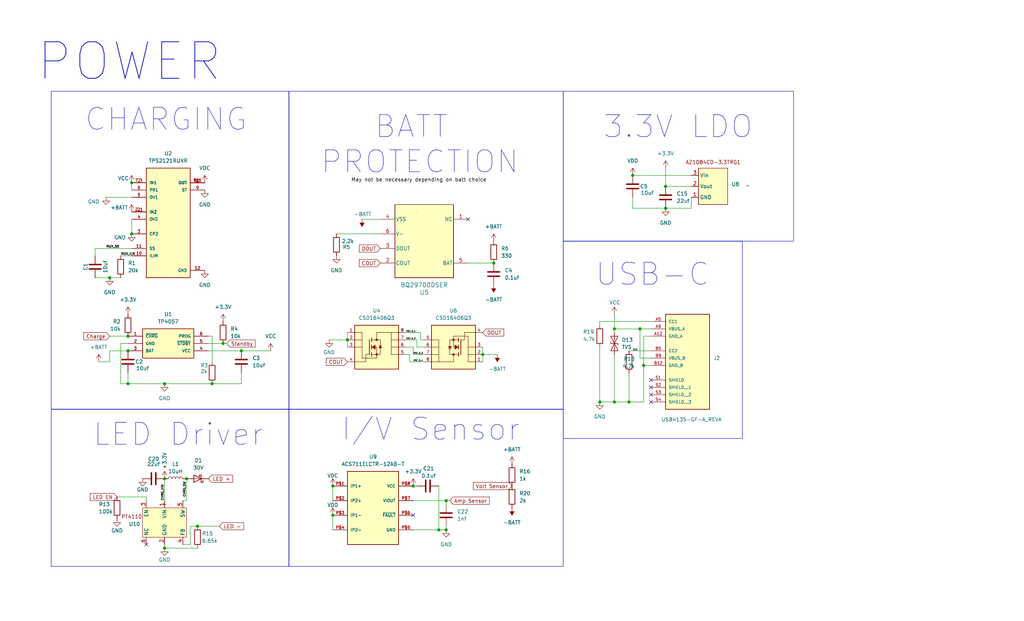
<source format=kicad_sch>
(kicad_sch
	(version 20231120)
	(generator "eeschema")
	(generator_version "8.0")
	(uuid "d7a3edcf-a7a2-45d1-a239-d765311c00b9")
	(paper "USLegal")
	(title_block
		(title "Phone")
		(date "2024-12-30")
		(rev "0.1")
	)
	(lib_symbols
		(symbol "Custom_footprint:ACS711ELCTR-12AB-T"
			(pin_names
				(offset 1.016)
			)
			(exclude_from_sim no)
			(in_bom yes)
			(on_board yes)
			(property "Reference" "U"
				(at 0 27.94 0)
				(effects
					(font
						(size 1.27 1.27)
					)
					(justify left bottom)
				)
			)
			(property "Value" "ACS711ELCTR-12AB-T"
				(at 0 -2.54 0)
				(effects
					(font
						(size 1.27 1.27)
					)
					(justify left bottom)
				)
			)
			(property "Footprint" "ACS711ELCTR-12AB-T:SOIC8"
				(at 0 0 0)
				(effects
					(font
						(size 1.27 1.27)
					)
					(justify bottom)
					(hide yes)
				)
			)
			(property "Datasheet" ""
				(at 0 0 0)
				(effects
					(font
						(size 1.27 1.27)
					)
					(hide yes)
				)
			)
			(property "Description" ""
				(at 0 0 0)
				(effects
					(font
						(size 1.27 1.27)
					)
					(hide yes)
				)
			)
			(property "MF" "Allegro MicroSystems LLC"
				(at 0 0 0)
				(effects
					(font
						(size 1.27 1.27)
					)
					(justify bottom)
					(hide yes)
				)
			)
			(property "Description_1" "\n                        \n                            Current Sensor 12.5A 1 Channel Hall Effect, Open Loop Bidirectional 8-SOIC (0.154, 3.90mm Width)\n                        \n"
				(at 0 0 0)
				(effects
					(font
						(size 1.27 1.27)
					)
					(justify bottom)
					(hide yes)
				)
			)
			(property "Package" "SOIC-8 Allegro"
				(at 0 0 0)
				(effects
					(font
						(size 1.27 1.27)
					)
					(justify bottom)
					(hide yes)
				)
			)
			(property "PARTNO" "620-1370-1-ND"
				(at 0 0 0)
				(effects
					(font
						(size 1.27 1.27)
					)
					(justify bottom)
					(hide yes)
				)
			)
			(property "Price" "None"
				(at 0 0 0)
				(effects
					(font
						(size 1.27 1.27)
					)
					(justify bottom)
					(hide yes)
				)
			)
			(property "SnapEDA_Link" "https://www.snapeda.com/parts/ACS711ELCTR-12AB-T/Allegro/view-part/?ref=snap"
				(at 0 0 0)
				(effects
					(font
						(size 1.27 1.27)
					)
					(justify bottom)
					(hide yes)
				)
			)
			(property "MP" "ACS711ELCTR-12AB-T"
				(at 0 0 0)
				(effects
					(font
						(size 1.27 1.27)
					)
					(justify bottom)
					(hide yes)
				)
			)
			(property "Availability" "In Stock"
				(at 0 0 0)
				(effects
					(font
						(size 1.27 1.27)
					)
					(justify bottom)
					(hide yes)
				)
			)
			(property "Check_prices" "https://www.snapeda.com/parts/ACS711ELCTR-12AB-T/Allegro/view-part/?ref=eda"
				(at 0 0 0)
				(effects
					(font
						(size 1.27 1.27)
					)
					(justify bottom)
					(hide yes)
				)
			)
			(symbol "ACS711ELCTR-12AB-T_0_0"
				(rectangle
					(start 0 0)
					(end 17.78 25.4)
					(stroke
						(width 0.254)
						(type default)
					)
					(fill
						(type background)
					)
				)
				(pin bidirectional line
					(at -5.08 20.32 0)
					(length 5.08)
					(name "IP1+"
						(effects
							(font
								(size 1.016 1.016)
							)
						)
					)
					(number "P$1"
						(effects
							(font
								(size 1.016 1.016)
							)
						)
					)
				)
				(pin bidirectional line
					(at -5.08 15.24 0)
					(length 5.08)
					(name "IP2+"
						(effects
							(font
								(size 1.016 1.016)
							)
						)
					)
					(number "P$2"
						(effects
							(font
								(size 1.016 1.016)
							)
						)
					)
				)
				(pin bidirectional line
					(at -5.08 10.16 0)
					(length 5.08)
					(name "IP1-"
						(effects
							(font
								(size 1.016 1.016)
							)
						)
					)
					(number "P$3"
						(effects
							(font
								(size 1.016 1.016)
							)
						)
					)
				)
				(pin bidirectional line
					(at -5.08 5.08 0)
					(length 5.08)
					(name "IP2-"
						(effects
							(font
								(size 1.016 1.016)
							)
						)
					)
					(number "P$4"
						(effects
							(font
								(size 1.016 1.016)
							)
						)
					)
				)
				(pin bidirectional line
					(at 22.86 5.08 180)
					(length 5.08)
					(name "GND"
						(effects
							(font
								(size 1.016 1.016)
							)
						)
					)
					(number "P$5"
						(effects
							(font
								(size 1.016 1.016)
							)
						)
					)
				)
				(pin bidirectional line
					(at 22.86 10.16 180)
					(length 5.08)
					(name "~{FAULT}"
						(effects
							(font
								(size 1.016 1.016)
							)
						)
					)
					(number "P$6"
						(effects
							(font
								(size 1.016 1.016)
							)
						)
					)
				)
				(pin bidirectional line
					(at 22.86 15.24 180)
					(length 5.08)
					(name "VIOUT"
						(effects
							(font
								(size 1.016 1.016)
							)
						)
					)
					(number "P$7"
						(effects
							(font
								(size 1.016 1.016)
							)
						)
					)
				)
				(pin bidirectional line
					(at 22.86 20.32 180)
					(length 5.08)
					(name "VCC"
						(effects
							(font
								(size 1.016 1.016)
							)
						)
					)
					(number "P$8"
						(effects
							(font
								(size 1.016 1.016)
							)
						)
					)
				)
			)
		)
		(symbol "Custom_footprint:AZ1084CD-3.3TRG1"
			(exclude_from_sim no)
			(in_bom yes)
			(on_board yes)
			(property "Reference" "U"
				(at 0 0 0)
				(effects
					(font
						(size 1.27 1.27)
					)
				)
			)
			(property "Value" ""
				(at 0 0 0)
				(effects
					(font
						(size 1.27 1.27)
					)
				)
			)
			(property "Footprint" ""
				(at 0 0 0)
				(effects
					(font
						(size 1.27 1.27)
					)
					(hide yes)
				)
			)
			(property "Datasheet" ""
				(at 0 0 0)
				(effects
					(font
						(size 1.27 1.27)
					)
					(hide yes)
				)
			)
			(property "Description" ""
				(at 0 0 0)
				(effects
					(font
						(size 1.27 1.27)
					)
					(hide yes)
				)
			)
			(symbol "AZ1084CD-3.3TRG1_0_1"
				(rectangle
					(start 0 13.97)
					(end 10.16 1.27)
					(stroke
						(width 0)
						(type default)
					)
					(fill
						(type none)
					)
				)
			)
			(symbol "AZ1084CD-3.3TRG1_1_1"
				(rectangle
					(start 0 13.97)
					(end 10.16 1.27)
					(stroke
						(width 0)
						(type default)
					)
					(fill
						(type background)
					)
				)
				(text "AZ1084CD-3.3TRG1\n"
					(at 5.08 16.002 0)
					(effects
						(font
							(size 1.27 1.27)
						)
					)
				)
				(pin power_in line
					(at -2.54 3.81 0)
					(length 2.54)
					(name "GND"
						(effects
							(font
								(size 1.27 1.27)
							)
						)
					)
					(number "1"
						(effects
							(font
								(size 1.27 1.27)
							)
						)
					)
				)
				(pin power_out line
					(at -2.54 7.62 0)
					(length 2.54)
					(name "Vout"
						(effects
							(font
								(size 1.27 1.27)
							)
						)
					)
					(number "2"
						(effects
							(font
								(size 1.27 1.27)
							)
						)
					)
				)
				(pin power_in line
					(at -2.54 11.43 0)
					(length 2.54)
					(name "Vin"
						(effects
							(font
								(size 1.27 1.27)
							)
						)
					)
					(number "3"
						(effects
							(font
								(size 1.27 1.27)
							)
						)
					)
				)
			)
		)
		(symbol "Custom_footprint:BQ29700DSER"
			(pin_names
				(offset 0.254)
			)
			(exclude_from_sim no)
			(in_bom yes)
			(on_board yes)
			(property "Reference" "U"
				(at 0 2.54 0)
				(effects
					(font
						(size 1.524 1.524)
					)
				)
			)
			(property "Value" "BQ29700DSER"
				(at 0 0 0)
				(effects
					(font
						(size 1.524 1.524)
					)
				)
			)
			(property "Footprint" "DSE0006A"
				(at 0 0 0)
				(effects
					(font
						(size 1.27 1.27)
						(italic yes)
					)
					(hide yes)
				)
			)
			(property "Datasheet" "BQ29700DSER"
				(at 0 0 0)
				(effects
					(font
						(size 1.27 1.27)
						(italic yes)
					)
					(hide yes)
				)
			)
			(property "Description" ""
				(at 0 0 0)
				(effects
					(font
						(size 1.27 1.27)
					)
					(hide yes)
				)
			)
			(property "ki_locked" ""
				(at 0 0 0)
				(effects
					(font
						(size 1.27 1.27)
					)
				)
			)
			(property "ki_keywords" "BQ29700DSER"
				(at 0 0 0)
				(effects
					(font
						(size 1.27 1.27)
					)
					(hide yes)
				)
			)
			(property "ki_fp_filters" "DSE0006A"
				(at 0 0 0)
				(effects
					(font
						(size 1.27 1.27)
					)
					(hide yes)
				)
			)
			(symbol "BQ29700DSER_0_1"
				(polyline
					(pts
						(xy -10.16 12.7) (xy -10.16 -12.7)
					)
					(stroke
						(width 0.2032)
						(type default)
					)
					(fill
						(type none)
					)
				)
				(polyline
					(pts
						(xy 10.16 -12.7) (xy 10.16 12.7)
					)
					(stroke
						(width 0.2032)
						(type default)
					)
					(fill
						(type none)
					)
				)
				(polyline
					(pts
						(xy 10.16 12.7) (xy -10.16 12.7)
					)
					(stroke
						(width 0.2032)
						(type default)
					)
					(fill
						(type none)
					)
				)
				(rectangle
					(start 2.54 -10.16)
					(end 2.54 -10.16)
					(stroke
						(width 0)
						(type default)
					)
					(fill
						(type none)
					)
				)
				(pin unspecified line
					(at -15.24 -7.62 0)
					(length 5.08)
					(name "NC"
						(effects
							(font
								(size 1.27 1.27)
							)
						)
					)
					(number "1"
						(effects
							(font
								(size 1.27 1.27)
							)
						)
					)
				)
				(pin output line
					(at 15.24 7.62 180)
					(length 5.08)
					(name "COUT"
						(effects
							(font
								(size 1.27 1.27)
							)
						)
					)
					(number "2"
						(effects
							(font
								(size 1.27 1.27)
							)
						)
					)
				)
				(pin output line
					(at 15.24 2.54 180)
					(length 5.08)
					(name "DOUT"
						(effects
							(font
								(size 1.27 1.27)
							)
						)
					)
					(number "3"
						(effects
							(font
								(size 1.27 1.27)
							)
						)
					)
				)
				(pin power_in line
					(at 15.24 -7.62 180)
					(length 5.08)
					(name "VSS"
						(effects
							(font
								(size 1.27 1.27)
							)
						)
					)
					(number "4"
						(effects
							(font
								(size 1.27 1.27)
							)
						)
					)
				)
				(pin power_in line
					(at -15.24 7.62 0)
					(length 5.08)
					(name "BAT"
						(effects
							(font
								(size 1.27 1.27)
							)
						)
					)
					(number "5"
						(effects
							(font
								(size 1.27 1.27)
							)
						)
					)
				)
				(pin bidirectional line
					(at 15.24 -2.54 180)
					(length 5.08)
					(name "V-"
						(effects
							(font
								(size 1.27 1.27)
							)
						)
					)
					(number "6"
						(effects
							(font
								(size 1.27 1.27)
							)
						)
					)
				)
			)
			(symbol "BQ29700DSER_1_1"
				(rectangle
					(start -10.16 12.7)
					(end 10.16 -12.7)
					(stroke
						(width 0)
						(type default)
					)
					(fill
						(type background)
					)
				)
			)
		)
		(symbol "Custom_footprint:CSD16406Q3"
			(pin_names
				(offset 1.016)
			)
			(exclude_from_sim no)
			(in_bom yes)
			(on_board yes)
			(property "Reference" "U"
				(at -7.62 8.382 0)
				(effects
					(font
						(size 1.27 1.27)
					)
					(justify left bottom)
				)
			)
			(property "Value" "CSD16406Q3"
				(at -7.62 -8.382 0)
				(effects
					(font
						(size 1.27 1.27)
					)
					(justify left top)
				)
			)
			(property "Footprint" "CSD16406Q3:TRANS_CSD16406Q3"
				(at 0 0 0)
				(effects
					(font
						(size 1.27 1.27)
					)
					(justify bottom)
					(hide yes)
				)
			)
			(property "Datasheet" ""
				(at 0 0 0)
				(effects
					(font
						(size 1.27 1.27)
					)
					(hide yes)
				)
			)
			(property "Description" "25V, N ch NexFET MOSFET, single SON3x3, 7.4mOhm 8-VSON-CLIP -55 to 150"
				(at 0 0 0)
				(effects
					(font
						(size 1.27 1.27)
					)
					(justify bottom)
					(hide yes)
				)
			)
			(property "MF" "Texas Instruments"
				(at 0 0 0)
				(effects
					(font
						(size 1.27 1.27)
					)
					(justify bottom)
					(hide yes)
				)
			)
			(property "MOUSER-PURCHASE-URL" "https://snapeda.com/shop?store=Mouser&id=288071"
				(at 0 0 0)
				(effects
					(font
						(size 1.27 1.27)
					)
					(justify bottom)
					(hide yes)
				)
			)
			(property "PACKAGE" "VSON-CLIP-8 Texas Instruments"
				(at 0 0 0)
				(effects
					(font
						(size 1.27 1.27)
					)
					(justify bottom)
					(hide yes)
				)
			)
			(property "PRICE" "None"
				(at 0 0 0)
				(effects
					(font
						(size 1.27 1.27)
					)
					(justify bottom)
					(hide yes)
				)
			)
			(property "Package" "VSON-CLIP-8 Texas Instruments"
				(at 0 0 0)
				(effects
					(font
						(size 1.27 1.27)
					)
					(justify bottom)
					(hide yes)
				)
			)
			(property "Check_prices" "https://www.snapeda.com/parts/CSD16406Q3/Texas+Instruments/view-part/?ref=eda"
				(at 0 0 0)
				(effects
					(font
						(size 1.27 1.27)
					)
					(justify bottom)
					(hide yes)
				)
			)
			(property "Price" "None"
				(at 0 0 0)
				(effects
					(font
						(size 1.27 1.27)
					)
					(justify bottom)
					(hide yes)
				)
			)
			(property "SnapEDA_Link" "https://www.snapeda.com/parts/CSD16406Q3/Texas+Instruments/view-part/?ref=snap"
				(at 0 0 0)
				(effects
					(font
						(size 1.27 1.27)
					)
					(justify bottom)
					(hide yes)
				)
			)
			(property "MP" "CSD16406Q3"
				(at 0 0 0)
				(effects
					(font
						(size 1.27 1.27)
					)
					(justify bottom)
					(hide yes)
				)
			)
			(property "TEXAS_INSTRUMENTS-PURCHASE-URL" "https://snapeda.com/shop?store=Texas+Instruments&id=288071"
				(at 0 0 0)
				(effects
					(font
						(size 1.27 1.27)
					)
					(justify bottom)
					(hide yes)
				)
			)
			(property "Availability" "In Stock"
				(at 0 0 0)
				(effects
					(font
						(size 1.27 1.27)
					)
					(justify bottom)
					(hide yes)
				)
			)
			(property "AVAILABILITY" "Good"
				(at 0 0 0)
				(effects
					(font
						(size 1.27 1.27)
					)
					(justify bottom)
					(hide yes)
				)
			)
			(property "DIGIKEY-PURCHASE-URL" "https://snapeda.com/shop?store=DigiKey&id=288071"
				(at 0 0 0)
				(effects
					(font
						(size 1.27 1.27)
					)
					(justify bottom)
					(hide yes)
				)
			)
			(property "Description_1" "\n                        \n                            25-V, N channel NexFET™ power MOSFET, single SON 3 mm x 3 mm, 7.4 mOhm\n                        \n"
				(at 0 0 0)
				(effects
					(font
						(size 1.27 1.27)
					)
					(justify bottom)
					(hide yes)
				)
			)
			(symbol "CSD16406Q3_0_0"
				(rectangle
					(start -7.62 7.62)
					(end 7.62 -7.62)
					(stroke
						(width 0.254)
						(type default)
					)
					(fill
						(type background)
					)
				)
				(circle
					(center 0 -2.54)
					(radius 0.2032)
					(stroke
						(width 0.4064)
						(type default)
					)
					(fill
						(type none)
					)
				)
				(polyline
					(pts
						(xy -7.62 -5.08) (xy -3.81 -5.08)
					)
					(stroke
						(width 0.1524)
						(type default)
					)
					(fill
						(type none)
					)
				)
				(polyline
					(pts
						(xy -7.62 2.54) (xy -5.08 2.54)
					)
					(stroke
						(width 0.1524)
						(type default)
					)
					(fill
						(type none)
					)
				)
				(polyline
					(pts
						(xy -7.62 5.08) (xy -5.08 5.08)
					)
					(stroke
						(width 0.1524)
						(type default)
					)
					(fill
						(type none)
					)
				)
				(polyline
					(pts
						(xy -5.08 -3.81) (xy 0 -3.81)
					)
					(stroke
						(width 0.1524)
						(type default)
					)
					(fill
						(type none)
					)
				)
				(polyline
					(pts
						(xy -5.08 0) (xy -7.62 0)
					)
					(stroke
						(width 0.1524)
						(type default)
					)
					(fill
						(type none)
					)
				)
				(polyline
					(pts
						(xy -5.08 0) (xy -5.08 -3.81)
					)
					(stroke
						(width 0.1524)
						(type default)
					)
					(fill
						(type none)
					)
				)
				(polyline
					(pts
						(xy -5.08 2.54) (xy -5.08 0)
					)
					(stroke
						(width 0.1524)
						(type default)
					)
					(fill
						(type none)
					)
				)
				(polyline
					(pts
						(xy -5.08 5.08) (xy -5.08 2.54)
					)
					(stroke
						(width 0.1524)
						(type default)
					)
					(fill
						(type none)
					)
				)
				(polyline
					(pts
						(xy -3.81 -5.08) (xy -3.81 -2.54)
					)
					(stroke
						(width 0.1524)
						(type default)
					)
					(fill
						(type none)
					)
				)
				(polyline
					(pts
						(xy -3.81 -2.54) (xy -2.54 -2.54)
					)
					(stroke
						(width 0.1524)
						(type default)
					)
					(fill
						(type none)
					)
				)
				(polyline
					(pts
						(xy -2.54 2.54) (xy -2.54 -2.54)
					)
					(stroke
						(width 0.254)
						(type default)
					)
					(fill
						(type none)
					)
				)
				(polyline
					(pts
						(xy -1.778 -2.54) (xy -1.778 -3.175)
					)
					(stroke
						(width 0.254)
						(type default)
					)
					(fill
						(type none)
					)
				)
				(polyline
					(pts
						(xy -1.778 -1.905) (xy -1.778 -2.54)
					)
					(stroke
						(width 0.254)
						(type default)
					)
					(fill
						(type none)
					)
				)
				(polyline
					(pts
						(xy -1.778 0) (xy -1.778 -0.762)
					)
					(stroke
						(width 0.254)
						(type default)
					)
					(fill
						(type none)
					)
				)
				(polyline
					(pts
						(xy -1.778 0) (xy 0 0)
					)
					(stroke
						(width 0.1524)
						(type default)
					)
					(fill
						(type none)
					)
				)
				(polyline
					(pts
						(xy -1.778 0.762) (xy -1.778 0)
					)
					(stroke
						(width 0.254)
						(type default)
					)
					(fill
						(type none)
					)
				)
				(polyline
					(pts
						(xy -1.778 2.54) (xy -1.778 1.905)
					)
					(stroke
						(width 0.254)
						(type default)
					)
					(fill
						(type none)
					)
				)
				(polyline
					(pts
						(xy -1.778 2.54) (xy 0 2.54)
					)
					(stroke
						(width 0.1524)
						(type default)
					)
					(fill
						(type none)
					)
				)
				(polyline
					(pts
						(xy -1.778 3.175) (xy -1.778 2.54)
					)
					(stroke
						(width 0.254)
						(type default)
					)
					(fill
						(type none)
					)
				)
				(polyline
					(pts
						(xy 0 -3.81) (xy 0 -2.54)
					)
					(stroke
						(width 0.1524)
						(type default)
					)
					(fill
						(type none)
					)
				)
				(polyline
					(pts
						(xy 0 -2.54) (xy -1.778 -2.54)
					)
					(stroke
						(width 0.1524)
						(type default)
					)
					(fill
						(type none)
					)
				)
				(polyline
					(pts
						(xy 0 -2.54) (xy 1.27 -2.54)
					)
					(stroke
						(width 0.1524)
						(type default)
					)
					(fill
						(type none)
					)
				)
				(polyline
					(pts
						(xy 0 0) (xy 0 -2.54)
					)
					(stroke
						(width 0.1524)
						(type default)
					)
					(fill
						(type none)
					)
				)
				(polyline
					(pts
						(xy 0 2.54) (xy 1.27 2.54)
					)
					(stroke
						(width 0.1524)
						(type default)
					)
					(fill
						(type none)
					)
				)
				(polyline
					(pts
						(xy 0 5.08) (xy 0 2.54)
					)
					(stroke
						(width 0.1524)
						(type default)
					)
					(fill
						(type none)
					)
				)
				(polyline
					(pts
						(xy 1.27 0.508) (xy 0.762 0.508)
					)
					(stroke
						(width 0.1524)
						(type default)
					)
					(fill
						(type none)
					)
				)
				(polyline
					(pts
						(xy 1.27 0.508) (xy 1.27 -2.54)
					)
					(stroke
						(width 0.1524)
						(type default)
					)
					(fill
						(type none)
					)
				)
				(polyline
					(pts
						(xy 1.27 2.54) (xy 1.27 0.508)
					)
					(stroke
						(width 0.1524)
						(type default)
					)
					(fill
						(type none)
					)
				)
				(polyline
					(pts
						(xy 1.778 0.508) (xy 1.27 0.508)
					)
					(stroke
						(width 0.1524)
						(type default)
					)
					(fill
						(type none)
					)
				)
				(polyline
					(pts
						(xy 5.08 -2.54) (xy 5.08 0)
					)
					(stroke
						(width 0.1524)
						(type default)
					)
					(fill
						(type none)
					)
				)
				(polyline
					(pts
						(xy 5.08 -2.54) (xy 7.62 -2.54)
					)
					(stroke
						(width 0.1524)
						(type default)
					)
					(fill
						(type none)
					)
				)
				(polyline
					(pts
						(xy 5.08 0) (xy 5.08 2.54)
					)
					(stroke
						(width 0.1524)
						(type default)
					)
					(fill
						(type none)
					)
				)
				(polyline
					(pts
						(xy 5.08 0) (xy 7.62 0)
					)
					(stroke
						(width 0.1524)
						(type default)
					)
					(fill
						(type none)
					)
				)
				(polyline
					(pts
						(xy 5.08 2.54) (xy 5.08 5.08)
					)
					(stroke
						(width 0.1524)
						(type default)
					)
					(fill
						(type none)
					)
				)
				(polyline
					(pts
						(xy 5.08 2.54) (xy 7.62 2.54)
					)
					(stroke
						(width 0.1524)
						(type default)
					)
					(fill
						(type none)
					)
				)
				(polyline
					(pts
						(xy 5.08 5.08) (xy 0 5.08)
					)
					(stroke
						(width 0.1524)
						(type default)
					)
					(fill
						(type none)
					)
				)
				(polyline
					(pts
						(xy 5.08 5.08) (xy 7.62 5.08)
					)
					(stroke
						(width 0.1524)
						(type default)
					)
					(fill
						(type none)
					)
				)
				(polyline
					(pts
						(xy -1.524 0) (xy -0.508 0.762) (xy -0.508 -0.762) (xy -1.524 0)
					)
					(stroke
						(width 0.1524)
						(type default)
					)
					(fill
						(type outline)
					)
				)
				(polyline
					(pts
						(xy 1.27 0.508) (xy 0.762 -0.254) (xy 1.778 -0.254) (xy 1.27 0.508)
					)
					(stroke
						(width 0.1524)
						(type default)
					)
					(fill
						(type outline)
					)
				)
				(circle
					(center 0 2.54)
					(radius 0.2032)
					(stroke
						(width 0.4064)
						(type default)
					)
					(fill
						(type none)
					)
				)
				(pin passive line
					(at -10.16 5.08 0)
					(length 2.54)
					(name "~"
						(effects
							(font
								(size 1.016 1.016)
							)
						)
					)
					(number "1"
						(effects
							(font
								(size 1.016 1.016)
							)
						)
					)
				)
				(pin passive line
					(at -10.16 2.54 0)
					(length 2.54)
					(name "~"
						(effects
							(font
								(size 1.016 1.016)
							)
						)
					)
					(number "2"
						(effects
							(font
								(size 1.016 1.016)
							)
						)
					)
				)
				(pin passive line
					(at -10.16 0 0)
					(length 2.54)
					(name "~"
						(effects
							(font
								(size 1.016 1.016)
							)
						)
					)
					(number "3"
						(effects
							(font
								(size 1.016 1.016)
							)
						)
					)
				)
				(pin passive line
					(at -10.16 -5.08 0)
					(length 2.54)
					(name "~"
						(effects
							(font
								(size 1.016 1.016)
							)
						)
					)
					(number "4"
						(effects
							(font
								(size 1.016 1.016)
							)
						)
					)
				)
				(pin passive line
					(at 10.16 -2.54 180)
					(length 2.54)
					(name "~"
						(effects
							(font
								(size 1.016 1.016)
							)
						)
					)
					(number "5"
						(effects
							(font
								(size 1.016 1.016)
							)
						)
					)
				)
				(pin passive line
					(at 10.16 0 180)
					(length 2.54)
					(name "~"
						(effects
							(font
								(size 1.016 1.016)
							)
						)
					)
					(number "6"
						(effects
							(font
								(size 1.016 1.016)
							)
						)
					)
				)
				(pin passive line
					(at 10.16 2.54 180)
					(length 2.54)
					(name "~"
						(effects
							(font
								(size 1.016 1.016)
							)
						)
					)
					(number "7"
						(effects
							(font
								(size 1.016 1.016)
							)
						)
					)
				)
				(pin passive line
					(at 10.16 5.08 180)
					(length 2.54)
					(name "~"
						(effects
							(font
								(size 1.016 1.016)
							)
						)
					)
					(number "8"
						(effects
							(font
								(size 1.016 1.016)
							)
						)
					)
				)
			)
		)
		(symbol "Custom_footprint:PT4110"
			(exclude_from_sim no)
			(in_bom yes)
			(on_board yes)
			(property "Reference" "U"
				(at 3.302 5.08 0)
				(effects
					(font
						(size 1.27 1.27)
					)
				)
			)
			(property "Value" ""
				(at 0 0 0)
				(effects
					(font
						(size 1.27 1.27)
					)
				)
			)
			(property "Footprint" ""
				(at 0 0 0)
				(effects
					(font
						(size 1.27 1.27)
					)
					(hide yes)
				)
			)
			(property "Datasheet" ""
				(at 0 0 0)
				(effects
					(font
						(size 1.27 1.27)
					)
					(hide yes)
				)
			)
			(property "Description" ""
				(at 0 0 0)
				(effects
					(font
						(size 1.27 1.27)
					)
					(hide yes)
				)
			)
			(symbol "PT4110_1_1"
				(rectangle
					(start 6.35 11.43)
					(end 21.59 1.27)
					(stroke
						(width 0)
						(type default)
					)
					(fill
						(type background)
					)
				)
				(text "PT4110"
					(at 2.54 8.382 0)
					(effects
						(font
							(size 1.27 1.27)
						)
					)
				)
				(pin power_in line
					(at 13.97 13.97 270)
					(length 2.54)
					(name "VIN"
						(effects
							(font
								(size 1.27 1.27)
							)
						)
					)
					(number "1"
						(effects
							(font
								(size 1.27 1.27)
							)
						)
					)
				)
				(pin power_in line
					(at 13.97 -1.27 90)
					(length 2.54)
					(name "GND"
						(effects
							(font
								(size 1.27 1.27)
							)
						)
					)
					(number "2"
						(effects
							(font
								(size 1.27 1.27)
							)
						)
					)
				)
				(pin bidirectional line
					(at 7.62 13.97 270)
					(length 2.54)
					(name "EN"
						(effects
							(font
								(size 1.27 1.27)
							)
						)
					)
					(number "3"
						(effects
							(font
								(size 1.27 1.27)
							)
						)
					)
				)
				(pin input line
					(at 20.32 -1.27 90)
					(length 2.54)
					(name "FB"
						(effects
							(font
								(size 1.27 1.27)
							)
						)
					)
					(number "4"
						(effects
							(font
								(size 1.27 1.27)
							)
						)
					)
				)
				(pin power_out line
					(at 20.32 13.97 270)
					(length 2.54)
					(name "SW"
						(effects
							(font
								(size 1.27 1.27)
							)
						)
					)
					(number "5"
						(effects
							(font
								(size 1.27 1.27)
							)
						)
					)
				)
				(pin power_in line
					(at 7.62 -1.27 90)
					(length 2.54)
					(name "NC"
						(effects
							(font
								(size 1.27 1.27)
							)
						)
					)
					(number "6"
						(effects
							(font
								(size 1.27 1.27)
							)
						)
					)
				)
			)
		)
		(symbol "Custom_footprint:TP4057"
			(pin_names
				(offset 1.016)
			)
			(exclude_from_sim no)
			(in_bom yes)
			(on_board yes)
			(property "Reference" "U"
				(at -7.62 5.842 0)
				(effects
					(font
						(size 1.27 1.27)
					)
					(justify left bottom)
				)
			)
			(property "Value" "TP4057"
				(at -7.62 -7.62 0)
				(effects
					(font
						(size 1.27 1.27)
					)
					(justify left bottom)
				)
			)
			(property "Footprint" "TP4057:SOT23-6"
				(at 0 0 0)
				(effects
					(font
						(size 1.27 1.27)
					)
					(justify bottom)
					(hide yes)
				)
			)
			(property "Datasheet" ""
				(at 0 0 0)
				(effects
					(font
						(size 1.27 1.27)
					)
					(hide yes)
				)
			)
			(property "Description" ""
				(at 0 0 0)
				(effects
					(font
						(size 1.27 1.27)
					)
					(hide yes)
				)
			)
			(property "MF" "toppower"
				(at 0 0 0)
				(effects
					(font
						(size 1.27 1.27)
					)
					(justify bottom)
					(hide yes)
				)
			)
			(property "Description_1" "\n                        \n                            SOT23-6 BATTERY MANAGEMENT ICS R\n                        \n"
				(at 0 0 0)
				(effects
					(font
						(size 1.27 1.27)
					)
					(justify bottom)
					(hide yes)
				)
			)
			(property "Package" "None"
				(at 0 0 0)
				(effects
					(font
						(size 1.27 1.27)
					)
					(justify bottom)
					(hide yes)
				)
			)
			(property "Price" "None"
				(at 0 0 0)
				(effects
					(font
						(size 1.27 1.27)
					)
					(justify bottom)
					(hide yes)
				)
			)
			(property "SnapEDA_Link" "https://www.snapeda.com/parts/TP4057/Top+Power/view-part/?ref=snap"
				(at 0 0 0)
				(effects
					(font
						(size 1.27 1.27)
					)
					(justify bottom)
					(hide yes)
				)
			)
			(property "MP" "TP4057"
				(at 0 0 0)
				(effects
					(font
						(size 1.27 1.27)
					)
					(justify bottom)
					(hide yes)
				)
			)
			(property "Availability" "Not in stock"
				(at 0 0 0)
				(effects
					(font
						(size 1.27 1.27)
					)
					(justify bottom)
					(hide yes)
				)
			)
			(property "Check_prices" "https://www.snapeda.com/parts/TP4057/Top+Power/view-part/?ref=eda"
				(at 0 0 0)
				(effects
					(font
						(size 1.27 1.27)
					)
					(justify bottom)
					(hide yes)
				)
			)
			(symbol "TP4057_0_0"
				(rectangle
					(start -7.62 -5.08)
					(end 10.16 5.08)
					(stroke
						(width 0.254)
						(type default)
					)
					(fill
						(type background)
					)
				)
				(pin open_collector line
					(at -12.7 2.54 0)
					(length 5.08)
					(name "~{CHRG}"
						(effects
							(font
								(size 1.016 1.016)
							)
						)
					)
					(number "1"
						(effects
							(font
								(size 1.016 1.016)
							)
						)
					)
				)
				(pin power_in line
					(at -12.7 0 0)
					(length 5.08)
					(name "GND"
						(effects
							(font
								(size 1.016 1.016)
							)
						)
					)
					(number "2"
						(effects
							(font
								(size 1.016 1.016)
							)
						)
					)
				)
				(pin power_in line
					(at -12.7 -2.54 0)
					(length 5.08)
					(name "BAT"
						(effects
							(font
								(size 1.016 1.016)
							)
						)
					)
					(number "3"
						(effects
							(font
								(size 1.016 1.016)
							)
						)
					)
				)
				(pin power_in line
					(at 15.24 -2.54 180)
					(length 5.08)
					(name "VCC"
						(effects
							(font
								(size 1.016 1.016)
							)
						)
					)
					(number "4"
						(effects
							(font
								(size 1.016 1.016)
							)
						)
					)
				)
				(pin open_collector line
					(at 15.24 0 180)
					(length 5.08)
					(name "~{STDBY}"
						(effects
							(font
								(size 1.016 1.016)
							)
						)
					)
					(number "5"
						(effects
							(font
								(size 1.016 1.016)
							)
						)
					)
				)
				(pin input line
					(at 15.24 2.54 180)
					(length 5.08)
					(name "PROG"
						(effects
							(font
								(size 1.016 1.016)
							)
						)
					)
					(number "6"
						(effects
							(font
								(size 1.016 1.016)
							)
						)
					)
				)
			)
		)
		(symbol "Custom_footprint:TPS2121RUXR"
			(pin_names
				(offset 1.016)
			)
			(exclude_from_sim no)
			(in_bom yes)
			(on_board yes)
			(property "Reference" "U"
				(at -7.62 21.082 0)
				(effects
					(font
						(size 1.27 1.27)
					)
					(justify left bottom)
				)
			)
			(property "Value" "TPS2121RUXR"
				(at -7.62 -20.32 0)
				(effects
					(font
						(size 1.27 1.27)
					)
					(justify left bottom)
				)
			)
			(property "Footprint" "TPS2121RUXR:IC_TPS2121RUXR"
				(at 0 0 0)
				(effects
					(font
						(size 1.27 1.27)
					)
					(justify bottom)
					(hide yes)
				)
			)
			(property "Datasheet" ""
				(at 0 0 0)
				(effects
					(font
						(size 1.27 1.27)
					)
					(hide yes)
				)
			)
			(property "Description" ""
				(at 0 0 0)
				(effects
					(font
						(size 1.27 1.27)
					)
					(hide yes)
				)
			)
			(property "MF" "Texas Instruments"
				(at 0 0 0)
				(effects
					(font
						(size 1.27 1.27)
					)
					(justify bottom)
					(hide yes)
				)
			)
			(property "Description_1" "\n                        \n                            2.7-V to 22-V, 56-mΩ, 4.5-A, power mux with seamless switchover\n                        \n"
				(at 0 0 0)
				(effects
					(font
						(size 1.27 1.27)
					)
					(justify bottom)
					(hide yes)
				)
			)
			(property "Package" "VQFN-HR-12 Texas Instruments"
				(at 0 0 0)
				(effects
					(font
						(size 1.27 1.27)
					)
					(justify bottom)
					(hide yes)
				)
			)
			(property "Price" "None"
				(at 0 0 0)
				(effects
					(font
						(size 1.27 1.27)
					)
					(justify bottom)
					(hide yes)
				)
			)
			(property "Check_prices" "https://www.snapeda.com/parts/TPS2121RUXR/Texas+Instruments/view-part/?ref=eda"
				(at 0 0 0)
				(effects
					(font
						(size 1.27 1.27)
					)
					(justify bottom)
					(hide yes)
				)
			)
			(property "STANDARD" "Manufacturer Recommendations"
				(at 0 0 0)
				(effects
					(font
						(size 1.27 1.27)
					)
					(justify bottom)
					(hide yes)
				)
			)
			(property "SnapEDA_Link" "https://www.snapeda.com/parts/TPS2121RUXR/Texas+Instruments/view-part/?ref=snap"
				(at 0 0 0)
				(effects
					(font
						(size 1.27 1.27)
					)
					(justify bottom)
					(hide yes)
				)
			)
			(property "MP" "TPS2121RUXR"
				(at 0 0 0)
				(effects
					(font
						(size 1.27 1.27)
					)
					(justify bottom)
					(hide yes)
				)
			)
			(property "Availability" "In Stock"
				(at 0 0 0)
				(effects
					(font
						(size 1.27 1.27)
					)
					(justify bottom)
					(hide yes)
				)
			)
			(property "MANUFACTURER" "TEXAS INSTRUMENTS"
				(at 0 0 0)
				(effects
					(font
						(size 1.27 1.27)
					)
					(justify bottom)
					(hide yes)
				)
			)
			(symbol "TPS2121RUXR_0_0"
				(rectangle
					(start -7.62 -17.78)
					(end 7.62 20.32)
					(stroke
						(width 0.254)
						(type default)
					)
					(fill
						(type background)
					)
				)
				(pin output line
					(at 12.7 15.24 180)
					(length 5.08)
					(name "OUT"
						(effects
							(font
								(size 1.016 1.016)
							)
						)
					)
					(number "1"
						(effects
							(font
								(size 1.016 1.016)
							)
						)
					)
				)
				(pin passive line
					(at -12.7 -10.16 0)
					(length 5.08)
					(name "ILIM"
						(effects
							(font
								(size 1.016 1.016)
							)
						)
					)
					(number "10"
						(effects
							(font
								(size 1.016 1.016)
							)
						)
					)
				)
				(pin passive line
					(at -12.7 -7.62 0)
					(length 5.08)
					(name "SS"
						(effects
							(font
								(size 1.016 1.016)
							)
						)
					)
					(number "11"
						(effects
							(font
								(size 1.016 1.016)
							)
						)
					)
				)
				(pin power_in line
					(at 12.7 -15.24 180)
					(length 5.08)
					(name "GND"
						(effects
							(font
								(size 1.016 1.016)
							)
						)
					)
					(number "12"
						(effects
							(font
								(size 1.016 1.016)
							)
						)
					)
				)
				(pin output line
					(at 12.7 15.24 180)
					(length 5.08)
					(name "OUT"
						(effects
							(font
								(size 1.016 1.016)
							)
						)
					)
					(number "1_1"
						(effects
							(font
								(size 1.016 1.016)
							)
						)
					)
				)
				(pin input line
					(at -12.7 5.08 0)
					(length 5.08)
					(name "IN2"
						(effects
							(font
								(size 1.016 1.016)
							)
						)
					)
					(number "2"
						(effects
							(font
								(size 1.016 1.016)
							)
						)
					)
				)
				(pin input line
					(at -12.7 5.08 0)
					(length 5.08)
					(name "IN2"
						(effects
							(font
								(size 1.016 1.016)
							)
						)
					)
					(number "2_1"
						(effects
							(font
								(size 1.016 1.016)
							)
						)
					)
				)
				(pin input line
					(at -12.7 -2.54 0)
					(length 5.08)
					(name "CP2"
						(effects
							(font
								(size 1.016 1.016)
							)
						)
					)
					(number "3"
						(effects
							(font
								(size 1.016 1.016)
							)
						)
					)
				)
				(pin input line
					(at -12.7 2.54 0)
					(length 5.08)
					(name "OV2"
						(effects
							(font
								(size 1.016 1.016)
							)
						)
					)
					(number "4"
						(effects
							(font
								(size 1.016 1.016)
							)
						)
					)
				)
				(pin input line
					(at -12.7 10.16 0)
					(length 5.08)
					(name "OV1"
						(effects
							(font
								(size 1.016 1.016)
							)
						)
					)
					(number "5"
						(effects
							(font
								(size 1.016 1.016)
							)
						)
					)
				)
				(pin input line
					(at -12.7 12.7 0)
					(length 5.08)
					(name "PR1"
						(effects
							(font
								(size 1.016 1.016)
							)
						)
					)
					(number "6"
						(effects
							(font
								(size 1.016 1.016)
							)
						)
					)
				)
				(pin input line
					(at -12.7 15.24 0)
					(length 5.08)
					(name "IN1"
						(effects
							(font
								(size 1.016 1.016)
							)
						)
					)
					(number "7"
						(effects
							(font
								(size 1.016 1.016)
							)
						)
					)
				)
				(pin input line
					(at -12.7 15.24 0)
					(length 5.08)
					(name "IN1"
						(effects
							(font
								(size 1.016 1.016)
							)
						)
					)
					(number "7_1"
						(effects
							(font
								(size 1.016 1.016)
							)
						)
					)
				)
				(pin output line
					(at 12.7 15.24 180)
					(length 5.08)
					(name "OUT"
						(effects
							(font
								(size 1.016 1.016)
							)
						)
					)
					(number "8"
						(effects
							(font
								(size 1.016 1.016)
							)
						)
					)
				)
				(pin output line
					(at 12.7 15.24 180)
					(length 5.08)
					(name "OUT"
						(effects
							(font
								(size 1.016 1.016)
							)
						)
					)
					(number "8_1"
						(effects
							(font
								(size 1.016 1.016)
							)
						)
					)
				)
				(pin output line
					(at 12.7 12.7 180)
					(length 5.08)
					(name "ST"
						(effects
							(font
								(size 1.016 1.016)
							)
						)
					)
					(number "9"
						(effects
							(font
								(size 1.016 1.016)
							)
						)
					)
				)
			)
		)
		(symbol "Custom_footprint:USB4135-GF-A_REVA"
			(pin_names
				(offset 1.016)
			)
			(exclude_from_sim no)
			(in_bom yes)
			(on_board yes)
			(property "Reference" "J"
				(at -7.62 13.462 0)
				(effects
					(font
						(size 1.27 1.27)
					)
					(justify left bottom)
				)
			)
			(property "Value" "USB4135-GF-A_REVA"
				(at -7.62 -21.082 0)
				(effects
					(font
						(size 1.27 1.27)
					)
					(justify left top)
				)
			)
			(property "Footprint" "USB4135-GF-A_REVA:GCT_USB4135-GF-A_REVA"
				(at 0 0 0)
				(effects
					(font
						(size 1.27 1.27)
					)
					(justify bottom)
					(hide yes)
				)
			)
			(property "Datasheet" ""
				(at 0 0 0)
				(effects
					(font
						(size 1.27 1.27)
					)
					(hide yes)
				)
			)
			(property "Description" ""
				(at 0 0 0)
				(effects
					(font
						(size 1.27 1.27)
					)
					(hide yes)
				)
			)
			(property "PARTREV" "A"
				(at 0 0 0)
				(effects
					(font
						(size 1.27 1.27)
					)
					(justify bottom)
					(hide yes)
				)
			)
			(property "STANDARD" "Manufacturer Recommendations"
				(at 0 0 0)
				(effects
					(font
						(size 1.27 1.27)
					)
					(justify bottom)
					(hide yes)
				)
			)
			(property "MAXIMUM_PACKAGE_HEIGHT" "3.25 mm"
				(at 0 0 0)
				(effects
					(font
						(size 1.27 1.27)
					)
					(justify bottom)
					(hide yes)
				)
			)
			(property "MANUFACTURER" "GCT"
				(at 0 0 0)
				(effects
					(font
						(size 1.27 1.27)
					)
					(justify bottom)
					(hide yes)
				)
			)
			(symbol "USB4135-GF-A_REVA_0_0"
				(rectangle
					(start -7.62 -20.32)
					(end 7.62 12.7)
					(stroke
						(width 0.254)
						(type default)
					)
					(fill
						(type background)
					)
				)
				(pin power_in line
					(at -12.7 5.08 0)
					(length 5.08)
					(name "GND_A"
						(effects
							(font
								(size 1.016 1.016)
							)
						)
					)
					(number "A12"
						(effects
							(font
								(size 1.016 1.016)
							)
						)
					)
				)
				(pin bidirectional line
					(at -12.7 10.16 0)
					(length 5.08)
					(name "CC1"
						(effects
							(font
								(size 1.016 1.016)
							)
						)
					)
					(number "A5"
						(effects
							(font
								(size 1.016 1.016)
							)
						)
					)
				)
				(pin power_in line
					(at -12.7 7.62 0)
					(length 5.08)
					(name "VBUS_A"
						(effects
							(font
								(size 1.016 1.016)
							)
						)
					)
					(number "A9"
						(effects
							(font
								(size 1.016 1.016)
							)
						)
					)
				)
				(pin power_in line
					(at -12.7 -5.08 0)
					(length 5.08)
					(name "GND_B"
						(effects
							(font
								(size 1.016 1.016)
							)
						)
					)
					(number "B12"
						(effects
							(font
								(size 1.016 1.016)
							)
						)
					)
				)
				(pin bidirectional line
					(at -12.7 0 0)
					(length 5.08)
					(name "CC2"
						(effects
							(font
								(size 1.016 1.016)
							)
						)
					)
					(number "B5"
						(effects
							(font
								(size 1.016 1.016)
							)
						)
					)
				)
				(pin power_in line
					(at -12.7 -2.54 0)
					(length 5.08)
					(name "VBUS_B"
						(effects
							(font
								(size 1.016 1.016)
							)
						)
					)
					(number "B9"
						(effects
							(font
								(size 1.016 1.016)
							)
						)
					)
				)
				(pin passive line
					(at -12.7 -10.16 0)
					(length 5.08)
					(name "SHIELD"
						(effects
							(font
								(size 1.016 1.016)
							)
						)
					)
					(number "S1"
						(effects
							(font
								(size 1.016 1.016)
							)
						)
					)
				)
				(pin passive line
					(at -12.7 -12.7 0)
					(length 5.08)
					(name "SHIELD__1"
						(effects
							(font
								(size 1.016 1.016)
							)
						)
					)
					(number "S2"
						(effects
							(font
								(size 1.016 1.016)
							)
						)
					)
				)
				(pin passive line
					(at -12.7 -15.24 0)
					(length 5.08)
					(name "SHIELD__2"
						(effects
							(font
								(size 1.016 1.016)
							)
						)
					)
					(number "S3"
						(effects
							(font
								(size 1.016 1.016)
							)
						)
					)
				)
				(pin passive line
					(at -12.7 -17.78 0)
					(length 5.08)
					(name "SHIELD__3"
						(effects
							(font
								(size 1.016 1.016)
							)
						)
					)
					(number "S4"
						(effects
							(font
								(size 1.016 1.016)
							)
						)
					)
				)
			)
		)
		(symbol "Device:C"
			(pin_numbers hide)
			(pin_names
				(offset 0.254)
			)
			(exclude_from_sim no)
			(in_bom yes)
			(on_board yes)
			(property "Reference" "C"
				(at 0.635 2.54 0)
				(effects
					(font
						(size 1.27 1.27)
					)
					(justify left)
				)
			)
			(property "Value" "C"
				(at 0.635 -2.54 0)
				(effects
					(font
						(size 1.27 1.27)
					)
					(justify left)
				)
			)
			(property "Footprint" ""
				(at 0.9652 -3.81 0)
				(effects
					(font
						(size 1.27 1.27)
					)
					(hide yes)
				)
			)
			(property "Datasheet" "~"
				(at 0 0 0)
				(effects
					(font
						(size 1.27 1.27)
					)
					(hide yes)
				)
			)
			(property "Description" "Unpolarized capacitor"
				(at 0 0 0)
				(effects
					(font
						(size 1.27 1.27)
					)
					(hide yes)
				)
			)
			(property "ki_keywords" "cap capacitor"
				(at 0 0 0)
				(effects
					(font
						(size 1.27 1.27)
					)
					(hide yes)
				)
			)
			(property "ki_fp_filters" "C_*"
				(at 0 0 0)
				(effects
					(font
						(size 1.27 1.27)
					)
					(hide yes)
				)
			)
			(symbol "C_0_1"
				(polyline
					(pts
						(xy -2.032 -0.762) (xy 2.032 -0.762)
					)
					(stroke
						(width 0.508)
						(type default)
					)
					(fill
						(type none)
					)
				)
				(polyline
					(pts
						(xy -2.032 0.762) (xy 2.032 0.762)
					)
					(stroke
						(width 0.508)
						(type default)
					)
					(fill
						(type none)
					)
				)
			)
			(symbol "C_1_1"
				(pin passive line
					(at 0 3.81 270)
					(length 2.794)
					(name "~"
						(effects
							(font
								(size 1.27 1.27)
							)
						)
					)
					(number "1"
						(effects
							(font
								(size 1.27 1.27)
							)
						)
					)
				)
				(pin passive line
					(at 0 -3.81 90)
					(length 2.794)
					(name "~"
						(effects
							(font
								(size 1.27 1.27)
							)
						)
					)
					(number "2"
						(effects
							(font
								(size 1.27 1.27)
							)
						)
					)
				)
			)
		)
		(symbol "Device:D_Schottky"
			(pin_numbers hide)
			(pin_names
				(offset 1.016) hide)
			(exclude_from_sim no)
			(in_bom yes)
			(on_board yes)
			(property "Reference" "D"
				(at 0 2.54 0)
				(effects
					(font
						(size 1.27 1.27)
					)
				)
			)
			(property "Value" "D_Schottky"
				(at 0 -2.54 0)
				(effects
					(font
						(size 1.27 1.27)
					)
				)
			)
			(property "Footprint" ""
				(at 0 0 0)
				(effects
					(font
						(size 1.27 1.27)
					)
					(hide yes)
				)
			)
			(property "Datasheet" "~"
				(at 0 0 0)
				(effects
					(font
						(size 1.27 1.27)
					)
					(hide yes)
				)
			)
			(property "Description" "Schottky diode"
				(at 0 0 0)
				(effects
					(font
						(size 1.27 1.27)
					)
					(hide yes)
				)
			)
			(property "ki_keywords" "diode Schottky"
				(at 0 0 0)
				(effects
					(font
						(size 1.27 1.27)
					)
					(hide yes)
				)
			)
			(property "ki_fp_filters" "TO-???* *_Diode_* *SingleDiode* D_*"
				(at 0 0 0)
				(effects
					(font
						(size 1.27 1.27)
					)
					(hide yes)
				)
			)
			(symbol "D_Schottky_0_1"
				(polyline
					(pts
						(xy 1.27 0) (xy -1.27 0)
					)
					(stroke
						(width 0)
						(type default)
					)
					(fill
						(type none)
					)
				)
				(polyline
					(pts
						(xy 1.27 1.27) (xy 1.27 -1.27) (xy -1.27 0) (xy 1.27 1.27)
					)
					(stroke
						(width 0.254)
						(type default)
					)
					(fill
						(type none)
					)
				)
				(polyline
					(pts
						(xy -1.905 0.635) (xy -1.905 1.27) (xy -1.27 1.27) (xy -1.27 -1.27) (xy -0.635 -1.27) (xy -0.635 -0.635)
					)
					(stroke
						(width 0.254)
						(type default)
					)
					(fill
						(type none)
					)
				)
			)
			(symbol "D_Schottky_1_1"
				(pin passive line
					(at -3.81 0 0)
					(length 2.54)
					(name "K"
						(effects
							(font
								(size 1.27 1.27)
							)
						)
					)
					(number "1"
						(effects
							(font
								(size 1.27 1.27)
							)
						)
					)
				)
				(pin passive line
					(at 3.81 0 180)
					(length 2.54)
					(name "A"
						(effects
							(font
								(size 1.27 1.27)
							)
						)
					)
					(number "2"
						(effects
							(font
								(size 1.27 1.27)
							)
						)
					)
				)
			)
		)
		(symbol "Device:L"
			(pin_numbers hide)
			(pin_names
				(offset 1.016) hide)
			(exclude_from_sim no)
			(in_bom yes)
			(on_board yes)
			(property "Reference" "L"
				(at -1.27 0 90)
				(effects
					(font
						(size 1.27 1.27)
					)
				)
			)
			(property "Value" "L"
				(at 1.905 0 90)
				(effects
					(font
						(size 1.27 1.27)
					)
				)
			)
			(property "Footprint" ""
				(at 0 0 0)
				(effects
					(font
						(size 1.27 1.27)
					)
					(hide yes)
				)
			)
			(property "Datasheet" "~"
				(at 0 0 0)
				(effects
					(font
						(size 1.27 1.27)
					)
					(hide yes)
				)
			)
			(property "Description" "Inductor"
				(at 0 0 0)
				(effects
					(font
						(size 1.27 1.27)
					)
					(hide yes)
				)
			)
			(property "ki_keywords" "inductor choke coil reactor magnetic"
				(at 0 0 0)
				(effects
					(font
						(size 1.27 1.27)
					)
					(hide yes)
				)
			)
			(property "ki_fp_filters" "Choke_* *Coil* Inductor_* L_*"
				(at 0 0 0)
				(effects
					(font
						(size 1.27 1.27)
					)
					(hide yes)
				)
			)
			(symbol "L_0_1"
				(arc
					(start 0 -2.54)
					(mid 0.6323 -1.905)
					(end 0 -1.27)
					(stroke
						(width 0)
						(type default)
					)
					(fill
						(type none)
					)
				)
				(arc
					(start 0 -1.27)
					(mid 0.6323 -0.635)
					(end 0 0)
					(stroke
						(width 0)
						(type default)
					)
					(fill
						(type none)
					)
				)
				(arc
					(start 0 0)
					(mid 0.6323 0.635)
					(end 0 1.27)
					(stroke
						(width 0)
						(type default)
					)
					(fill
						(type none)
					)
				)
				(arc
					(start 0 1.27)
					(mid 0.6323 1.905)
					(end 0 2.54)
					(stroke
						(width 0)
						(type default)
					)
					(fill
						(type none)
					)
				)
			)
			(symbol "L_1_1"
				(pin passive line
					(at 0 3.81 270)
					(length 1.27)
					(name "1"
						(effects
							(font
								(size 1.27 1.27)
							)
						)
					)
					(number "1"
						(effects
							(font
								(size 1.27 1.27)
							)
						)
					)
				)
				(pin passive line
					(at 0 -3.81 90)
					(length 1.27)
					(name "2"
						(effects
							(font
								(size 1.27 1.27)
							)
						)
					)
					(number "2"
						(effects
							(font
								(size 1.27 1.27)
							)
						)
					)
				)
			)
		)
		(symbol "Device:R"
			(pin_numbers hide)
			(pin_names
				(offset 0)
			)
			(exclude_from_sim no)
			(in_bom yes)
			(on_board yes)
			(property "Reference" "R"
				(at 2.032 0 90)
				(effects
					(font
						(size 1.27 1.27)
					)
				)
			)
			(property "Value" "R"
				(at 0 0 90)
				(effects
					(font
						(size 1.27 1.27)
					)
				)
			)
			(property "Footprint" ""
				(at -1.778 0 90)
				(effects
					(font
						(size 1.27 1.27)
					)
					(hide yes)
				)
			)
			(property "Datasheet" "~"
				(at 0 0 0)
				(effects
					(font
						(size 1.27 1.27)
					)
					(hide yes)
				)
			)
			(property "Description" "Resistor"
				(at 0 0 0)
				(effects
					(font
						(size 1.27 1.27)
					)
					(hide yes)
				)
			)
			(property "ki_keywords" "R res resistor"
				(at 0 0 0)
				(effects
					(font
						(size 1.27 1.27)
					)
					(hide yes)
				)
			)
			(property "ki_fp_filters" "R_*"
				(at 0 0 0)
				(effects
					(font
						(size 1.27 1.27)
					)
					(hide yes)
				)
			)
			(symbol "R_0_1"
				(rectangle
					(start -1.016 -2.54)
					(end 1.016 2.54)
					(stroke
						(width 0.254)
						(type default)
					)
					(fill
						(type none)
					)
				)
			)
			(symbol "R_1_1"
				(pin passive line
					(at 0 3.81 270)
					(length 1.27)
					(name "~"
						(effects
							(font
								(size 1.27 1.27)
							)
						)
					)
					(number "1"
						(effects
							(font
								(size 1.27 1.27)
							)
						)
					)
				)
				(pin passive line
					(at 0 -3.81 90)
					(length 1.27)
					(name "~"
						(effects
							(font
								(size 1.27 1.27)
							)
						)
					)
					(number "2"
						(effects
							(font
								(size 1.27 1.27)
							)
						)
					)
				)
			)
		)
		(symbol "Diode:SD05_SOD323"
			(pin_numbers hide)
			(pin_names
				(offset 1.016) hide)
			(exclude_from_sim no)
			(in_bom yes)
			(on_board yes)
			(property "Reference" "D"
				(at 0 2.54 0)
				(effects
					(font
						(size 1.27 1.27)
					)
				)
			)
			(property "Value" "SD05_SOD323"
				(at 0 -2.54 0)
				(effects
					(font
						(size 1.27 1.27)
					)
				)
			)
			(property "Footprint" "Diode_SMD:D_SOD-323"
				(at 0 -5.08 0)
				(effects
					(font
						(size 1.27 1.27)
					)
					(hide yes)
				)
			)
			(property "Datasheet" "https://www.littelfuse.com/~/media/electronics/datasheets/tvs_diode_arrays/littelfuse_tvs_diode_array_sd_c_datasheet.pdf.pdf"
				(at 0 0 0)
				(effects
					(font
						(size 1.27 1.27)
					)
					(hide yes)
				)
			)
			(property "Description" "5V, 450W Discrete Bidirectional TVS Diode, SOD-323"
				(at 0 0 0)
				(effects
					(font
						(size 1.27 1.27)
					)
					(hide yes)
				)
			)
			(property "ki_keywords" "transient voltage suppressor thyrector transil"
				(at 0 0 0)
				(effects
					(font
						(size 1.27 1.27)
					)
					(hide yes)
				)
			)
			(property "ki_fp_filters" "D?SOD?323*"
				(at 0 0 0)
				(effects
					(font
						(size 1.27 1.27)
					)
					(hide yes)
				)
			)
			(symbol "SD05_SOD323_0_1"
				(polyline
					(pts
						(xy 1.27 0) (xy -1.27 0)
					)
					(stroke
						(width 0)
						(type default)
					)
					(fill
						(type none)
					)
				)
				(polyline
					(pts
						(xy -2.54 -1.27) (xy 0 0) (xy -2.54 1.27) (xy -2.54 -1.27)
					)
					(stroke
						(width 0.2032)
						(type default)
					)
					(fill
						(type none)
					)
				)
				(polyline
					(pts
						(xy 0.508 1.27) (xy 0 1.27) (xy 0 -1.27) (xy -0.508 -1.27)
					)
					(stroke
						(width 0.2032)
						(type default)
					)
					(fill
						(type none)
					)
				)
				(polyline
					(pts
						(xy 2.54 1.27) (xy 2.54 -1.27) (xy 0 0) (xy 2.54 1.27)
					)
					(stroke
						(width 0.2032)
						(type default)
					)
					(fill
						(type none)
					)
				)
			)
			(symbol "SD05_SOD323_1_1"
				(pin passive line
					(at -3.81 0 0)
					(length 2.54)
					(name "A1"
						(effects
							(font
								(size 1.27 1.27)
							)
						)
					)
					(number "1"
						(effects
							(font
								(size 1.27 1.27)
							)
						)
					)
				)
				(pin passive line
					(at 3.81 0 180)
					(length 2.54)
					(name "A2"
						(effects
							(font
								(size 1.27 1.27)
							)
						)
					)
					(number "2"
						(effects
							(font
								(size 1.27 1.27)
							)
						)
					)
				)
			)
		)
		(symbol "power:+3.3V"
			(power)
			(pin_numbers hide)
			(pin_names
				(offset 0) hide)
			(exclude_from_sim no)
			(in_bom yes)
			(on_board yes)
			(property "Reference" "#PWR"
				(at 0 -3.81 0)
				(effects
					(font
						(size 1.27 1.27)
					)
					(hide yes)
				)
			)
			(property "Value" "+3.3V"
				(at 0 3.556 0)
				(effects
					(font
						(size 1.27 1.27)
					)
				)
			)
			(property "Footprint" ""
				(at 0 0 0)
				(effects
					(font
						(size 1.27 1.27)
					)
					(hide yes)
				)
			)
			(property "Datasheet" ""
				(at 0 0 0)
				(effects
					(font
						(size 1.27 1.27)
					)
					(hide yes)
				)
			)
			(property "Description" "Power symbol creates a global label with name \"+3.3V\""
				(at 0 0 0)
				(effects
					(font
						(size 1.27 1.27)
					)
					(hide yes)
				)
			)
			(property "ki_keywords" "global power"
				(at 0 0 0)
				(effects
					(font
						(size 1.27 1.27)
					)
					(hide yes)
				)
			)
			(symbol "+3.3V_0_1"
				(polyline
					(pts
						(xy -0.762 1.27) (xy 0 2.54)
					)
					(stroke
						(width 0)
						(type default)
					)
					(fill
						(type none)
					)
				)
				(polyline
					(pts
						(xy 0 0) (xy 0 2.54)
					)
					(stroke
						(width 0)
						(type default)
					)
					(fill
						(type none)
					)
				)
				(polyline
					(pts
						(xy 0 2.54) (xy 0.762 1.27)
					)
					(stroke
						(width 0)
						(type default)
					)
					(fill
						(type none)
					)
				)
			)
			(symbol "+3.3V_1_1"
				(pin power_in line
					(at 0 0 90)
					(length 0)
					(name "~"
						(effects
							(font
								(size 1.27 1.27)
							)
						)
					)
					(number "1"
						(effects
							(font
								(size 1.27 1.27)
							)
						)
					)
				)
			)
		)
		(symbol "power:+BATT"
			(power)
			(pin_numbers hide)
			(pin_names
				(offset 0) hide)
			(exclude_from_sim no)
			(in_bom yes)
			(on_board yes)
			(property "Reference" "#PWR"
				(at 0 -3.81 0)
				(effects
					(font
						(size 1.27 1.27)
					)
					(hide yes)
				)
			)
			(property "Value" "+BATT"
				(at 0 3.556 0)
				(effects
					(font
						(size 1.27 1.27)
					)
				)
			)
			(property "Footprint" ""
				(at 0 0 0)
				(effects
					(font
						(size 1.27 1.27)
					)
					(hide yes)
				)
			)
			(property "Datasheet" ""
				(at 0 0 0)
				(effects
					(font
						(size 1.27 1.27)
					)
					(hide yes)
				)
			)
			(property "Description" "Power symbol creates a global label with name \"+BATT\""
				(at 0 0 0)
				(effects
					(font
						(size 1.27 1.27)
					)
					(hide yes)
				)
			)
			(property "ki_keywords" "global power battery"
				(at 0 0 0)
				(effects
					(font
						(size 1.27 1.27)
					)
					(hide yes)
				)
			)
			(symbol "+BATT_0_1"
				(polyline
					(pts
						(xy -0.762 1.27) (xy 0 2.54)
					)
					(stroke
						(width 0)
						(type default)
					)
					(fill
						(type none)
					)
				)
				(polyline
					(pts
						(xy 0 0) (xy 0 2.54)
					)
					(stroke
						(width 0)
						(type default)
					)
					(fill
						(type none)
					)
				)
				(polyline
					(pts
						(xy 0 2.54) (xy 0.762 1.27)
					)
					(stroke
						(width 0)
						(type default)
					)
					(fill
						(type none)
					)
				)
			)
			(symbol "+BATT_1_1"
				(pin power_in line
					(at 0 0 90)
					(length 0)
					(name "~"
						(effects
							(font
								(size 1.27 1.27)
							)
						)
					)
					(number "1"
						(effects
							(font
								(size 1.27 1.27)
							)
						)
					)
				)
			)
		)
		(symbol "power:-BATT"
			(power)
			(pin_numbers hide)
			(pin_names
				(offset 0) hide)
			(exclude_from_sim no)
			(in_bom yes)
			(on_board yes)
			(property "Reference" "#PWR"
				(at 0 -3.81 0)
				(effects
					(font
						(size 1.27 1.27)
					)
					(hide yes)
				)
			)
			(property "Value" "-BATT"
				(at 0 3.556 0)
				(effects
					(font
						(size 1.27 1.27)
					)
				)
			)
			(property "Footprint" ""
				(at 0 0 0)
				(effects
					(font
						(size 1.27 1.27)
					)
					(hide yes)
				)
			)
			(property "Datasheet" ""
				(at 0 0 0)
				(effects
					(font
						(size 1.27 1.27)
					)
					(hide yes)
				)
			)
			(property "Description" "Power symbol creates a global label with name \"-BATT\""
				(at 0 0 0)
				(effects
					(font
						(size 1.27 1.27)
					)
					(hide yes)
				)
			)
			(property "ki_keywords" "global power battery"
				(at 0 0 0)
				(effects
					(font
						(size 1.27 1.27)
					)
					(hide yes)
				)
			)
			(symbol "-BATT_0_1"
				(polyline
					(pts
						(xy 0 0) (xy 0 2.54)
					)
					(stroke
						(width 0)
						(type default)
					)
					(fill
						(type none)
					)
				)
				(polyline
					(pts
						(xy 0.762 1.27) (xy -0.762 1.27) (xy 0 2.54) (xy 0.762 1.27)
					)
					(stroke
						(width 0)
						(type default)
					)
					(fill
						(type outline)
					)
				)
			)
			(symbol "-BATT_1_1"
				(pin power_in line
					(at 0 0 90)
					(length 0)
					(name "~"
						(effects
							(font
								(size 1.27 1.27)
							)
						)
					)
					(number "1"
						(effects
							(font
								(size 1.27 1.27)
							)
						)
					)
				)
			)
		)
		(symbol "power:GND"
			(power)
			(pin_numbers hide)
			(pin_names
				(offset 0) hide)
			(exclude_from_sim no)
			(in_bom yes)
			(on_board yes)
			(property "Reference" "#PWR"
				(at 0 -6.35 0)
				(effects
					(font
						(size 1.27 1.27)
					)
					(hide yes)
				)
			)
			(property "Value" "GND"
				(at 0 -3.81 0)
				(effects
					(font
						(size 1.27 1.27)
					)
				)
			)
			(property "Footprint" ""
				(at 0 0 0)
				(effects
					(font
						(size 1.27 1.27)
					)
					(hide yes)
				)
			)
			(property "Datasheet" ""
				(at 0 0 0)
				(effects
					(font
						(size 1.27 1.27)
					)
					(hide yes)
				)
			)
			(property "Description" "Power symbol creates a global label with name \"GND\" , ground"
				(at 0 0 0)
				(effects
					(font
						(size 1.27 1.27)
					)
					(hide yes)
				)
			)
			(property "ki_keywords" "global power"
				(at 0 0 0)
				(effects
					(font
						(size 1.27 1.27)
					)
					(hide yes)
				)
			)
			(symbol "GND_0_1"
				(polyline
					(pts
						(xy 0 0) (xy 0 -1.27) (xy 1.27 -1.27) (xy 0 -2.54) (xy -1.27 -1.27) (xy 0 -1.27)
					)
					(stroke
						(width 0)
						(type default)
					)
					(fill
						(type none)
					)
				)
			)
			(symbol "GND_1_1"
				(pin power_in line
					(at 0 0 270)
					(length 0)
					(name "~"
						(effects
							(font
								(size 1.27 1.27)
							)
						)
					)
					(number "1"
						(effects
							(font
								(size 1.27 1.27)
							)
						)
					)
				)
			)
		)
		(symbol "power:VCC"
			(power)
			(pin_numbers hide)
			(pin_names
				(offset 0) hide)
			(exclude_from_sim no)
			(in_bom yes)
			(on_board yes)
			(property "Reference" "#PWR"
				(at 0 -3.81 0)
				(effects
					(font
						(size 1.27 1.27)
					)
					(hide yes)
				)
			)
			(property "Value" "VCC"
				(at 0 3.556 0)
				(effects
					(font
						(size 1.27 1.27)
					)
				)
			)
			(property "Footprint" ""
				(at 0 0 0)
				(effects
					(font
						(size 1.27 1.27)
					)
					(hide yes)
				)
			)
			(property "Datasheet" ""
				(at 0 0 0)
				(effects
					(font
						(size 1.27 1.27)
					)
					(hide yes)
				)
			)
			(property "Description" "Power symbol creates a global label with name \"VCC\""
				(at 0 0 0)
				(effects
					(font
						(size 1.27 1.27)
					)
					(hide yes)
				)
			)
			(property "ki_keywords" "global power"
				(at 0 0 0)
				(effects
					(font
						(size 1.27 1.27)
					)
					(hide yes)
				)
			)
			(symbol "VCC_0_1"
				(polyline
					(pts
						(xy -0.762 1.27) (xy 0 2.54)
					)
					(stroke
						(width 0)
						(type default)
					)
					(fill
						(type none)
					)
				)
				(polyline
					(pts
						(xy 0 0) (xy 0 2.54)
					)
					(stroke
						(width 0)
						(type default)
					)
					(fill
						(type none)
					)
				)
				(polyline
					(pts
						(xy 0 2.54) (xy 0.762 1.27)
					)
					(stroke
						(width 0)
						(type default)
					)
					(fill
						(type none)
					)
				)
			)
			(symbol "VCC_1_1"
				(pin power_in line
					(at 0 0 90)
					(length 0)
					(name "~"
						(effects
							(font
								(size 1.27 1.27)
							)
						)
					)
					(number "1"
						(effects
							(font
								(size 1.27 1.27)
							)
						)
					)
				)
			)
		)
		(symbol "power:VDC"
			(power)
			(pin_numbers hide)
			(pin_names
				(offset 0) hide)
			(exclude_from_sim no)
			(in_bom yes)
			(on_board yes)
			(property "Reference" "#PWR"
				(at 0 -3.81 0)
				(effects
					(font
						(size 1.27 1.27)
					)
					(hide yes)
				)
			)
			(property "Value" "VDC"
				(at 0 3.556 0)
				(effects
					(font
						(size 1.27 1.27)
					)
				)
			)
			(property "Footprint" ""
				(at 0 0 0)
				(effects
					(font
						(size 1.27 1.27)
					)
					(hide yes)
				)
			)
			(property "Datasheet" ""
				(at 0 0 0)
				(effects
					(font
						(size 1.27 1.27)
					)
					(hide yes)
				)
			)
			(property "Description" "Power symbol creates a global label with name \"VDC\""
				(at 0 0 0)
				(effects
					(font
						(size 1.27 1.27)
					)
					(hide yes)
				)
			)
			(property "ki_keywords" "global power"
				(at 0 0 0)
				(effects
					(font
						(size 1.27 1.27)
					)
					(hide yes)
				)
			)
			(symbol "VDC_0_1"
				(polyline
					(pts
						(xy -0.762 1.27) (xy 0 2.54)
					)
					(stroke
						(width 0)
						(type default)
					)
					(fill
						(type none)
					)
				)
				(polyline
					(pts
						(xy 0 0) (xy 0 2.54)
					)
					(stroke
						(width 0)
						(type default)
					)
					(fill
						(type none)
					)
				)
				(polyline
					(pts
						(xy 0 2.54) (xy 0.762 1.27)
					)
					(stroke
						(width 0)
						(type default)
					)
					(fill
						(type none)
					)
				)
			)
			(symbol "VDC_1_1"
				(pin power_in line
					(at 0 0 90)
					(length 0)
					(name "~"
						(effects
							(font
								(size 1.27 1.27)
							)
						)
					)
					(number "1"
						(effects
							(font
								(size 1.27 1.27)
							)
						)
					)
				)
			)
		)
		(symbol "power:VDD"
			(power)
			(pin_numbers hide)
			(pin_names
				(offset 0) hide)
			(exclude_from_sim no)
			(in_bom yes)
			(on_board yes)
			(property "Reference" "#PWR"
				(at 0 -3.81 0)
				(effects
					(font
						(size 1.27 1.27)
					)
					(hide yes)
				)
			)
			(property "Value" "VDD"
				(at 0 3.556 0)
				(effects
					(font
						(size 1.27 1.27)
					)
				)
			)
			(property "Footprint" ""
				(at 0 0 0)
				(effects
					(font
						(size 1.27 1.27)
					)
					(hide yes)
				)
			)
			(property "Datasheet" ""
				(at 0 0 0)
				(effects
					(font
						(size 1.27 1.27)
					)
					(hide yes)
				)
			)
			(property "Description" "Power symbol creates a global label with name \"VDD\""
				(at 0 0 0)
				(effects
					(font
						(size 1.27 1.27)
					)
					(hide yes)
				)
			)
			(property "ki_keywords" "global power"
				(at 0 0 0)
				(effects
					(font
						(size 1.27 1.27)
					)
					(hide yes)
				)
			)
			(symbol "VDD_0_1"
				(polyline
					(pts
						(xy -0.762 1.27) (xy 0 2.54)
					)
					(stroke
						(width 0)
						(type default)
					)
					(fill
						(type none)
					)
				)
				(polyline
					(pts
						(xy 0 0) (xy 0 2.54)
					)
					(stroke
						(width 0)
						(type default)
					)
					(fill
						(type none)
					)
				)
				(polyline
					(pts
						(xy 0 2.54) (xy 0.762 1.27)
					)
					(stroke
						(width 0)
						(type default)
					)
					(fill
						(type none)
					)
				)
			)
			(symbol "VDD_1_1"
				(pin power_in line
					(at 0 0 90)
					(length 0)
					(name "~"
						(effects
							(font
								(size 1.27 1.27)
							)
						)
					)
					(number "1"
						(effects
							(font
								(size 1.27 1.27)
							)
						)
					)
				)
			)
		)
	)
	(junction
		(at 64.77 166.37)
		(diameter 0)
		(color 0 0 0 0)
		(uuid "03c4c4c3-e002-4079-8975-48fd33818cbe")
	)
	(junction
		(at 83.82 121.92)
		(diameter 0)
		(color 0 0 0 0)
		(uuid "072f8745-878f-4f48-b00b-c437ebdddb7d")
	)
	(junction
		(at 171.45 91.44)
		(diameter 0)
		(color 0 0 0 0)
		(uuid "11b01979-85f8-4224-917a-64302e921937")
	)
	(junction
		(at 44.45 121.92)
		(diameter 0)
		(color 0 0 0 0)
		(uuid "1824d70e-208b-4078-bb49-f92363021f77")
	)
	(junction
		(at 208.28 139.7)
		(diameter 0)
		(color 0 0 0 0)
		(uuid "1c0da57d-fb61-48a8-b44a-9a2ed248a2b7")
	)
	(junction
		(at 44.45 133.35)
		(diameter 0)
		(color 0 0 0 0)
		(uuid "1c5dcff8-5489-42d0-af00-4a6ce59fbfd7")
	)
	(junction
		(at 231.14 64.77)
		(diameter 0)
		(color 0 0 0 0)
		(uuid "1c7e88b4-69c3-45fd-b717-ba9cc807f316")
	)
	(junction
		(at 152.4 184.15)
		(diameter 0)
		(color 0 0 0 0)
		(uuid "1d7d2b19-ccad-4f4d-abc1-e554304450bd")
	)
	(junction
		(at 57.15 133.35)
		(diameter 0)
		(color 0 0 0 0)
		(uuid "21d0f95e-4a9c-43da-b2e7-eb60dbefc1ea")
	)
	(junction
		(at 73.66 133.35)
		(diameter 0)
		(color 0 0 0 0)
		(uuid "3239eb8f-ce59-4078-b073-16c6abab5e3f")
	)
	(junction
		(at 219.71 60.96)
		(diameter 0)
		(color 0 0 0 0)
		(uuid "34b61de9-c695-4049-9468-e00378c2ebd8")
	)
	(junction
		(at 213.36 114.3)
		(diameter 0)
		(color 0 0 0 0)
		(uuid "43df920d-f59a-4039-935c-1829b38e52d1")
	)
	(junction
		(at 154.94 173.99)
		(diameter 0)
		(color 0 0 0 0)
		(uuid "50506a29-039e-43ca-be66-2a3109393ad5")
	)
	(junction
		(at 213.36 139.7)
		(diameter 0)
		(color 0 0 0 0)
		(uuid "52514197-f003-4291-a36f-e8ed70a4707a")
	)
	(junction
		(at 38.1 96.52)
		(diameter 0)
		(color 0 0 0 0)
		(uuid "5a985128-e1c6-4b10-96b4-10d1b691f74b")
	)
	(junction
		(at 222.25 114.3)
		(diameter 0)
		(color 0 0 0 0)
		(uuid "5bfba47a-7933-4a8d-918a-7082cd68757b")
	)
	(junction
		(at 44.45 116.84)
		(diameter 0)
		(color 0 0 0 0)
		(uuid "6267416a-1ba8-4b07-8598-dc5505dd5953")
	)
	(junction
		(at 167.64 123.19)
		(diameter 0)
		(color 0 0 0 0)
		(uuid "62d67e20-fe31-454f-9229-b13897b2ee5f")
	)
	(junction
		(at 218.44 139.7)
		(diameter 0)
		(color 0 0 0 0)
		(uuid "6721ba41-edc9-416f-ae9f-978cdf064241")
	)
	(junction
		(at 223.52 127)
		(diameter 0)
		(color 0 0 0 0)
		(uuid "77c2a8c5-5520-4551-b545-20f724d59bbf")
	)
	(junction
		(at 115.57 168.91)
		(diameter 0)
		(color 0 0 0 0)
		(uuid "7f092ff8-687c-4205-92bc-4e14cb2e2a61")
	)
	(junction
		(at 57.15 166.37)
		(diameter 0)
		(color 0 0 0 0)
		(uuid "90b44e10-de86-46f0-867f-0d901e8a557d")
	)
	(junction
		(at 77.47 119.38)
		(diameter 0)
		(color 0 0 0 0)
		(uuid "93829172-bc9c-45c6-aa26-9aafb42bdc68")
	)
	(junction
		(at 231.14 72.39)
		(diameter 0)
		(color 0 0 0 0)
		(uuid "93f5d7fa-0938-4dc6-b89a-f60c14bd51ec")
	)
	(junction
		(at 57.15 190.5)
		(diameter 0)
		(color 0 0 0 0)
		(uuid "a18cfdba-389c-41e8-a968-0f79ce261093")
	)
	(junction
		(at 45.72 63.5)
		(diameter 0)
		(color 0 0 0 0)
		(uuid "be12b5c8-b85b-4830-965f-2a224a745d28")
	)
	(junction
		(at 68.58 182.88)
		(diameter 0)
		(color 0 0 0 0)
		(uuid "ca04b082-dc78-4f7a-b891-3179f753050d")
	)
	(junction
		(at 115.57 179.07)
		(diameter 0)
		(color 0 0 0 0)
		(uuid "cc52d578-0273-41ac-87c2-5ccef9574ffc")
	)
	(junction
		(at 120.65 118.11)
		(diameter 0)
		(color 0 0 0 0)
		(uuid "e38aa534-7823-4125-bff9-ed3be3826157")
	)
	(junction
		(at 143.51 168.91)
		(diameter 0)
		(color 0 0 0 0)
		(uuid "efc6b0d6-6e3c-464e-8251-e8689cd01990")
	)
	(junction
		(at 45.72 81.28)
		(diameter 0)
		(color 0 0 0 0)
		(uuid "efd7211e-66aa-467c-8384-cf0dc3618606")
	)
	(junction
		(at 154.94 184.15)
		(diameter 0)
		(color 0 0 0 0)
		(uuid "f059da5e-3ed6-47b7-a8b5-8dc95dd4ddc7")
	)
	(no_connect
		(at 50.8 189.23)
		(uuid "14aed88a-252d-405e-b09a-2eb6dfdfe408")
	)
	(no_connect
		(at 226.06 139.7)
		(uuid "4074d8a2-37e5-4fce-b530-12b2c6ccde7d")
	)
	(no_connect
		(at 226.06 132.08)
		(uuid "755c3747-6269-4fdd-912b-387485e7d60e")
	)
	(no_connect
		(at 226.06 134.62)
		(uuid "7ca3c0c4-dab7-4d91-a20f-8b1b2c143c6e")
	)
	(no_connect
		(at 162.56 76.2)
		(uuid "87d95ac1-853b-4c51-9be1-1de84d09f185")
	)
	(no_connect
		(at 226.06 137.16)
		(uuid "b3ceed67-8bc0-4a1d-8f48-ba609fb6c015")
	)
	(no_connect
		(at 143.51 179.07)
		(uuid "ca2e2881-44e1-4489-bab9-016bdf7ba3a7")
	)
	(wire
		(pts
			(xy 223.52 127) (xy 226.06 127)
		)
		(stroke
			(width 0)
			(type default)
		)
		(uuid "049dbc18-4c95-49b7-b33a-a153e2fa7782")
	)
	(wire
		(pts
			(xy 142.24 125.73) (xy 142.24 123.19)
		)
		(stroke
			(width 0)
			(type default)
		)
		(uuid "06880f65-7690-484b-ad1d-12298a533326")
	)
	(wire
		(pts
			(xy 144.78 120.65) (xy 144.78 118.11)
		)
		(stroke
			(width 0)
			(type default)
		)
		(uuid "06fe422f-c8f9-4ba0-8605-4b064e714ddc")
	)
	(wire
		(pts
			(xy 213.36 114.3) (xy 222.25 114.3)
		)
		(stroke
			(width 0)
			(type default)
		)
		(uuid "0b58ac81-e4c9-4e31-8c36-1d58498cba7c")
	)
	(wire
		(pts
			(xy 38.1 121.92) (xy 44.45 121.92)
		)
		(stroke
			(width 0)
			(type default)
		)
		(uuid "0ca29256-3ef5-4c49-8651-af663e3c1f53")
	)
	(wire
		(pts
			(xy 38.1 125.73) (xy 38.1 121.92)
		)
		(stroke
			(width 0)
			(type default)
		)
		(uuid "0cb3b691-0d5e-4c34-8933-a2f9514bb506")
	)
	(wire
		(pts
			(xy 66.04 182.88) (xy 68.58 182.88)
		)
		(stroke
			(width 0)
			(type default)
		)
		(uuid "0fdfa1fa-2371-4b4c-bab0-de0ecabd45f6")
	)
	(wire
		(pts
			(xy 116.84 81.28) (xy 132.08 81.28)
		)
		(stroke
			(width 0)
			(type default)
		)
		(uuid "11d72ad8-7e29-4dfc-91a5-9c69da154277")
	)
	(wire
		(pts
			(xy 213.36 123.19) (xy 213.36 139.7)
		)
		(stroke
			(width 0)
			(type default)
		)
		(uuid "15264677-83cf-4597-8281-1195d3753e84")
	)
	(wire
		(pts
			(xy 57.15 166.37) (xy 57.15 173.99)
		)
		(stroke
			(width 0)
			(type default)
		)
		(uuid "15e1a6a7-8fbe-427a-8e06-27a4b5b3dfe8")
	)
	(wire
		(pts
			(xy 144.78 118.11) (xy 140.97 118.11)
		)
		(stroke
			(width 0)
			(type default)
		)
		(uuid "1952e5e3-5356-45b4-abe5-fe1c01aae5ed")
	)
	(wire
		(pts
			(xy 114.3 118.11) (xy 120.65 118.11)
		)
		(stroke
			(width 0)
			(type default)
		)
		(uuid "1ab695cd-750a-48ea-81c7-d32bf9fa2ca0")
	)
	(wire
		(pts
			(xy 115.57 179.07) (xy 115.57 184.15)
		)
		(stroke
			(width 0)
			(type default)
		)
		(uuid "1aeecd64-3c5b-41d4-a306-0e991dd696db")
	)
	(wire
		(pts
			(xy 66.04 189.23) (xy 66.04 182.88)
		)
		(stroke
			(width 0)
			(type default)
		)
		(uuid "1c9de23a-6a2c-46b2-9736-51c785f3537b")
	)
	(wire
		(pts
			(xy 240.03 72.39) (xy 231.14 72.39)
		)
		(stroke
			(width 0)
			(type default)
		)
		(uuid "1cf591c4-1bab-456a-b24b-b76a54396d8b")
	)
	(wire
		(pts
			(xy 143.51 168.91) (xy 144.78 168.91)
		)
		(stroke
			(width 0)
			(type default)
		)
		(uuid "1d9226c7-ef5d-4b62-947b-438121c398c1")
	)
	(wire
		(pts
			(xy 218.44 139.7) (xy 218.44 129.54)
		)
		(stroke
			(width 0)
			(type default)
		)
		(uuid "23edef90-b704-456e-acec-02646ff8852a")
	)
	(wire
		(pts
			(xy 115.57 168.91) (xy 115.57 173.99)
		)
		(stroke
			(width 0)
			(type default)
		)
		(uuid "29790be0-be7f-4371-a439-7c80cedcfaa0")
	)
	(wire
		(pts
			(xy 208.28 120.65) (xy 208.28 139.7)
		)
		(stroke
			(width 0)
			(type default)
		)
		(uuid "2c97db07-86b5-423e-9385-b773505e7bae")
	)
	(wire
		(pts
			(xy 83.82 121.92) (xy 93.98 121.92)
		)
		(stroke
			(width 0)
			(type default)
		)
		(uuid "339b7392-1049-41f9-95cc-3f9d2014a5f1")
	)
	(wire
		(pts
			(xy 63.5 189.23) (xy 66.04 189.23)
		)
		(stroke
			(width 0)
			(type default)
		)
		(uuid "3671019a-2b4f-4e93-b11d-9abe3383d89d")
	)
	(wire
		(pts
			(xy 154.94 175.26) (xy 154.94 173.99)
		)
		(stroke
			(width 0)
			(type default)
		)
		(uuid "374344a0-1f6c-455b-83c3-cdeb7cb6411b")
	)
	(wire
		(pts
			(xy 144.78 120.65) (xy 147.32 120.65)
		)
		(stroke
			(width 0)
			(type default)
		)
		(uuid "37c24674-1bdd-4e2c-8865-8e92144bb982")
	)
	(wire
		(pts
			(xy 64.77 173.99) (xy 63.5 173.99)
		)
		(stroke
			(width 0)
			(type default)
		)
		(uuid "3b53b6a4-3e1e-4afd-bcd0-75b09766985d")
	)
	(wire
		(pts
			(xy 73.66 116.84) (xy 73.66 125.73)
		)
		(stroke
			(width 0)
			(type default)
		)
		(uuid "3daa76f1-7134-4aab-9831-b2b4c065d4ef")
	)
	(wire
		(pts
			(xy 167.64 120.65) (xy 167.64 123.19)
		)
		(stroke
			(width 0)
			(type default)
		)
		(uuid "41ebcb28-fce9-476e-8ee1-3cfc0e9571c8")
	)
	(wire
		(pts
			(xy 167.64 123.19) (xy 167.64 125.73)
		)
		(stroke
			(width 0)
			(type default)
		)
		(uuid "42c45c42-8e7e-43b5-9750-fbebdf28f5cc")
	)
	(wire
		(pts
			(xy 41.91 133.35) (xy 44.45 133.35)
		)
		(stroke
			(width 0)
			(type default)
		)
		(uuid "47f70613-0eac-4e1e-a4d7-d9a760cf182d")
	)
	(wire
		(pts
			(xy 208.28 139.7) (xy 213.36 139.7)
		)
		(stroke
			(width 0)
			(type default)
		)
		(uuid "4fd00285-8233-496f-b5c3-517af2161803")
	)
	(wire
		(pts
			(xy 77.47 119.38) (xy 72.39 119.38)
		)
		(stroke
			(width 0)
			(type default)
		)
		(uuid "539fa245-a580-43d7-b8cc-e224c5e57650")
	)
	(wire
		(pts
			(xy 154.94 182.88) (xy 154.94 184.15)
		)
		(stroke
			(width 0)
			(type default)
		)
		(uuid "53b7ec74-137a-481c-8938-0661f9cf1efd")
	)
	(wire
		(pts
			(xy 38.1 96.52) (xy 41.91 96.52)
		)
		(stroke
			(width 0)
			(type default)
		)
		(uuid "561260cd-3404-4591-a93b-318af559e621")
	)
	(wire
		(pts
			(xy 36.83 68.58) (xy 45.72 68.58)
		)
		(stroke
			(width 0)
			(type default)
		)
		(uuid "5718eec9-6517-4537-8e09-2a2dfb73316d")
	)
	(wire
		(pts
			(xy 45.72 63.5) (xy 45.72 66.04)
		)
		(stroke
			(width 0)
			(type default)
		)
		(uuid "5727fc42-6e54-4167-a214-6a15005e6247")
	)
	(wire
		(pts
			(xy 41.91 88.9) (xy 45.72 88.9)
		)
		(stroke
			(width 0)
			(type default)
		)
		(uuid "5ccdf7c4-edbc-43c5-ba67-faaf46d9fc8a")
	)
	(wire
		(pts
			(xy 226.06 124.46) (xy 222.25 124.46)
		)
		(stroke
			(width 0)
			(type default)
		)
		(uuid "5e8de5d1-4dd4-4143-9a8b-2605d03d0ec6")
	)
	(wire
		(pts
			(xy 143.51 123.19) (xy 143.51 120.65)
		)
		(stroke
			(width 0)
			(type default)
		)
		(uuid "6ee64e2d-32c9-457c-bd3d-3da1dbf218ec")
	)
	(wire
		(pts
			(xy 231.14 64.77) (xy 240.03 64.77)
		)
		(stroke
			(width 0)
			(type default)
		)
		(uuid "72806c85-6145-4975-bb6e-fe113a10fd32")
	)
	(wire
		(pts
			(xy 83.82 133.35) (xy 83.82 129.54)
		)
		(stroke
			(width 0)
			(type default)
		)
		(uuid "73af9436-c2be-4aea-b0e1-9e16f1930241")
	)
	(wire
		(pts
			(xy 226.06 116.84) (xy 223.52 116.84)
		)
		(stroke
			(width 0)
			(type default)
		)
		(uuid "73e8db8c-7258-4ebd-b4f3-d67285109b54")
	)
	(wire
		(pts
			(xy 132.08 76.2) (xy 125.73 76.2)
		)
		(stroke
			(width 0)
			(type default)
		)
		(uuid "76b1fe29-1dac-4b11-bd68-4c51e4d43589")
	)
	(wire
		(pts
			(xy 78.74 119.38) (xy 77.47 119.38)
		)
		(stroke
			(width 0)
			(type default)
		)
		(uuid "77c407b1-aba6-4a3e-8fd1-57a35a5227ea")
	)
	(wire
		(pts
			(xy 142.24 123.19) (xy 140.97 123.19)
		)
		(stroke
			(width 0)
			(type default)
		)
		(uuid "782c713a-e603-43f9-9ab2-261f8fd97c1a")
	)
	(wire
		(pts
			(xy 33.02 96.52) (xy 38.1 96.52)
		)
		(stroke
			(width 0)
			(type default)
		)
		(uuid "7d40b1d5-348d-4882-bf21-cabc96e06e63")
	)
	(wire
		(pts
			(xy 213.36 114.3) (xy 213.36 115.57)
		)
		(stroke
			(width 0)
			(type default)
		)
		(uuid "81481418-735d-48c3-9add-6c927f1c3107")
	)
	(wire
		(pts
			(xy 156.21 173.99) (xy 154.94 173.99)
		)
		(stroke
			(width 0)
			(type default)
		)
		(uuid "84ae0074-513a-4fc7-95a2-c09681ae262d")
	)
	(wire
		(pts
			(xy 57.15 190.5) (xy 57.15 189.23)
		)
		(stroke
			(width 0)
			(type default)
		)
		(uuid "84b5843b-7f45-4e08-956d-e47a25ca4b1f")
	)
	(wire
		(pts
			(xy 240.03 68.58) (xy 240.03 72.39)
		)
		(stroke
			(width 0)
			(type default)
		)
		(uuid "850ad5d5-f94f-4f06-a71e-29a7ef527343")
	)
	(wire
		(pts
			(xy 223.52 127) (xy 223.52 139.7)
		)
		(stroke
			(width 0)
			(type default)
		)
		(uuid "86cb79eb-5b64-41a8-9c97-e22e5540dbcc")
	)
	(wire
		(pts
			(xy 223.52 139.7) (xy 218.44 139.7)
		)
		(stroke
			(width 0)
			(type default)
		)
		(uuid "86e22afc-bbd7-43d6-b9b1-e1ce686ea780")
	)
	(wire
		(pts
			(xy 120.65 118.11) (xy 120.65 120.65)
		)
		(stroke
			(width 0)
			(type default)
		)
		(uuid "8dbad910-60f0-40b9-af60-9af1e092ea58")
	)
	(wire
		(pts
			(xy 222.25 114.3) (xy 222.25 124.46)
		)
		(stroke
			(width 0)
			(type default)
		)
		(uuid "9444b626-f4d3-4e54-9b8c-766a36344eed")
	)
	(wire
		(pts
			(xy 68.58 182.88) (xy 76.2 182.88)
		)
		(stroke
			(width 0)
			(type default)
		)
		(uuid "96962c7e-0e66-4842-b74a-ccef2c626784")
	)
	(wire
		(pts
			(xy 231.14 58.42) (xy 231.14 64.77)
		)
		(stroke
			(width 0)
			(type default)
		)
		(uuid "974849a0-38ae-4b58-9b01-f9db78fc422d")
	)
	(wire
		(pts
			(xy 219.71 72.39) (xy 219.71 68.58)
		)
		(stroke
			(width 0)
			(type default)
		)
		(uuid "97f34463-2f8e-4d44-866e-30c40022e01c")
	)
	(wire
		(pts
			(xy 57.15 190.5) (xy 68.58 190.5)
		)
		(stroke
			(width 0)
			(type default)
		)
		(uuid "99194559-390d-4cb1-93fb-19c4e88db84d")
	)
	(wire
		(pts
			(xy 146.05 118.11) (xy 147.32 118.11)
		)
		(stroke
			(width 0)
			(type default)
		)
		(uuid "99c93056-df59-42dc-8332-789218d002e7")
	)
	(wire
		(pts
			(xy 218.44 121.92) (xy 226.06 121.92)
		)
		(stroke
			(width 0)
			(type default)
		)
		(uuid "9b3d4063-32ba-4df8-8549-761d8e36cd59")
	)
	(wire
		(pts
			(xy 33.02 86.36) (xy 33.02 88.9)
		)
		(stroke
			(width 0)
			(type default)
		)
		(uuid "9cc3c778-42b0-42a6-a446-5e3380e11d22")
	)
	(wire
		(pts
			(xy 41.91 119.38) (xy 41.91 133.35)
		)
		(stroke
			(width 0)
			(type default)
		)
		(uuid "9e447445-a657-448a-971a-a435794ac757")
	)
	(wire
		(pts
			(xy 226.06 111.76) (xy 208.28 111.76)
		)
		(stroke
			(width 0)
			(type default)
		)
		(uuid "a20d2bda-326e-4d35-90f2-4d5b1ac05574")
	)
	(wire
		(pts
			(xy 34.29 125.73) (xy 38.1 125.73)
		)
		(stroke
			(width 0)
			(type default)
		)
		(uuid "a348e1e9-c29c-441f-90ed-d470210f81a1")
	)
	(wire
		(pts
			(xy 146.05 118.11) (xy 146.05 115.57)
		)
		(stroke
			(width 0)
			(type default)
		)
		(uuid "a405e168-90b0-476b-909d-ee6be4c11e94")
	)
	(wire
		(pts
			(xy 222.25 114.3) (xy 226.06 114.3)
		)
		(stroke
			(width 0)
			(type default)
		)
		(uuid "a857f186-d92d-450e-86b2-0912590f15e5")
	)
	(wire
		(pts
			(xy 44.45 133.35) (xy 44.45 129.54)
		)
		(stroke
			(width 0)
			(type default)
		)
		(uuid "a973df32-cb79-491f-af85-de9d2e7ba130")
	)
	(wire
		(pts
			(xy 57.15 133.35) (xy 73.66 133.35)
		)
		(stroke
			(width 0)
			(type default)
		)
		(uuid "abd6b2ab-f1a7-4e9d-9618-0c5a1689b5f6")
	)
	(wire
		(pts
			(xy 38.1 116.84) (xy 44.45 116.84)
		)
		(stroke
			(width 0)
			(type default)
		)
		(uuid "adef0b9c-f791-4a98-977a-63ed5aa84549")
	)
	(wire
		(pts
			(xy 44.45 133.35) (xy 57.15 133.35)
		)
		(stroke
			(width 0)
			(type default)
		)
		(uuid "af8554c1-3052-49b9-bfab-1aa9faf8244d")
	)
	(wire
		(pts
			(xy 152.4 168.91) (xy 152.4 184.15)
		)
		(stroke
			(width 0)
			(type default)
		)
		(uuid "afb75bcc-318d-4015-b914-d238195b641b")
	)
	(wire
		(pts
			(xy 40.64 172.72) (xy 50.8 172.72)
		)
		(stroke
			(width 0)
			(type default)
		)
		(uuid "b242033b-0712-4909-9fd3-e027b356e90b")
	)
	(wire
		(pts
			(xy 44.45 119.38) (xy 41.91 119.38)
		)
		(stroke
			(width 0)
			(type default)
		)
		(uuid "b2f13f48-7b4b-40d2-99dc-ed853f75c7d4")
	)
	(wire
		(pts
			(xy 154.94 173.99) (xy 143.51 173.99)
		)
		(stroke
			(width 0)
			(type default)
		)
		(uuid "b9530fda-466b-4dce-b7eb-2b1e901a27d5")
	)
	(wire
		(pts
			(xy 152.4 184.15) (xy 154.94 184.15)
		)
		(stroke
			(width 0)
			(type default)
		)
		(uuid "c74c2bae-b5f5-4de4-8c0e-2e073e656f52")
	)
	(wire
		(pts
			(xy 143.51 120.65) (xy 140.97 120.65)
		)
		(stroke
			(width 0)
			(type default)
		)
		(uuid "cdce419c-9058-4ce7-a0b3-ad00f066ab35")
	)
	(wire
		(pts
			(xy 45.72 76.2) (xy 45.72 81.28)
		)
		(stroke
			(width 0)
			(type default)
		)
		(uuid "d0fbaf9c-8eb6-4c09-9e35-af97df9696c3")
	)
	(wire
		(pts
			(xy 213.36 139.7) (xy 218.44 139.7)
		)
		(stroke
			(width 0)
			(type default)
		)
		(uuid "d2e3ad03-1c90-4a43-a3bd-174baf8d0f68")
	)
	(wire
		(pts
			(xy 146.05 115.57) (xy 140.97 115.57)
		)
		(stroke
			(width 0)
			(type default)
		)
		(uuid "d78d630d-5c48-4468-b063-b8859a5127fa")
	)
	(wire
		(pts
			(xy 142.24 125.73) (xy 147.32 125.73)
		)
		(stroke
			(width 0)
			(type default)
		)
		(uuid "d9224b36-0df6-41e0-8c43-8e8ccedb8fbe")
	)
	(wire
		(pts
			(xy 64.77 166.37) (xy 64.77 173.99)
		)
		(stroke
			(width 0)
			(type default)
		)
		(uuid "d9946f8a-fe94-41a3-88ad-30758852b76f")
	)
	(wire
		(pts
			(xy 72.39 121.92) (xy 83.82 121.92)
		)
		(stroke
			(width 0)
			(type default)
		)
		(uuid "db42e2d7-8804-466e-9546-79b19f3b9b57")
	)
	(wire
		(pts
			(xy 223.52 116.84) (xy 223.52 127)
		)
		(stroke
			(width 0)
			(type default)
		)
		(uuid "dbea0f3e-ae90-4fbc-9253-a9172177d83f")
	)
	(wire
		(pts
			(xy 208.28 111.76) (xy 208.28 113.03)
		)
		(stroke
			(width 0)
			(type default)
		)
		(uuid "dd4bde40-3e82-4eee-b40d-6a27402498c1")
	)
	(wire
		(pts
			(xy 143.51 123.19) (xy 147.32 123.19)
		)
		(stroke
			(width 0)
			(type default)
		)
		(uuid "df64d547-57c9-435b-b302-5d9ec3a9a5fc")
	)
	(wire
		(pts
			(xy 213.36 109.22) (xy 213.36 114.3)
		)
		(stroke
			(width 0)
			(type default)
		)
		(uuid "e133b225-10cd-4173-8f40-7f3f88f6a04a")
	)
	(wire
		(pts
			(xy 50.8 172.72) (xy 50.8 173.99)
		)
		(stroke
			(width 0)
			(type default)
		)
		(uuid "e2431c8b-670d-44f6-8e53-c45137600329")
	)
	(wire
		(pts
			(xy 219.71 60.96) (xy 240.03 60.96)
		)
		(stroke
			(width 0)
			(type default)
		)
		(uuid "e29389ef-b2db-4f39-9308-dacc1299a7fd")
	)
	(wire
		(pts
			(xy 167.64 123.19) (xy 172.72 123.19)
		)
		(stroke
			(width 0)
			(type default)
		)
		(uuid "e380f25c-3546-401d-9d51-e85ce854bde8")
	)
	(wire
		(pts
			(xy 231.14 72.39) (xy 219.71 72.39)
		)
		(stroke
			(width 0)
			(type default)
		)
		(uuid "ea9eb8fd-5b7e-459f-abf2-704f24e0e71c")
	)
	(wire
		(pts
			(xy 152.4 184.15) (xy 143.51 184.15)
		)
		(stroke
			(width 0)
			(type default)
		)
		(uuid "ebbf826c-74e4-4d0d-9722-abbbf50a4cac")
	)
	(wire
		(pts
			(xy 120.65 115.57) (xy 120.65 118.11)
		)
		(stroke
			(width 0)
			(type default)
		)
		(uuid "ef9b60fb-f11e-4304-a060-3a761bdb5a59")
	)
	(wire
		(pts
			(xy 73.66 133.35) (xy 83.82 133.35)
		)
		(stroke
			(width 0)
			(type default)
		)
		(uuid "f5541d7d-56ea-49ce-84e2-88f0950bad9a")
	)
	(wire
		(pts
			(xy 72.39 116.84) (xy 73.66 116.84)
		)
		(stroke
			(width 0)
			(type default)
		)
		(uuid "f7e54dc5-d9c3-40d4-9ef7-141476fedf58")
	)
	(wire
		(pts
			(xy 33.02 86.36) (xy 45.72 86.36)
		)
		(stroke
			(width 0)
			(type default)
		)
		(uuid "f95ea46e-f910-4f47-9fea-f2f7c003e2fd")
	)
	(wire
		(pts
			(xy 171.45 91.44) (xy 162.56 91.44)
		)
		(stroke
			(width 0)
			(type default)
		)
		(uuid "ffd2413e-5edf-4eb7-89e5-b61c16f7e20f")
	)
	(rectangle
		(start 100.33 142.24)
		(end 195.58 196.85)
		(stroke
			(width 0)
			(type default)
		)
		(fill
			(type none)
		)
		(uuid 12a0446b-a63d-467d-adb4-aad8cf69b4e9)
	)
	(rectangle
		(start 100.33 31.75)
		(end 195.58 142.24)
		(stroke
			(width 0)
			(type default)
		)
		(fill
			(type none)
		)
		(uuid 395c9656-854f-4fa3-bae5-98ff98520561)
	)
	(rectangle
		(start 195.58 83.82)
		(end 257.81 152.4)
		(stroke
			(width 0)
			(type default)
		)
		(fill
			(type none)
		)
		(uuid 4b9a35c5-3ecd-4c47-8777-e01c390efad1)
	)
	(rectangle
		(start 17.78 31.75)
		(end 100.33 142.24)
		(stroke
			(width 0)
			(type default)
		)
		(fill
			(type none)
		)
		(uuid 8568528d-29dc-4100-8275-2689ef7b97d2)
	)
	(rectangle
		(start 195.58 31.75)
		(end 275.59 83.82)
		(stroke
			(width 0)
			(type default)
		)
		(fill
			(type none)
		)
		(uuid e0eb7bbd-533b-4053-9c2e-e88b5894cff6)
	)
	(rectangle
		(start 17.78 142.24)
		(end 100.33 196.85)
		(stroke
			(width 0)
			(type default)
		)
		(fill
			(type none)
		)
		(uuid ec0abf37-9300-42c0-ab9b-6fcc3fe23d84)
	)
	(text "USB-C"
		(exclude_from_sim no)
		(at 226.568 95.504 0)
		(effects
			(font
				(size 7.62 7.62)
			)
		)
		(uuid "05258e75-09de-49ec-97d6-88838c3d69f6")
	)
	(text "3.3V LDO"
		(exclude_from_sim no)
		(at 235.458 44.196 0)
		(effects
			(font
				(size 7.62 7.62)
			)
		)
		(uuid "0a075951-6daa-47ed-84a6-f57d413c55dd")
	)
	(text "BATT \nPROTECTION"
		(exclude_from_sim no)
		(at 145.796 50.292 0)
		(effects
			(font
				(size 7.62 7.62)
			)
		)
		(uuid "66bac551-9df5-4045-bba6-c40720ec53f2")
	)
	(text "I/V Sensor"
		(exclude_from_sim no)
		(at 149.606 149.352 0)
		(effects
			(font
				(size 7.62 7.62)
			)
		)
		(uuid "9c3f1f63-1190-40d8-b880-d90e3e45e523")
	)
	(text "CHARGING\n"
		(exclude_from_sim no)
		(at 57.658 41.656 0)
		(effects
			(font
				(size 7.62 7.62)
			)
		)
		(uuid "9f4c4396-be80-4515-8db0-ab702255563b")
	)
	(text "POWER"
		(exclude_from_sim no)
		(at 44.958 21.59 0)
		(effects
			(font
				(size 12.7 12.7)
				(thickness 0.254)
				(bold yes)
			)
		)
		(uuid "c3c399d5-a30c-4a47-97a1-eb7a12af72a7")
	)
	(text "LED Driver"
		(exclude_from_sim no)
		(at 61.976 151.13 0)
		(effects
			(font
				(size 7.62 7.62)
			)
		)
		(uuid "cbac1021-3636-4d16-91c7-aa21316d86ef")
	)
	(label "CHRG_VIN"
		(at 57.15 173.99 90)
		(fields_autoplaced yes)
		(effects
			(font
				(size 0.762 0.762)
				(thickness 0.254)
				(bold yes)
			)
			(justify left bottom)
		)
		(uuid "23102ea0-e651-46a6-af67-5cf2e74a3c4b")
	)
	(label "MSF_D_1"
		(at 140.97 115.57 0)
		(fields_autoplaced yes)
		(effects
			(font
				(size 0.508 0.508)
				(thickness 0.254)
				(bold yes)
			)
			(justify left bottom)
		)
		(uuid "3a136b93-9ae9-4e58-86e6-f3f445330649")
	)
	(label "MSF_D_2"
		(at 140.97 118.11 0)
		(fields_autoplaced yes)
		(effects
			(font
				(size 0.508 0.508)
				(thickness 0.254)
				(bold yes)
			)
			(justify left bottom)
		)
		(uuid "4501e9b0-1347-4844-859a-af349a5bbc63")
	)
	(label "MSF_D_4"
		(at 143.51 125.73 0)
		(fields_autoplaced yes)
		(effects
			(font
				(size 0.508 0.508)
				(thickness 0.254)
				(bold yes)
			)
			(justify left bottom)
		)
		(uuid "5070abfd-3738-4419-8808-6a283e5ab9f1")
	)
	(label "MSF_D_3"
		(at 143.51 123.19 0)
		(fields_autoplaced yes)
		(effects
			(font
				(size 0.508 0.508)
				(thickness 0.254)
				(bold yes)
			)
			(justify left bottom)
		)
		(uuid "714ecff0-636a-4c14-81ea-c66b502c7a30")
	)
	(label "May not be necessary depending on batt choice"
		(at 121.92 63.5 0)
		(fields_autoplaced yes)
		(effects
			(font
				(size 1.27 1.27)
			)
			(justify left bottom)
		)
		(uuid "7335e4bb-e35c-4dcf-ac62-fcd66d21937b")
	)
	(label "MUX_ILM"
		(at 41.91 88.9 0)
		(fields_autoplaced yes)
		(effects
			(font
				(size 0.762 0.762)
				(thickness 0.254)
				(bold yes)
			)
			(justify left bottom)
		)
		(uuid "78de9918-7ef8-4029-b56b-fccfc0a8f31a")
	)
	(label "CHRG_SW"
		(at 64.77 172.72 90)
		(fields_autoplaced yes)
		(effects
			(font
				(size 0.762 0.762)
				(thickness 0.254)
				(bold yes)
			)
			(justify left bottom)
		)
		(uuid "7f00b131-78c9-47ed-92d2-d6734dd06ee1")
	)
	(label "CC2"
		(at 219.71 121.92 0)
		(fields_autoplaced yes)
		(effects
			(font
				(size 0.508 0.508)
			)
			(justify left bottom)
		)
		(uuid "9a6f9b94-b958-4815-be62-05f40dcb1ec7")
	)
	(label "MUX_SS"
		(at 36.83 86.36 0)
		(fields_autoplaced yes)
		(effects
			(font
				(size 0.762 0.762)
				(thickness 0.254)
				(bold yes)
			)
			(justify left bottom)
		)
		(uuid "b967696f-f0cd-4a73-8dbe-d88955c2574f")
	)
	(global_label "LED -"
		(shape input)
		(at 76.2 182.88 0)
		(fields_autoplaced yes)
		(effects
			(font
				(size 1.27 1.27)
			)
			(justify left)
		)
		(uuid "1713d321-4fda-4b86-a5c8-35b369187020")
		(property "Intersheetrefs" "${INTERSHEET_REFS}"
			(at 85.1723 182.88 0)
			(effects
				(font
					(size 1.27 1.27)
				)
				(justify left)
				(hide yes)
			)
		)
	)
	(global_label "Volt Sensor"
		(shape input)
		(at 177.8 168.91 180)
		(fields_autoplaced yes)
		(effects
			(font
				(size 1.27 1.27)
			)
			(justify right)
		)
		(uuid "473bc5d6-a8ff-46ef-a873-5062478f9691")
		(property "Intersheetrefs" "${INTERSHEET_REFS}"
			(at 163.8083 168.91 0)
			(effects
				(font
					(size 1.27 1.27)
				)
				(justify right)
				(hide yes)
			)
		)
	)
	(global_label "Charge"
		(shape input)
		(at 38.1 116.84 180)
		(fields_autoplaced yes)
		(effects
			(font
				(size 1.27 1.27)
			)
			(justify right)
		)
		(uuid "57900578-dcd9-4975-bf49-bf1b93e3a7cf")
		(property "Intersheetrefs" "${INTERSHEET_REFS}"
			(at 28.523 116.84 0)
			(effects
				(font
					(size 1.27 1.27)
				)
				(justify right)
				(hide yes)
			)
		)
	)
	(global_label "Amp Sensor"
		(shape input)
		(at 156.21 173.99 0)
		(fields_autoplaced yes)
		(effects
			(font
				(size 1.27 1.27)
			)
			(justify left)
		)
		(uuid "5c9dfbd1-7d30-401e-a2b0-be43fed988fa")
		(property "Intersheetrefs" "${INTERSHEET_REFS}"
			(at 170.5041 173.99 0)
			(effects
				(font
					(size 1.27 1.27)
				)
				(justify left)
				(hide yes)
			)
		)
	)
	(global_label "DOUT"
		(shape input)
		(at 167.64 115.57 0)
		(fields_autoplaced yes)
		(effects
			(font
				(size 1.27 1.27)
			)
			(justify left)
		)
		(uuid "9818d52f-2153-4034-b9a2-ec851724b011")
		(property "Intersheetrefs" "${INTERSHEET_REFS}"
			(at 175.5238 115.57 0)
			(effects
				(font
					(size 1.27 1.27)
				)
				(justify left)
				(hide yes)
			)
		)
	)
	(global_label "COUT"
		(shape input)
		(at 132.08 91.44 180)
		(fields_autoplaced yes)
		(effects
			(font
				(size 1.27 1.27)
			)
			(justify right)
		)
		(uuid "9ded5e49-0b8e-457a-8f2d-b42b846818bb")
		(property "Intersheetrefs" "${INTERSHEET_REFS}"
			(at 124.1962 91.44 0)
			(effects
				(font
					(size 1.27 1.27)
				)
				(justify right)
				(hide yes)
			)
		)
	)
	(global_label "DOUT"
		(shape input)
		(at 132.08 86.36 180)
		(fields_autoplaced yes)
		(effects
			(font
				(size 1.27 1.27)
			)
			(justify right)
		)
		(uuid "b7512d4e-c419-4afa-a20d-63387dace39c")
		(property "Intersheetrefs" "${INTERSHEET_REFS}"
			(at 124.1962 86.36 0)
			(effects
				(font
					(size 1.27 1.27)
				)
				(justify right)
				(hide yes)
			)
		)
	)
	(global_label "LED +"
		(shape input)
		(at 72.39 166.37 0)
		(fields_autoplaced yes)
		(effects
			(font
				(size 1.27 1.27)
			)
			(justify left)
		)
		(uuid "cb91205a-eb77-49f6-8266-cf2593eb9f9a")
		(property "Intersheetrefs" "${INTERSHEET_REFS}"
			(at 81.3623 166.37 0)
			(effects
				(font
					(size 1.27 1.27)
				)
				(justify left)
				(hide yes)
			)
		)
	)
	(global_label "Standby"
		(shape input)
		(at 78.74 119.38 0)
		(fields_autoplaced yes)
		(effects
			(font
				(size 1.27 1.27)
			)
			(justify left)
		)
		(uuid "ecc533f2-58a0-4000-8f0e-75a702aceeda")
		(property "Intersheetrefs" "${INTERSHEET_REFS}"
			(at 89.224 119.38 0)
			(effects
				(font
					(size 1.27 1.27)
				)
				(justify left)
				(hide yes)
			)
		)
	)
	(global_label "COUT"
		(shape input)
		(at 120.65 125.73 180)
		(fields_autoplaced yes)
		(effects
			(font
				(size 1.27 1.27)
			)
			(justify right)
		)
		(uuid "f6f0f574-40dc-4093-93e0-b04a899463cf")
		(property "Intersheetrefs" "${INTERSHEET_REFS}"
			(at 112.7662 125.73 0)
			(effects
				(font
					(size 1.27 1.27)
				)
				(justify right)
				(hide yes)
			)
		)
	)
	(global_label "LED EN"
		(shape input)
		(at 40.64 172.72 180)
		(fields_autoplaced yes)
		(effects
			(font
				(size 1.27 1.27)
			)
			(justify right)
		)
		(uuid "ff6bda39-47db-4142-b8c2-34cb14c09f33")
		(property "Intersheetrefs" "${INTERSHEET_REFS}"
			(at 30.7606 172.72 0)
			(effects
				(font
					(size 1.27 1.27)
				)
				(justify right)
				(hide yes)
			)
		)
	)
	(symbol
		(lib_id "power:GND")
		(at 71.12 66.04 0)
		(unit 1)
		(exclude_from_sim no)
		(in_bom yes)
		(on_board yes)
		(dnp no)
		(fields_autoplaced yes)
		(uuid "02770db9-aa24-4d3e-9f7c-e541053864df")
		(property "Reference" "#PWR011"
			(at 71.12 72.39 0)
			(effects
				(font
					(size 1.27 1.27)
				)
				(hide yes)
			)
		)
		(property "Value" "GND"
			(at 71.12 71.12 0)
			(effects
				(font
					(size 1.27 1.27)
				)
			)
		)
		(property "Footprint" ""
			(at 71.12 66.04 0)
			(effects
				(font
					(size 1.27 1.27)
				)
				(hide yes)
			)
		)
		(property "Datasheet" ""
			(at 71.12 66.04 0)
			(effects
				(font
					(size 1.27 1.27)
				)
				(hide yes)
			)
		)
		(property "Description" "Power symbol creates a global label with name \"GND\" , ground"
			(at 71.12 66.04 0)
			(effects
				(font
					(size 1.27 1.27)
				)
				(hide yes)
			)
		)
		(pin "1"
			(uuid "aed2f4b7-9e1b-49fa-aceb-6a7db275870d")
		)
		(instances
			(project "Phone"
				(path "/4fa1dd4b-6725-4ebb-9bbc-2a7859a622b2/5bb58d5a-3f5a-4c61-9db1-2d458564e836"
					(reference "#PWR011")
					(unit 1)
				)
			)
		)
	)
	(symbol
		(lib_id "Device:C")
		(at 154.94 179.07 0)
		(unit 1)
		(exclude_from_sim no)
		(in_bom yes)
		(on_board yes)
		(dnp no)
		(fields_autoplaced yes)
		(uuid "048edd8d-5191-4e59-9a7d-d5a741e453ff")
		(property "Reference" "C22"
			(at 158.75 177.7999 0)
			(effects
				(font
					(size 1.27 1.27)
				)
				(justify left)
			)
		)
		(property "Value" "1nf"
			(at 158.75 180.3399 0)
			(effects
				(font
					(size 1.27 1.27)
				)
				(justify left)
			)
		)
		(property "Footprint" "Capacitor_SMD:C_0603_1608Metric"
			(at 155.9052 182.88 0)
			(effects
				(font
					(size 1.27 1.27)
				)
				(hide yes)
			)
		)
		(property "Datasheet" "~"
			(at 154.94 179.07 0)
			(effects
				(font
					(size 1.27 1.27)
				)
				(hide yes)
			)
		)
		(property "Description" "Unpolarized capacitor"
			(at 154.94 179.07 0)
			(effects
				(font
					(size 1.27 1.27)
				)
				(hide yes)
			)
		)
		(pin "1"
			(uuid "d502d529-b975-4962-b9fc-cd5ccfed82f1")
		)
		(pin "2"
			(uuid "8a0665d5-1f4b-4a0d-a6cf-af0c7ede8792")
		)
		(instances
			(project "Phone"
				(path "/4fa1dd4b-6725-4ebb-9bbc-2a7859a622b2/5bb58d5a-3f5a-4c61-9db1-2d458564e836"
					(reference "C22")
					(unit 1)
				)
			)
		)
	)
	(symbol
		(lib_id "Custom_footprint:PT4110")
		(at 43.18 187.96 0)
		(unit 1)
		(exclude_from_sim no)
		(in_bom yes)
		(on_board yes)
		(dnp no)
		(uuid "065ecaac-5d26-4a22-b6ef-0a1d0a314833")
		(property "Reference" "U10"
			(at 44.704 182.118 0)
			(effects
				(font
					(size 1.27 1.27)
				)
				(justify left)
			)
		)
		(property "Value" "~"
			(at 56.8041 175.26 0)
			(effects
				(font
					(size 1.27 1.27)
				)
				(justify left)
			)
		)
		(property "Footprint" ""
			(at 43.18 187.96 0)
			(effects
				(font
					(size 1.27 1.27)
				)
				(hide yes)
			)
		)
		(property "Datasheet" ""
			(at 43.18 187.96 0)
			(effects
				(font
					(size 1.27 1.27)
				)
				(hide yes)
			)
		)
		(property "Description" ""
			(at 43.18 187.96 0)
			(effects
				(font
					(size 1.27 1.27)
				)
				(hide yes)
			)
		)
		(pin "3"
			(uuid "0dd34cde-8f49-4b6e-80de-c60b4de542f9")
		)
		(pin "4"
			(uuid "b4a80ab7-f9fd-460e-bceb-a714d393c150")
		)
		(pin "1"
			(uuid "45ade1e2-582a-4096-9d11-1cc45c0cfe01")
		)
		(pin "6"
			(uuid "8959366a-d763-4c40-91dd-37c7dd9d4106")
		)
		(pin "2"
			(uuid "762cc30c-d36b-4be2-b3dc-9ee0afbeb442")
		)
		(pin "5"
			(uuid "ca9e32e2-e085-41ee-bd3e-8e85c8c738be")
		)
		(instances
			(project "Phone"
				(path "/4fa1dd4b-6725-4ebb-9bbc-2a7859a622b2/5bb58d5a-3f5a-4c61-9db1-2d458564e836"
					(reference "U10")
					(unit 1)
				)
			)
		)
	)
	(symbol
		(lib_id "Device:C")
		(at 231.14 68.58 0)
		(unit 1)
		(exclude_from_sim no)
		(in_bom yes)
		(on_board yes)
		(dnp no)
		(fields_autoplaced yes)
		(uuid "0773f1a4-293b-481f-a679-15362cebc54f")
		(property "Reference" "C15"
			(at 234.95 67.3099 0)
			(effects
				(font
					(size 1.27 1.27)
				)
				(justify left)
			)
		)
		(property "Value" "22uf"
			(at 234.95 69.8499 0)
			(effects
				(font
					(size 1.27 1.27)
				)
				(justify left)
			)
		)
		(property "Footprint" "Capacitor_SMD:C_0603_1608Metric_Pad1.08x0.95mm_HandSolder"
			(at 232.1052 72.39 0)
			(effects
				(font
					(size 1.27 1.27)
				)
				(hide yes)
			)
		)
		(property "Datasheet" "~"
			(at 231.14 68.58 0)
			(effects
				(font
					(size 1.27 1.27)
				)
				(hide yes)
			)
		)
		(property "Description" "Unpolarized capacitor"
			(at 231.14 68.58 0)
			(effects
				(font
					(size 1.27 1.27)
				)
				(hide yes)
			)
		)
		(pin "2"
			(uuid "491b95ae-740b-4052-ae20-d9f3bed11893")
		)
		(pin "1"
			(uuid "1ca07082-fd88-44fc-8223-fa5dd3d35b15")
		)
		(instances
			(project "Phone"
				(path "/4fa1dd4b-6725-4ebb-9bbc-2a7859a622b2/5bb58d5a-3f5a-4c61-9db1-2d458564e836"
					(reference "C15")
					(unit 1)
				)
			)
		)
	)
	(symbol
		(lib_id "Device:R")
		(at 116.84 85.09 180)
		(unit 1)
		(exclude_from_sim no)
		(in_bom yes)
		(on_board yes)
		(dnp no)
		(uuid "09f4cfc3-68ac-431d-b83e-17fd83b5ade1")
		(property "Reference" "R5"
			(at 121.666 85.852 0)
			(effects
				(font
					(size 1.27 1.27)
				)
				(justify left)
			)
		)
		(property "Value" "2.2k"
			(at 122.936 83.82 0)
			(effects
				(font
					(size 1.27 1.27)
				)
				(justify left)
			)
		)
		(property "Footprint" "Resistor_SMD:R_0603_1608Metric"
			(at 118.618 85.09 90)
			(effects
				(font
					(size 1.27 1.27)
				)
				(hide yes)
			)
		)
		(property "Datasheet" "~"
			(at 116.84 85.09 0)
			(effects
				(font
					(size 1.27 1.27)
				)
				(hide yes)
			)
		)
		(property "Description" "Resistor"
			(at 116.84 85.09 0)
			(effects
				(font
					(size 1.27 1.27)
				)
				(hide yes)
			)
		)
		(pin "1"
			(uuid "78135129-34e5-4443-93f2-04497e4b7dea")
		)
		(pin "2"
			(uuid "978fbefe-9960-47e5-8dab-c74d03d6511c")
		)
		(instances
			(project "Phone"
				(path "/4fa1dd4b-6725-4ebb-9bbc-2a7859a622b2/5bb58d5a-3f5a-4c61-9db1-2d458564e836"
					(reference "R5")
					(unit 1)
				)
			)
		)
	)
	(symbol
		(lib_id "power:GND")
		(at 116.84 88.9 0)
		(unit 1)
		(exclude_from_sim no)
		(in_bom yes)
		(on_board yes)
		(dnp no)
		(fields_autoplaced yes)
		(uuid "0ed68023-8038-4961-99f8-139b3c62b4d8")
		(property "Reference" "#PWR016"
			(at 116.84 95.25 0)
			(effects
				(font
					(size 1.27 1.27)
				)
				(hide yes)
			)
		)
		(property "Value" "GND"
			(at 116.84 93.98 0)
			(effects
				(font
					(size 1.27 1.27)
				)
			)
		)
		(property "Footprint" ""
			(at 116.84 88.9 0)
			(effects
				(font
					(size 1.27 1.27)
				)
				(hide yes)
			)
		)
		(property "Datasheet" ""
			(at 116.84 88.9 0)
			(effects
				(font
					(size 1.27 1.27)
				)
				(hide yes)
			)
		)
		(property "Description" "Power symbol creates a global label with name \"GND\" , ground"
			(at 116.84 88.9 0)
			(effects
				(font
					(size 1.27 1.27)
				)
				(hide yes)
			)
		)
		(pin "1"
			(uuid "459fc168-9e08-426a-a976-46eed7f159e1")
		)
		(instances
			(project "Phone"
				(path "/4fa1dd4b-6725-4ebb-9bbc-2a7859a622b2/5bb58d5a-3f5a-4c61-9db1-2d458564e836"
					(reference "#PWR016")
					(unit 1)
				)
			)
		)
	)
	(symbol
		(lib_id "Device:R")
		(at 77.47 115.57 0)
		(unit 1)
		(exclude_from_sim no)
		(in_bom yes)
		(on_board yes)
		(dnp no)
		(fields_autoplaced yes)
		(uuid "12f9a067-f7a3-46a5-bebe-30677fd8b498")
		(property "Reference" "R4"
			(at 80.01 114.2999 0)
			(effects
				(font
					(size 1.27 1.27)
				)
				(justify left)
			)
		)
		(property "Value" "10k"
			(at 80.01 116.8399 0)
			(effects
				(font
					(size 1.27 1.27)
				)
				(justify left)
			)
		)
		(property "Footprint" "Resistor_SMD:R_0402_1005Metric_Pad0.72x0.64mm_HandSolder"
			(at 75.692 115.57 90)
			(effects
				(font
					(size 1.27 1.27)
				)
				(hide yes)
			)
		)
		(property "Datasheet" "~"
			(at 77.47 115.57 0)
			(effects
				(font
					(size 1.27 1.27)
				)
				(hide yes)
			)
		)
		(property "Description" "Resistor"
			(at 77.47 115.57 0)
			(effects
				(font
					(size 1.27 1.27)
				)
				(hide yes)
			)
		)
		(pin "2"
			(uuid "c9261595-c56c-4c0c-81ad-54d7239958a5")
		)
		(pin "1"
			(uuid "7298836d-dba4-4589-8f22-a2105caa7bec")
		)
		(instances
			(project "Phone"
				(path "/4fa1dd4b-6725-4ebb-9bbc-2a7859a622b2/5bb58d5a-3f5a-4c61-9db1-2d458564e836"
					(reference "R4")
					(unit 1)
				)
			)
		)
	)
	(symbol
		(lib_id "power:+3.3V")
		(at 44.45 109.22 0)
		(mirror y)
		(unit 1)
		(exclude_from_sim no)
		(in_bom yes)
		(on_board yes)
		(dnp no)
		(fields_autoplaced yes)
		(uuid "1990acd7-c29e-4035-b24f-3c6f7d088c10")
		(property "Reference" "#PWR03"
			(at 44.45 113.03 0)
			(effects
				(font
					(size 1.27 1.27)
				)
				(hide yes)
			)
		)
		(property "Value" "+3.3V"
			(at 44.45 104.14 0)
			(effects
				(font
					(size 1.27 1.27)
				)
			)
		)
		(property "Footprint" ""
			(at 44.45 109.22 0)
			(effects
				(font
					(size 1.27 1.27)
				)
				(hide yes)
			)
		)
		(property "Datasheet" ""
			(at 44.45 109.22 0)
			(effects
				(font
					(size 1.27 1.27)
				)
				(hide yes)
			)
		)
		(property "Description" "Power symbol creates a global label with name \"+3.3V\""
			(at 44.45 109.22 0)
			(effects
				(font
					(size 1.27 1.27)
				)
				(hide yes)
			)
		)
		(pin "1"
			(uuid "76727797-a551-4d3b-850f-1953e4bdf7d8")
		)
		(instances
			(project "Phone"
				(path "/4fa1dd4b-6725-4ebb-9bbc-2a7859a622b2/5bb58d5a-3f5a-4c61-9db1-2d458564e836"
					(reference "#PWR03")
					(unit 1)
				)
			)
		)
	)
	(symbol
		(lib_id "Custom_footprint:CSD16406Q3")
		(at 157.48 120.65 180)
		(unit 1)
		(exclude_from_sim no)
		(in_bom yes)
		(on_board yes)
		(dnp no)
		(fields_autoplaced yes)
		(uuid "1c671080-c5cb-4319-bf88-53996dd7b721")
		(property "Reference" "U6"
			(at 157.48 107.95 0)
			(effects
				(font
					(size 1.27 1.27)
				)
			)
		)
		(property "Value" "CSD16406Q3"
			(at 157.48 110.49 0)
			(effects
				(font
					(size 1.27 1.27)
				)
			)
		)
		(property "Footprint" "Custom_parts:CSD16406Q3"
			(at 157.48 120.65 0)
			(effects
				(font
					(size 1.27 1.27)
				)
				(justify bottom)
				(hide yes)
			)
		)
		(property "Datasheet" ""
			(at 157.48 120.65 0)
			(effects
				(font
					(size 1.27 1.27)
				)
				(hide yes)
			)
		)
		(property "Description" ""
			(at 157.48 120.65 0)
			(effects
				(font
					(size 1.27 1.27)
				)
				(hide yes)
			)
		)
		(property "MF" "Texas Instruments"
			(at 157.48 120.65 0)
			(effects
				(font
					(size 1.27 1.27)
				)
				(justify bottom)
				(hide yes)
			)
		)
		(property "MOUSER-PURCHASE-URL" "https://snapeda.com/shop?store=Mouser&id=288071"
			(at 157.48 120.65 0)
			(effects
				(font
					(size 1.27 1.27)
				)
				(justify bottom)
				(hide yes)
			)
		)
		(property "DESCRIPTION" "25V, N ch NexFET MOSFET, single SON3x3, 7.4mOhm 8-VSON-CLIP -55 to 150"
			(at 157.48 120.65 0)
			(effects
				(font
					(size 1.27 1.27)
				)
				(justify bottom)
				(hide yes)
			)
		)
		(property "PACKAGE" "VSON-CLIP-8 Texas Instruments"
			(at 157.48 120.65 0)
			(effects
				(font
					(size 1.27 1.27)
				)
				(justify bottom)
				(hide yes)
			)
		)
		(property "PRICE" "None"
			(at 157.48 120.65 0)
			(effects
				(font
					(size 1.27 1.27)
				)
				(justify bottom)
				(hide yes)
			)
		)
		(property "Package" "VSON-CLIP-8 Texas Instruments"
			(at 157.48 120.65 0)
			(effects
				(font
					(size 1.27 1.27)
				)
				(justify bottom)
				(hide yes)
			)
		)
		(property "Check_prices" "https://www.snapeda.com/parts/CSD16406Q3/Texas+Instruments/view-part/?ref=eda"
			(at 157.48 120.65 0)
			(effects
				(font
					(size 1.27 1.27)
				)
				(justify bottom)
				(hide yes)
			)
		)
		(property "Price" "None"
			(at 157.48 120.65 0)
			(effects
				(font
					(size 1.27 1.27)
				)
				(justify bottom)
				(hide yes)
			)
		)
		(property "SnapEDA_Link" "https://www.snapeda.com/parts/CSD16406Q3/Texas+Instruments/view-part/?ref=snap"
			(at 157.48 120.65 0)
			(effects
				(font
					(size 1.27 1.27)
				)
				(justify bottom)
				(hide yes)
			)
		)
		(property "MP" "CSD16406Q3"
			(at 157.48 120.65 0)
			(effects
				(font
					(size 1.27 1.27)
				)
				(justify bottom)
				(hide yes)
			)
		)
		(property "TEXAS_INSTRUMENTS-PURCHASE-URL" "https://snapeda.com/shop?store=Texas+Instruments&id=288071"
			(at 157.48 120.65 0)
			(effects
				(font
					(size 1.27 1.27)
				)
				(justify bottom)
				(hide yes)
			)
		)
		(property "Availability" "In Stock"
			(at 157.48 120.65 0)
			(effects
				(font
					(size 1.27 1.27)
				)
				(justify bottom)
				(hide yes)
			)
		)
		(property "AVAILABILITY" "Good"
			(at 157.48 120.65 0)
			(effects
				(font
					(size 1.27 1.27)
				)
				(justify bottom)
				(hide yes)
			)
		)
		(property "DIGIKEY-PURCHASE-URL" "https://snapeda.com/shop?store=DigiKey&id=288071"
			(at 157.48 120.65 0)
			(effects
				(font
					(size 1.27 1.27)
				)
				(justify bottom)
				(hide yes)
			)
		)
		(property "Description_1" "\n                        \n                            25-V, N channel NexFET™ power MOSFET, single SON 3 mm x 3 mm, 7.4 mOhm\n                        \n"
			(at 157.48 120.65 0)
			(effects
				(font
					(size 1.27 1.27)
				)
				(justify bottom)
				(hide yes)
			)
		)
		(pin "4"
			(uuid "b0fda0ca-56ba-4397-a46f-ebc6b5b2ce6b")
		)
		(pin "8"
			(uuid "a02ee048-4edc-4a04-9db7-641260ed872f")
		)
		(pin "3"
			(uuid "de284397-95f7-40af-906f-d182cdb87016")
		)
		(pin "5"
			(uuid "fbf4eae4-c880-45ec-b42a-5d2448b26770")
		)
		(pin "1"
			(uuid "09099e61-3679-432a-ac88-28a04c8e632a")
		)
		(pin "2"
			(uuid "84961aa0-e138-45a7-97bd-635e666049c7")
		)
		(pin "6"
			(uuid "5b98368c-c530-41f1-a071-de3a85d2b34f")
		)
		(pin "7"
			(uuid "d7e9c0fb-0d72-4d92-9ce8-5379411ed6e3")
		)
		(instances
			(project "Phone"
				(path "/4fa1dd4b-6725-4ebb-9bbc-2a7859a622b2/5bb58d5a-3f5a-4c61-9db1-2d458564e836"
					(reference "U6")
					(unit 1)
				)
			)
		)
	)
	(symbol
		(lib_id "power:+3.3V")
		(at 77.47 111.76 0)
		(unit 1)
		(exclude_from_sim no)
		(in_bom yes)
		(on_board yes)
		(dnp no)
		(fields_autoplaced yes)
		(uuid "2777ee9c-6631-48da-9b97-03f7ec88bd1a")
		(property "Reference" "#PWR013"
			(at 77.47 115.57 0)
			(effects
				(font
					(size 1.27 1.27)
				)
				(hide yes)
			)
		)
		(property "Value" "+3.3V"
			(at 77.47 106.68 0)
			(effects
				(font
					(size 1.27 1.27)
				)
			)
		)
		(property "Footprint" ""
			(at 77.47 111.76 0)
			(effects
				(font
					(size 1.27 1.27)
				)
				(hide yes)
			)
		)
		(property "Datasheet" ""
			(at 77.47 111.76 0)
			(effects
				(font
					(size 1.27 1.27)
				)
				(hide yes)
			)
		)
		(property "Description" "Power symbol creates a global label with name \"+3.3V\""
			(at 77.47 111.76 0)
			(effects
				(font
					(size 1.27 1.27)
				)
				(hide yes)
			)
		)
		(pin "1"
			(uuid "b2042974-7591-46b5-86b8-e7df9da53951")
		)
		(instances
			(project "Phone"
				(path "/4fa1dd4b-6725-4ebb-9bbc-2a7859a622b2/5bb58d5a-3f5a-4c61-9db1-2d458564e836"
					(reference "#PWR013")
					(unit 1)
				)
			)
		)
	)
	(symbol
		(lib_id "power:GND")
		(at 38.1 96.52 0)
		(unit 1)
		(exclude_from_sim no)
		(in_bom yes)
		(on_board yes)
		(dnp no)
		(fields_autoplaced yes)
		(uuid "298af4b0-54bc-4932-bc81-45b80d725e2b")
		(property "Reference" "#PWR02"
			(at 38.1 102.87 0)
			(effects
				(font
					(size 1.27 1.27)
				)
				(hide yes)
			)
		)
		(property "Value" "GND"
			(at 38.1 101.6 0)
			(effects
				(font
					(size 1.27 1.27)
				)
			)
		)
		(property "Footprint" ""
			(at 38.1 96.52 0)
			(effects
				(font
					(size 1.27 1.27)
				)
				(hide yes)
			)
		)
		(property "Datasheet" ""
			(at 38.1 96.52 0)
			(effects
				(font
					(size 1.27 1.27)
				)
				(hide yes)
			)
		)
		(property "Description" "Power symbol creates a global label with name \"GND\" , ground"
			(at 38.1 96.52 0)
			(effects
				(font
					(size 1.27 1.27)
				)
				(hide yes)
			)
		)
		(pin "1"
			(uuid "b5643291-c1ab-49f5-97eb-b92bde1b3d5b")
		)
		(instances
			(project "Phone"
				(path "/4fa1dd4b-6725-4ebb-9bbc-2a7859a622b2/5bb58d5a-3f5a-4c61-9db1-2d458564e836"
					(reference "#PWR02")
					(unit 1)
				)
			)
		)
	)
	(symbol
		(lib_id "power:GND")
		(at 57.15 133.35 0)
		(unit 1)
		(exclude_from_sim no)
		(in_bom yes)
		(on_board yes)
		(dnp no)
		(fields_autoplaced yes)
		(uuid "2b5efba3-15df-4747-a907-cac24a1bb51d")
		(property "Reference" "#PWR09"
			(at 57.15 139.7 0)
			(effects
				(font
					(size 1.27 1.27)
				)
				(hide yes)
			)
		)
		(property "Value" "GND"
			(at 57.15 138.43 0)
			(effects
				(font
					(size 1.27 1.27)
				)
			)
		)
		(property "Footprint" ""
			(at 57.15 133.35 0)
			(effects
				(font
					(size 1.27 1.27)
				)
				(hide yes)
			)
		)
		(property "Datasheet" ""
			(at 57.15 133.35 0)
			(effects
				(font
					(size 1.27 1.27)
				)
				(hide yes)
			)
		)
		(property "Description" "Power symbol creates a global label with name \"GND\" , ground"
			(at 57.15 133.35 0)
			(effects
				(font
					(size 1.27 1.27)
				)
				(hide yes)
			)
		)
		(pin "1"
			(uuid "25e9376b-6954-4e61-b7b4-3dd8690b6fc3")
		)
		(instances
			(project "Phone"
				(path "/4fa1dd4b-6725-4ebb-9bbc-2a7859a622b2/5bb58d5a-3f5a-4c61-9db1-2d458564e836"
					(reference "#PWR09")
					(unit 1)
				)
			)
		)
	)
	(symbol
		(lib_id "power:VDD")
		(at 219.71 60.96 0)
		(unit 1)
		(exclude_from_sim no)
		(in_bom yes)
		(on_board yes)
		(dnp no)
		(fields_autoplaced yes)
		(uuid "2e872879-97c4-4434-8140-58e78491e036")
		(property "Reference" "#PWR042"
			(at 219.71 64.77 0)
			(effects
				(font
					(size 1.27 1.27)
				)
				(hide yes)
			)
		)
		(property "Value" "VDD"
			(at 219.71 55.88 0)
			(effects
				(font
					(size 1.27 1.27)
				)
			)
		)
		(property "Footprint" ""
			(at 219.71 60.96 0)
			(effects
				(font
					(size 1.27 1.27)
				)
				(hide yes)
			)
		)
		(property "Datasheet" ""
			(at 219.71 60.96 0)
			(effects
				(font
					(size 1.27 1.27)
				)
				(hide yes)
			)
		)
		(property "Description" "Power symbol creates a global label with name \"VDD\""
			(at 219.71 60.96 0)
			(effects
				(font
					(size 1.27 1.27)
				)
				(hide yes)
			)
		)
		(pin "1"
			(uuid "bf8bb913-6d03-4bf2-be63-e86a5e7be16c")
		)
		(instances
			(project "Phone"
				(path "/4fa1dd4b-6725-4ebb-9bbc-2a7859a622b2/5bb58d5a-3f5a-4c61-9db1-2d458564e836"
					(reference "#PWR042")
					(unit 1)
				)
			)
		)
	)
	(symbol
		(lib_id "Custom_footprint:BQ29700DSER")
		(at 147.32 83.82 180)
		(unit 1)
		(exclude_from_sim no)
		(in_bom yes)
		(on_board yes)
		(dnp no)
		(fields_autoplaced yes)
		(uuid "2f890575-3572-463f-a069-cd7d969499c5")
		(property "Reference" "U5"
			(at 147.32 101.6 0)
			(effects
				(font
					(size 1.524 1.524)
				)
			)
		)
		(property "Value" "BQ29700DSER"
			(at 147.32 99.06 0)
			(effects
				(font
					(size 1.524 1.524)
				)
			)
		)
		(property "Footprint" "DSE0006A"
			(at 147.32 83.82 0)
			(effects
				(font
					(size 1.27 1.27)
					(italic yes)
				)
				(hide yes)
			)
		)
		(property "Datasheet" "BQ29700DSER"
			(at 147.32 83.82 0)
			(effects
				(font
					(size 1.27 1.27)
					(italic yes)
				)
				(hide yes)
			)
		)
		(property "Description" ""
			(at 147.32 83.82 0)
			(effects
				(font
					(size 1.27 1.27)
				)
				(hide yes)
			)
		)
		(pin "5"
			(uuid "28c5c515-3500-4389-864f-58a99c1848f6")
		)
		(pin "3"
			(uuid "827aa118-927b-4497-86d0-6d85ad6c20d3")
		)
		(pin "6"
			(uuid "e247341a-b202-4c67-9451-ebf543cd6497")
		)
		(pin "2"
			(uuid "bd35f629-d0fd-4995-b5d2-e2c2be88bdc3")
		)
		(pin "1"
			(uuid "74bfd31c-1a5c-4a67-9f6c-e5f387b9d97d")
		)
		(pin "4"
			(uuid "3cecd5e9-ab35-4b5e-9b98-8c08434729ef")
		)
		(instances
			(project "Phone"
				(path "/4fa1dd4b-6725-4ebb-9bbc-2a7859a622b2/5bb58d5a-3f5a-4c61-9db1-2d458564e836"
					(reference "U5")
					(unit 1)
				)
			)
		)
	)
	(symbol
		(lib_id "Device:R")
		(at 218.44 125.73 0)
		(mirror y)
		(unit 1)
		(exclude_from_sim no)
		(in_bom yes)
		(on_board yes)
		(dnp no)
		(uuid "320966bd-21ae-45df-99a2-50abb250e868")
		(property "Reference" "R18"
			(at 220.472 124.714 0)
			(effects
				(font
					(size 1.27 1.27)
				)
				(justify left)
			)
		)
		(property "Value" "4.7k"
			(at 220.472 127.254 0)
			(effects
				(font
					(size 1.27 1.27)
				)
				(justify left)
			)
		)
		(property "Footprint" "Resistor_SMD:R_0805_2012Metric"
			(at 220.218 125.73 90)
			(effects
				(font
					(size 1.27 1.27)
				)
				(hide yes)
			)
		)
		(property "Datasheet" "~"
			(at 218.44 125.73 0)
			(effects
				(font
					(size 1.27 1.27)
				)
				(hide yes)
			)
		)
		(property "Description" "Resistor"
			(at 218.44 125.73 0)
			(effects
				(font
					(size 1.27 1.27)
				)
				(hide yes)
			)
		)
		(pin "2"
			(uuid "9e849469-9856-43e9-a518-57a75e11a43c")
		)
		(pin "1"
			(uuid "0253289f-ca9c-4fdc-8a19-3f6fd2778bee")
		)
		(instances
			(project ""
				(path "/4fa1dd4b-6725-4ebb-9bbc-2a7859a622b2/5bb58d5a-3f5a-4c61-9db1-2d458564e836"
					(reference "R18")
					(unit 1)
				)
			)
		)
	)
	(symbol
		(lib_id "Device:C")
		(at 33.02 92.71 0)
		(unit 1)
		(exclude_from_sim no)
		(in_bom yes)
		(on_board yes)
		(dnp no)
		(uuid "34c69d64-b4aa-4949-8a7f-5e12fd2c8f70")
		(property "Reference" "C1"
			(at 29.718 92.71 90)
			(effects
				(font
					(size 1.27 1.27)
				)
			)
		)
		(property "Value" "10uf"
			(at 36.576 92.71 90)
			(effects
				(font
					(size 1.27 1.27)
				)
			)
		)
		(property "Footprint" "Capacitor_SMD:C_0603_1608Metric"
			(at 33.9852 96.52 0)
			(effects
				(font
					(size 1.27 1.27)
				)
				(hide yes)
			)
		)
		(property "Datasheet" "~"
			(at 33.02 92.71 0)
			(effects
				(font
					(size 1.27 1.27)
				)
				(hide yes)
			)
		)
		(property "Description" "Unpolarized capacitor"
			(at 33.02 92.71 0)
			(effects
				(font
					(size 1.27 1.27)
				)
				(hide yes)
			)
		)
		(pin "2"
			(uuid "75b4d7f8-3002-4221-bac8-5421f3fb620d")
		)
		(pin "1"
			(uuid "b1d0d31d-b859-40ce-9e8a-6ff58e4b0612")
		)
		(instances
			(project "Phone"
				(path "/4fa1dd4b-6725-4ebb-9bbc-2a7859a622b2/5bb58d5a-3f5a-4c61-9db1-2d458564e836"
					(reference "C1")
					(unit 1)
				)
			)
		)
	)
	(symbol
		(lib_id "power:+3.3V")
		(at 57.15 166.37 0)
		(unit 1)
		(exclude_from_sim no)
		(in_bom yes)
		(on_board yes)
		(dnp no)
		(uuid "34d5560f-9f32-4529-a5d9-30d3ce80d527")
		(property "Reference" "#PWR052"
			(at 57.15 170.18 0)
			(effects
				(font
					(size 1.27 1.27)
				)
				(hide yes)
			)
		)
		(property "Value" "+3.3V"
			(at 57.15 163.068 90)
			(effects
				(font
					(size 1.27 1.27)
				)
				(justify left)
			)
		)
		(property "Footprint" ""
			(at 57.15 166.37 0)
			(effects
				(font
					(size 1.27 1.27)
				)
				(hide yes)
			)
		)
		(property "Datasheet" ""
			(at 57.15 166.37 0)
			(effects
				(font
					(size 1.27 1.27)
				)
				(hide yes)
			)
		)
		(property "Description" "Power symbol creates a global label with name \"+3.3V\""
			(at 57.15 166.37 0)
			(effects
				(font
					(size 1.27 1.27)
				)
				(hide yes)
			)
		)
		(pin "1"
			(uuid "e592e205-a8d8-4008-b746-c41493ad181c")
		)
		(instances
			(project "Phone"
				(path "/4fa1dd4b-6725-4ebb-9bbc-2a7859a622b2/5bb58d5a-3f5a-4c61-9db1-2d458564e836"
					(reference "#PWR052")
					(unit 1)
				)
			)
		)
	)
	(symbol
		(lib_id "Custom_footprint:TPS2121RUXR")
		(at 58.42 78.74 0)
		(unit 1)
		(exclude_from_sim no)
		(in_bom yes)
		(on_board yes)
		(dnp no)
		(fields_autoplaced yes)
		(uuid "34f0fa3a-475a-47fb-8ace-5a834dfa915c")
		(property "Reference" "U2"
			(at 58.42 53.34 0)
			(effects
				(font
					(size 1.27 1.27)
				)
			)
		)
		(property "Value" "TPS2121RUXR"
			(at 58.42 55.88 0)
			(effects
				(font
					(size 1.27 1.27)
				)
			)
		)
		(property "Footprint" "Custom_parts:IC_TPS2121RUXR"
			(at 58.42 78.74 0)
			(effects
				(font
					(size 1.27 1.27)
				)
				(justify bottom)
				(hide yes)
			)
		)
		(property "Datasheet" ""
			(at 58.42 78.74 0)
			(effects
				(font
					(size 1.27 1.27)
				)
				(hide yes)
			)
		)
		(property "Description" ""
			(at 58.42 78.74 0)
			(effects
				(font
					(size 1.27 1.27)
				)
				(hide yes)
			)
		)
		(property "MF" "Texas Instruments"
			(at 58.42 78.74 0)
			(effects
				(font
					(size 1.27 1.27)
				)
				(justify bottom)
				(hide yes)
			)
		)
		(property "Description_1" "\n                        \n                            2.7-V to 22-V, 56-mΩ, 4.5-A, power mux with seamless switchover\n                        \n"
			(at 58.42 78.74 0)
			(effects
				(font
					(size 1.27 1.27)
				)
				(justify bottom)
				(hide yes)
			)
		)
		(property "Package" "VQFN-HR-12 Texas Instruments"
			(at 58.42 78.74 0)
			(effects
				(font
					(size 1.27 1.27)
				)
				(justify bottom)
				(hide yes)
			)
		)
		(property "Price" "None"
			(at 58.42 78.74 0)
			(effects
				(font
					(size 1.27 1.27)
				)
				(justify bottom)
				(hide yes)
			)
		)
		(property "Check_prices" "https://www.snapeda.com/parts/TPS2121RUXR/Texas+Instruments/view-part/?ref=eda"
			(at 58.42 78.74 0)
			(effects
				(font
					(size 1.27 1.27)
				)
				(justify bottom)
				(hide yes)
			)
		)
		(property "STANDARD" "Manufacturer Recommendations"
			(at 58.42 78.74 0)
			(effects
				(font
					(size 1.27 1.27)
				)
				(justify bottom)
				(hide yes)
			)
		)
		(property "SnapEDA_Link" "https://www.snapeda.com/parts/TPS2121RUXR/Texas+Instruments/view-part/?ref=snap"
			(at 58.42 78.74 0)
			(effects
				(font
					(size 1.27 1.27)
				)
				(justify bottom)
				(hide yes)
			)
		)
		(property "MP" "TPS2121RUXR"
			(at 58.42 78.74 0)
			(effects
				(font
					(size 1.27 1.27)
				)
				(justify bottom)
				(hide yes)
			)
		)
		(property "Availability" "In Stock"
			(at 58.42 78.74 0)
			(effects
				(font
					(size 1.27 1.27)
				)
				(justify bottom)
				(hide yes)
			)
		)
		(property "MANUFACTURER" "TEXAS INSTRUMENTS"
			(at 58.42 78.74 0)
			(effects
				(font
					(size 1.27 1.27)
				)
				(justify bottom)
				(hide yes)
			)
		)
		(pin "2"
			(uuid "d0b4ec5a-416b-4a86-bab5-3cdfbaeb62b0")
		)
		(pin "3"
			(uuid "222bb22e-a739-4f20-b4eb-20bd4444a5a7")
		)
		(pin "9"
			(uuid "c4c0d017-eee5-4174-a37b-74f414bd9424")
		)
		(pin "11"
			(uuid "f1e6c914-4560-410a-bb7b-48b9d581430b")
		)
		(pin "8_1"
			(uuid "b57eaa1e-af85-43f3-a8e6-00ae94b6c109")
		)
		(pin "10"
			(uuid "a597b5b9-2204-480e-9cf2-cc37a4f3d3aa")
		)
		(pin "12"
			(uuid "4e8c428e-f637-4a00-95f5-697fef0733b2")
		)
		(pin "5"
			(uuid "2f3d4e9d-457c-4d3a-936a-0b6dbbe72593")
		)
		(pin "4"
			(uuid "4ece7536-6175-4b0c-949b-25cfec51f028")
		)
		(pin "7_1"
			(uuid "651271f8-b060-4e67-a6c4-5e26fae6a75b")
		)
		(pin "6"
			(uuid "22cec65a-dea6-4203-a46c-95276f8c423b")
		)
		(pin "8"
			(uuid "5b83f1a9-bf68-422e-945f-cafc2895ad5c")
		)
		(pin "1"
			(uuid "7aa2a7eb-2b94-4f81-bb36-045b7d8fc18c")
		)
		(pin "1_1"
			(uuid "78868d74-56e4-4c92-80a9-7a8ebb7d79e4")
		)
		(pin "2_1"
			(uuid "95463b69-14f2-49e3-b502-e33cd6a4efa3")
		)
		(pin "7"
			(uuid "49857549-04eb-46a7-9e02-d9225299b586")
		)
		(instances
			(project "Phone"
				(path "/4fa1dd4b-6725-4ebb-9bbc-2a7859a622b2/5bb58d5a-3f5a-4c61-9db1-2d458564e836"
					(reference "U2")
					(unit 1)
				)
			)
		)
	)
	(symbol
		(lib_id "Custom_footprint:CSD16406Q3")
		(at 130.81 120.65 0)
		(unit 1)
		(exclude_from_sim no)
		(in_bom yes)
		(on_board yes)
		(dnp no)
		(fields_autoplaced yes)
		(uuid "3c1fae63-9798-4172-9a4b-fd1f776a63e1")
		(property "Reference" "U4"
			(at 130.81 107.95 0)
			(effects
				(font
					(size 1.27 1.27)
				)
			)
		)
		(property "Value" "CSD16406Q3"
			(at 130.81 110.49 0)
			(effects
				(font
					(size 1.27 1.27)
				)
			)
		)
		(property "Footprint" "Custom_parts:CSD16406Q3"
			(at 130.81 120.65 0)
			(effects
				(font
					(size 1.27 1.27)
				)
				(justify bottom)
				(hide yes)
			)
		)
		(property "Datasheet" ""
			(at 130.81 120.65 0)
			(effects
				(font
					(size 1.27 1.27)
				)
				(hide yes)
			)
		)
		(property "Description" ""
			(at 130.81 120.65 0)
			(effects
				(font
					(size 1.27 1.27)
				)
				(hide yes)
			)
		)
		(property "MF" "Texas Instruments"
			(at 130.81 120.65 0)
			(effects
				(font
					(size 1.27 1.27)
				)
				(justify bottom)
				(hide yes)
			)
		)
		(property "MOUSER-PURCHASE-URL" "https://snapeda.com/shop?store=Mouser&id=288071"
			(at 130.81 120.65 0)
			(effects
				(font
					(size 1.27 1.27)
				)
				(justify bottom)
				(hide yes)
			)
		)
		(property "DESCRIPTION" "25V, N ch NexFET MOSFET, single SON3x3, 7.4mOhm 8-VSON-CLIP -55 to 150"
			(at 130.81 120.65 0)
			(effects
				(font
					(size 1.27 1.27)
				)
				(justify bottom)
				(hide yes)
			)
		)
		(property "PACKAGE" "VSON-CLIP-8 Texas Instruments"
			(at 130.81 120.65 0)
			(effects
				(font
					(size 1.27 1.27)
				)
				(justify bottom)
				(hide yes)
			)
		)
		(property "PRICE" "None"
			(at 130.81 120.65 0)
			(effects
				(font
					(size 1.27 1.27)
				)
				(justify bottom)
				(hide yes)
			)
		)
		(property "Package" "VSON-CLIP-8 Texas Instruments"
			(at 130.81 120.65 0)
			(effects
				(font
					(size 1.27 1.27)
				)
				(justify bottom)
				(hide yes)
			)
		)
		(property "Check_prices" "https://www.snapeda.com/parts/CSD16406Q3/Texas+Instruments/view-part/?ref=eda"
			(at 130.81 120.65 0)
			(effects
				(font
					(size 1.27 1.27)
				)
				(justify bottom)
				(hide yes)
			)
		)
		(property "Price" "None"
			(at 130.81 120.65 0)
			(effects
				(font
					(size 1.27 1.27)
				)
				(justify bottom)
				(hide yes)
			)
		)
		(property "SnapEDA_Link" "https://www.snapeda.com/parts/CSD16406Q3/Texas+Instruments/view-part/?ref=snap"
			(at 130.81 120.65 0)
			(effects
				(font
					(size 1.27 1.27)
				)
				(justify bottom)
				(hide yes)
			)
		)
		(property "MP" "CSD16406Q3"
			(at 130.81 120.65 0)
			(effects
				(font
					(size 1.27 1.27)
				)
				(justify bottom)
				(hide yes)
			)
		)
		(property "TEXAS_INSTRUMENTS-PURCHASE-URL" "https://snapeda.com/shop?store=Texas+Instruments&id=288071"
			(at 130.81 120.65 0)
			(effects
				(font
					(size 1.27 1.27)
				)
				(justify bottom)
				(hide yes)
			)
		)
		(property "Availability" "In Stock"
			(at 130.81 120.65 0)
			(effects
				(font
					(size 1.27 1.27)
				)
				(justify bottom)
				(hide yes)
			)
		)
		(property "AVAILABILITY" "Good"
			(at 130.81 120.65 0)
			(effects
				(font
					(size 1.27 1.27)
				)
				(justify bottom)
				(hide yes)
			)
		)
		(property "DIGIKEY-PURCHASE-URL" "https://snapeda.com/shop?store=DigiKey&id=288071"
			(at 130.81 120.65 0)
			(effects
				(font
					(size 1.27 1.27)
				)
				(justify bottom)
				(hide yes)
			)
		)
		(property "Description_1" "\n                        \n                            25-V, N channel NexFET™ power MOSFET, single SON 3 mm x 3 mm, 7.4 mOhm\n                        \n"
			(at 130.81 120.65 0)
			(effects
				(font
					(size 1.27 1.27)
				)
				(justify bottom)
				(hide yes)
			)
		)
		(pin "4"
			(uuid "d4467067-cbe1-46c5-8293-a5b2de9d952c")
		)
		(pin "8"
			(uuid "82e3f188-0224-4a19-a02e-d999d742c609")
		)
		(pin "3"
			(uuid "65e39117-5895-477f-bf28-b248adb45533")
		)
		(pin "5"
			(uuid "9fffa140-5ddd-4611-ae27-c997437bedc0")
		)
		(pin "1"
			(uuid "ae94e928-fea6-4a3a-9d0c-8ee9c5c1e2fe")
		)
		(pin "2"
			(uuid "2389ec94-c32b-47d2-b887-185f259e4447")
		)
		(pin "6"
			(uuid "edc00142-7a35-491d-b780-c0a75285e588")
		)
		(pin "7"
			(uuid "276d2e92-dd61-4d21-b607-8cdf20392be2")
		)
		(instances
			(project "Phone"
				(path "/4fa1dd4b-6725-4ebb-9bbc-2a7859a622b2/5bb58d5a-3f5a-4c61-9db1-2d458564e836"
					(reference "U4")
					(unit 1)
				)
			)
		)
	)
	(symbol
		(lib_id "power:-BATT")
		(at 171.45 99.06 180)
		(unit 1)
		(exclude_from_sim no)
		(in_bom yes)
		(on_board yes)
		(dnp no)
		(fields_autoplaced yes)
		(uuid "3c976903-3ed5-4ea3-83b7-4cea08760ea8")
		(property "Reference" "#PWR019"
			(at 171.45 95.25 0)
			(effects
				(font
					(size 1.27 1.27)
				)
				(hide yes)
			)
		)
		(property "Value" "-BATT"
			(at 171.45 104.14 0)
			(effects
				(font
					(size 1.27 1.27)
				)
			)
		)
		(property "Footprint" ""
			(at 171.45 99.06 0)
			(effects
				(font
					(size 1.27 1.27)
				)
				(hide yes)
			)
		)
		(property "Datasheet" ""
			(at 171.45 99.06 0)
			(effects
				(font
					(size 1.27 1.27)
				)
				(hide yes)
			)
		)
		(property "Description" "Power symbol creates a global label with name \"-BATT\""
			(at 171.45 99.06 0)
			(effects
				(font
					(size 1.27 1.27)
				)
				(hide yes)
			)
		)
		(pin "1"
			(uuid "11158516-fc12-42f6-a975-c5e14f68fded")
		)
		(instances
			(project "Phone"
				(path "/4fa1dd4b-6725-4ebb-9bbc-2a7859a622b2/5bb58d5a-3f5a-4c61-9db1-2d458564e836"
					(reference "#PWR019")
					(unit 1)
				)
			)
		)
	)
	(symbol
		(lib_id "Device:C")
		(at 219.71 64.77 0)
		(unit 1)
		(exclude_from_sim no)
		(in_bom yes)
		(on_board yes)
		(dnp no)
		(uuid "3d24b85c-7858-40fc-aeb3-c1fdb00ed01c")
		(property "Reference" "C5"
			(at 222.25 64.77 0)
			(effects
				(font
					(size 1.27 1.27)
				)
				(justify left)
			)
		)
		(property "Value" "10uf"
			(at 222.504 67.056 0)
			(effects
				(font
					(size 1.27 1.27)
				)
				(justify left)
			)
		)
		(property "Footprint" "Capacitor_SMD:C_0603_1608Metric"
			(at 220.6752 68.58 0)
			(effects
				(font
					(size 1.27 1.27)
				)
				(hide yes)
			)
		)
		(property "Datasheet" "~"
			(at 219.71 64.77 0)
			(effects
				(font
					(size 1.27 1.27)
				)
				(hide yes)
			)
		)
		(property "Description" "Unpolarized capacitor"
			(at 219.71 64.77 0)
			(effects
				(font
					(size 1.27 1.27)
				)
				(hide yes)
			)
		)
		(pin "1"
			(uuid "cda3440b-67ae-4c86-baf2-b32f55cc96d1")
		)
		(pin "2"
			(uuid "dcc6251a-6aad-4754-a107-6761b9c51508")
		)
		(instances
			(project "Phone"
				(path "/4fa1dd4b-6725-4ebb-9bbc-2a7859a622b2/5bb58d5a-3f5a-4c61-9db1-2d458564e836"
					(reference "C5")
					(unit 1)
				)
			)
		)
	)
	(symbol
		(lib_id "power:+3.3V")
		(at 231.14 58.42 0)
		(unit 1)
		(exclude_from_sim no)
		(in_bom yes)
		(on_board yes)
		(dnp no)
		(fields_autoplaced yes)
		(uuid "42420676-5ffe-4581-9b38-4089a676ab62")
		(property "Reference" "#PWR043"
			(at 231.14 62.23 0)
			(effects
				(font
					(size 1.27 1.27)
				)
				(hide yes)
			)
		)
		(property "Value" "+3.3V"
			(at 231.14 53.34 0)
			(effects
				(font
					(size 1.27 1.27)
				)
			)
		)
		(property "Footprint" ""
			(at 231.14 58.42 0)
			(effects
				(font
					(size 1.27 1.27)
				)
				(hide yes)
			)
		)
		(property "Datasheet" ""
			(at 231.14 58.42 0)
			(effects
				(font
					(size 1.27 1.27)
				)
				(hide yes)
			)
		)
		(property "Description" "Power symbol creates a global label with name \"+3.3V\""
			(at 231.14 58.42 0)
			(effects
				(font
					(size 1.27 1.27)
				)
				(hide yes)
			)
		)
		(pin "1"
			(uuid "35cf7791-6b09-49ab-8311-73e3274cf159")
		)
		(instances
			(project "Phone"
				(path "/4fa1dd4b-6725-4ebb-9bbc-2a7859a622b2/5bb58d5a-3f5a-4c61-9db1-2d458564e836"
					(reference "#PWR043")
					(unit 1)
				)
			)
		)
	)
	(symbol
		(lib_id "power:+3.3V")
		(at 143.51 168.91 0)
		(unit 1)
		(exclude_from_sim no)
		(in_bom yes)
		(on_board yes)
		(dnp no)
		(fields_autoplaced yes)
		(uuid "487ea034-e620-4c3a-92d6-3387952b2c1d")
		(property "Reference" "#PWR054"
			(at 143.51 172.72 0)
			(effects
				(font
					(size 1.27 1.27)
				)
				(hide yes)
			)
		)
		(property "Value" "+3.3V"
			(at 143.51 163.83 0)
			(effects
				(font
					(size 1.27 1.27)
				)
			)
		)
		(property "Footprint" ""
			(at 143.51 168.91 0)
			(effects
				(font
					(size 1.27 1.27)
				)
				(hide yes)
			)
		)
		(property "Datasheet" ""
			(at 143.51 168.91 0)
			(effects
				(font
					(size 1.27 1.27)
				)
				(hide yes)
			)
		)
		(property "Description" "Power symbol creates a global label with name \"+3.3V\""
			(at 143.51 168.91 0)
			(effects
				(font
					(size 1.27 1.27)
				)
				(hide yes)
			)
		)
		(pin "1"
			(uuid "740ec011-1773-4206-9af9-2b63023068da")
		)
		(instances
			(project "Phone"
				(path "/4fa1dd4b-6725-4ebb-9bbc-2a7859a622b2/5bb58d5a-3f5a-4c61-9db1-2d458564e836"
					(reference "#PWR054")
					(unit 1)
				)
			)
		)
	)
	(symbol
		(lib_id "power:+BATT")
		(at 171.45 83.82 0)
		(unit 1)
		(exclude_from_sim no)
		(in_bom yes)
		(on_board yes)
		(dnp no)
		(fields_autoplaced yes)
		(uuid "4992bcf5-720b-42b5-ab8d-1775b45d1299")
		(property "Reference" "#PWR018"
			(at 171.45 87.63 0)
			(effects
				(font
					(size 1.27 1.27)
				)
				(hide yes)
			)
		)
		(property "Value" "+BATT"
			(at 171.45 78.74 0)
			(effects
				(font
					(size 1.27 1.27)
				)
			)
		)
		(property "Footprint" ""
			(at 171.45 83.82 0)
			(effects
				(font
					(size 1.27 1.27)
				)
				(hide yes)
			)
		)
		(property "Datasheet" ""
			(at 171.45 83.82 0)
			(effects
				(font
					(size 1.27 1.27)
				)
				(hide yes)
			)
		)
		(property "Description" "Power symbol creates a global label with name \"+BATT\""
			(at 171.45 83.82 0)
			(effects
				(font
					(size 1.27 1.27)
				)
				(hide yes)
			)
		)
		(pin "1"
			(uuid "c2b9f6d1-dbcc-48d0-83bd-87b04d656fc9")
		)
		(instances
			(project "Phone"
				(path "/4fa1dd4b-6725-4ebb-9bbc-2a7859a622b2/5bb58d5a-3f5a-4c61-9db1-2d458564e836"
					(reference "#PWR018")
					(unit 1)
				)
			)
		)
	)
	(symbol
		(lib_id "Custom_footprint:AZ1084CD-3.3TRG1")
		(at 242.57 72.39 0)
		(unit 1)
		(exclude_from_sim no)
		(in_bom yes)
		(on_board yes)
		(dnp no)
		(uuid "4a6764fb-638b-4a0b-a1b8-6cc827cf9005")
		(property "Reference" "U8"
			(at 254 64.008 0)
			(effects
				(font
					(size 1.27 1.27)
				)
				(justify left)
			)
		)
		(property "Value" "~"
			(at 259.08 64.5132 0)
			(effects
				(font
					(size 1.27 1.27)
				)
				(justify left)
			)
		)
		(property "Footprint" ""
			(at 242.57 72.39 0)
			(effects
				(font
					(size 1.27 1.27)
				)
				(hide yes)
			)
		)
		(property "Datasheet" ""
			(at 242.57 72.39 0)
			(effects
				(font
					(size 1.27 1.27)
				)
				(hide yes)
			)
		)
		(property "Description" ""
			(at 242.57 72.39 0)
			(effects
				(font
					(size 1.27 1.27)
				)
				(hide yes)
			)
		)
		(pin "3"
			(uuid "f687cd1b-9b15-4938-a5ba-2f0fbb43c998")
		)
		(pin "2"
			(uuid "eb278c6b-e62a-4b56-8700-3881138a3063")
		)
		(pin "1"
			(uuid "98245a3e-015c-4d5d-8202-48e55e3e0d17")
		)
		(instances
			(project "Phone"
				(path "/4fa1dd4b-6725-4ebb-9bbc-2a7859a622b2/5bb58d5a-3f5a-4c61-9db1-2d458564e836"
					(reference "U8")
					(unit 1)
				)
			)
		)
	)
	(symbol
		(lib_id "power:VCC")
		(at 213.36 109.22 0)
		(unit 1)
		(exclude_from_sim no)
		(in_bom yes)
		(on_board yes)
		(dnp no)
		(uuid "5014af9b-201d-4170-96e3-c536077c1673")
		(property "Reference" "#PWR036"
			(at 213.36 113.03 0)
			(effects
				(font
					(size 1.27 1.27)
				)
				(hide yes)
			)
		)
		(property "Value" "VCC"
			(at 211.582 105.156 0)
			(effects
				(font
					(size 1.27 1.27)
				)
				(justify left)
			)
		)
		(property "Footprint" ""
			(at 213.36 109.22 0)
			(effects
				(font
					(size 1.27 1.27)
				)
				(hide yes)
			)
		)
		(property "Datasheet" ""
			(at 213.36 109.22 0)
			(effects
				(font
					(size 1.27 1.27)
				)
				(hide yes)
			)
		)
		(property "Description" "Power symbol creates a global label with name \"VCC\""
			(at 213.36 109.22 0)
			(effects
				(font
					(size 1.27 1.27)
				)
				(hide yes)
			)
		)
		(pin "1"
			(uuid "2122b6ac-c606-4440-bd08-e78323df05f8")
		)
		(instances
			(project "Phone"
				(path "/4fa1dd4b-6725-4ebb-9bbc-2a7859a622b2/5bb58d5a-3f5a-4c61-9db1-2d458564e836"
					(reference "#PWR036")
					(unit 1)
				)
			)
		)
	)
	(symbol
		(lib_id "power:VDD")
		(at 115.57 179.07 0)
		(unit 1)
		(exclude_from_sim no)
		(in_bom yes)
		(on_board yes)
		(dnp no)
		(uuid "50ed1d63-faeb-4532-9373-abeb3c33742d")
		(property "Reference" "#PWR048"
			(at 115.57 182.88 0)
			(effects
				(font
					(size 1.27 1.27)
				)
				(hide yes)
			)
		)
		(property "Value" "VDD"
			(at 115.57 175.514 0)
			(effects
				(font
					(size 1.27 1.27)
				)
			)
		)
		(property "Footprint" ""
			(at 115.57 179.07 0)
			(effects
				(font
					(size 1.27 1.27)
				)
				(hide yes)
			)
		)
		(property "Datasheet" ""
			(at 115.57 179.07 0)
			(effects
				(font
					(size 1.27 1.27)
				)
				(hide yes)
			)
		)
		(property "Description" "Power symbol creates a global label with name \"VDD\""
			(at 115.57 179.07 0)
			(effects
				(font
					(size 1.27 1.27)
				)
				(hide yes)
			)
		)
		(pin "1"
			(uuid "898c21e5-f2c9-4fd0-a3b5-2542b1b3f34e")
		)
		(instances
			(project "Phone"
				(path "/4fa1dd4b-6725-4ebb-9bbc-2a7859a622b2/5bb58d5a-3f5a-4c61-9db1-2d458564e836"
					(reference "#PWR048")
					(unit 1)
				)
			)
		)
	)
	(symbol
		(lib_id "power:VDC")
		(at 115.57 168.91 0)
		(unit 1)
		(exclude_from_sim no)
		(in_bom yes)
		(on_board yes)
		(dnp no)
		(uuid "573f3396-ec0b-485b-b155-6522928760b8")
		(property "Reference" "#PWR045"
			(at 115.57 172.72 0)
			(effects
				(font
					(size 1.27 1.27)
				)
				(hide yes)
			)
		)
		(property "Value" "VDC"
			(at 115.57 165.354 0)
			(effects
				(font
					(size 1.27 1.27)
				)
			)
		)
		(property "Footprint" ""
			(at 115.57 168.91 0)
			(effects
				(font
					(size 1.27 1.27)
				)
				(hide yes)
			)
		)
		(property "Datasheet" ""
			(at 115.57 168.91 0)
			(effects
				(font
					(size 1.27 1.27)
				)
				(hide yes)
			)
		)
		(property "Description" "Power symbol creates a global label with name \"VDC\""
			(at 115.57 168.91 0)
			(effects
				(font
					(size 1.27 1.27)
				)
				(hide yes)
			)
		)
		(pin "1"
			(uuid "c5a76cf7-c163-49b9-a23e-4b49b02bd314")
		)
		(instances
			(project "Phone"
				(path "/4fa1dd4b-6725-4ebb-9bbc-2a7859a622b2/5bb58d5a-3f5a-4c61-9db1-2d458564e836"
					(reference "#PWR045")
					(unit 1)
				)
			)
		)
	)
	(symbol
		(lib_id "Device:C")
		(at 148.59 168.91 90)
		(unit 1)
		(exclude_from_sim no)
		(in_bom yes)
		(on_board yes)
		(dnp no)
		(uuid "635fb752-47cc-41ab-ab64-08224d0fe7f3")
		(property "Reference" "C21"
			(at 148.844 162.814 90)
			(effects
				(font
					(size 1.27 1.27)
				)
			)
		)
		(property "Value" "0.1uf"
			(at 148.844 165.354 90)
			(effects
				(font
					(size 1.27 1.27)
				)
			)
		)
		(property "Footprint" "Capacitor_SMD:C_0402_1005Metric"
			(at 152.4 167.9448 0)
			(effects
				(font
					(size 1.27 1.27)
				)
				(hide yes)
			)
		)
		(property "Datasheet" "~"
			(at 148.59 168.91 0)
			(effects
				(font
					(size 1.27 1.27)
				)
				(hide yes)
			)
		)
		(property "Description" "Unpolarized capacitor"
			(at 148.59 168.91 0)
			(effects
				(font
					(size 1.27 1.27)
				)
				(hide yes)
			)
		)
		(pin "1"
			(uuid "57f03c38-f743-4914-8e63-8861dea31cbc")
		)
		(pin "2"
			(uuid "609ce257-e5cb-4375-9882-ec52329e325f")
		)
		(instances
			(project "Phone"
				(path "/4fa1dd4b-6725-4ebb-9bbc-2a7859a622b2/5bb58d5a-3f5a-4c61-9db1-2d458564e836"
					(reference "C21")
					(unit 1)
				)
			)
		)
	)
	(symbol
		(lib_id "power:GND")
		(at 114.3 118.11 0)
		(unit 1)
		(exclude_from_sim no)
		(in_bom yes)
		(on_board yes)
		(dnp no)
		(uuid "698f49d7-558f-4e56-990f-48f18c85ebd0")
		(property "Reference" "#PWR015"
			(at 114.3 124.46 0)
			(effects
				(font
					(size 1.27 1.27)
				)
				(hide yes)
			)
		)
		(property "Value" "GND"
			(at 114.3 122.428 0)
			(effects
				(font
					(size 1.27 1.27)
				)
			)
		)
		(property "Footprint" ""
			(at 114.3 118.11 0)
			(effects
				(font
					(size 1.27 1.27)
				)
				(hide yes)
			)
		)
		(property "Datasheet" ""
			(at 114.3 118.11 0)
			(effects
				(font
					(size 1.27 1.27)
				)
				(hide yes)
			)
		)
		(property "Description" "Power symbol creates a global label with name \"GND\" , ground"
			(at 114.3 118.11 0)
			(effects
				(font
					(size 1.27 1.27)
				)
				(hide yes)
			)
		)
		(pin "1"
			(uuid "ab15bf7c-bf96-4333-8cf6-82e007073717")
		)
		(instances
			(project "Phone"
				(path "/4fa1dd4b-6725-4ebb-9bbc-2a7859a622b2/5bb58d5a-3f5a-4c61-9db1-2d458564e836"
					(reference "#PWR015")
					(unit 1)
				)
			)
		)
	)
	(symbol
		(lib_id "Device:R")
		(at 40.64 176.53 180)
		(unit 1)
		(exclude_from_sim no)
		(in_bom yes)
		(on_board yes)
		(dnp no)
		(uuid "71101e0d-2e59-4324-ba60-99a6fd166122")
		(property "Reference" "R13"
			(at 34.29 175.26 0)
			(effects
				(font
					(size 1.27 1.27)
				)
				(justify right)
			)
		)
		(property "Value" "100k"
			(at 34.29 177.8 0)
			(effects
				(font
					(size 1.27 1.27)
				)
				(justify right)
			)
		)
		(property "Footprint" "Resistor_SMD:R_0603_1608Metric"
			(at 42.418 176.53 90)
			(effects
				(font
					(size 1.27 1.27)
				)
				(hide yes)
			)
		)
		(property "Datasheet" "~"
			(at 40.64 176.53 0)
			(effects
				(font
					(size 1.27 1.27)
				)
				(hide yes)
			)
		)
		(property "Description" "Resistor"
			(at 40.64 176.53 0)
			(effects
				(font
					(size 1.27 1.27)
				)
				(hide yes)
			)
		)
		(pin "1"
			(uuid "42237019-897e-4a1a-bd25-5e3ff69e2a95")
		)
		(pin "2"
			(uuid "3bb0f13e-e82e-4cf2-bcae-74f627013fcf")
		)
		(instances
			(project "Phone"
				(path "/4fa1dd4b-6725-4ebb-9bbc-2a7859a622b2/5bb58d5a-3f5a-4c61-9db1-2d458564e836"
					(reference "R13")
					(unit 1)
				)
			)
		)
	)
	(symbol
		(lib_id "power:GND")
		(at 49.53 166.37 0)
		(unit 1)
		(exclude_from_sim no)
		(in_bom yes)
		(on_board yes)
		(dnp no)
		(uuid "736c48e6-c604-4adb-a83d-fa70249f8f68")
		(property "Reference" "#PWR051"
			(at 49.53 172.72 0)
			(effects
				(font
					(size 1.27 1.27)
				)
				(hide yes)
			)
		)
		(property "Value" "GND"
			(at 49.53 170.18 0)
			(effects
				(font
					(size 1.27 1.27)
				)
			)
		)
		(property "Footprint" ""
			(at 49.53 166.37 0)
			(effects
				(font
					(size 1.27 1.27)
				)
				(hide yes)
			)
		)
		(property "Datasheet" ""
			(at 49.53 166.37 0)
			(effects
				(font
					(size 1.27 1.27)
				)
				(hide yes)
			)
		)
		(property "Description" "Power symbol creates a global label with name \"GND\" , ground"
			(at 49.53 166.37 0)
			(effects
				(font
					(size 1.27 1.27)
				)
				(hide yes)
			)
		)
		(pin "1"
			(uuid "69a15486-2f76-4512-9907-e2b7af633f3d")
		)
		(instances
			(project "Phone"
				(path "/4fa1dd4b-6725-4ebb-9bbc-2a7859a622b2/5bb58d5a-3f5a-4c61-9db1-2d458564e836"
					(reference "#PWR051")
					(unit 1)
				)
			)
		)
	)
	(symbol
		(lib_id "power:GND")
		(at 45.72 81.28 0)
		(unit 1)
		(exclude_from_sim no)
		(in_bom yes)
		(on_board yes)
		(dnp no)
		(uuid "7718f134-9d05-41af-9da5-b7a7059a52ef")
		(property "Reference" "#PWR08"
			(at 45.72 87.63 0)
			(effects
				(font
					(size 1.27 1.27)
				)
				(hide yes)
			)
		)
		(property "Value" "GND"
			(at 39.624 82.55 0)
			(effects
				(font
					(size 1.27 1.27)
				)
				(justify left)
			)
		)
		(property "Footprint" ""
			(at 45.72 81.28 0)
			(effects
				(font
					(size 1.27 1.27)
				)
				(hide yes)
			)
		)
		(property "Datasheet" ""
			(at 45.72 81.28 0)
			(effects
				(font
					(size 1.27 1.27)
				)
				(hide yes)
			)
		)
		(property "Description" "Power symbol creates a global label with name \"GND\" , ground"
			(at 45.72 81.28 0)
			(effects
				(font
					(size 1.27 1.27)
				)
				(hide yes)
			)
		)
		(pin "1"
			(uuid "4802133d-2048-4339-a369-6401b007265d")
		)
		(instances
			(project "Phone"
				(path "/4fa1dd4b-6725-4ebb-9bbc-2a7859a622b2/5bb58d5a-3f5a-4c61-9db1-2d458564e836"
					(reference "#PWR08")
					(unit 1)
				)
			)
		)
	)
	(symbol
		(lib_id "Diode:SD05_SOD323")
		(at 213.36 119.38 90)
		(unit 1)
		(exclude_from_sim no)
		(in_bom yes)
		(on_board yes)
		(dnp no)
		(fields_autoplaced yes)
		(uuid "774e9750-4c1b-4a65-b0a6-d3fb78be4e60")
		(property "Reference" "D13"
			(at 215.9 118.1099 90)
			(effects
				(font
					(size 1.27 1.27)
				)
				(justify right)
			)
		)
		(property "Value" "TVS"
			(at 215.9 120.6499 90)
			(effects
				(font
					(size 1.27 1.27)
				)
				(justify right)
			)
		)
		(property "Footprint" "Diode_SMD:D_SOD-323"
			(at 218.44 119.38 0)
			(effects
				(font
					(size 1.27 1.27)
				)
				(hide yes)
			)
		)
		(property "Datasheet" "https://www.littelfuse.com/~/media/electronics/datasheets/tvs_diode_arrays/littelfuse_tvs_diode_array_sd_c_datasheet.pdf.pdf"
			(at 213.36 119.38 0)
			(effects
				(font
					(size 1.27 1.27)
				)
				(hide yes)
			)
		)
		(property "Description" "5V, 450W Discrete Bidirectional TVS Diode, SOD-323"
			(at 213.36 119.38 0)
			(effects
				(font
					(size 1.27 1.27)
				)
				(hide yes)
			)
		)
		(pin "2"
			(uuid "c757a0ad-d9b3-4580-b816-c75ca77b4c68")
		)
		(pin "1"
			(uuid "656859e1-687a-49cd-b5e9-5528269fd736")
		)
		(instances
			(project ""
				(path "/4fa1dd4b-6725-4ebb-9bbc-2a7859a622b2/5bb58d5a-3f5a-4c61-9db1-2d458564e836"
					(reference "D13")
					(unit 1)
				)
			)
		)
	)
	(symbol
		(lib_id "Device:R")
		(at 73.66 129.54 0)
		(unit 1)
		(exclude_from_sim no)
		(in_bom yes)
		(on_board yes)
		(dnp no)
		(uuid "84ba3078-9abd-4c2f-8442-78277435fe7f")
		(property "Reference" "R3"
			(at 69.596 127 0)
			(effects
				(font
					(size 1.27 1.27)
				)
				(justify left)
			)
		)
		(property "Value" "2k"
			(at 69.596 129.032 0)
			(effects
				(font
					(size 1.27 1.27)
				)
				(justify left)
			)
		)
		(property "Footprint" "Resistor_SMD:R_0402_1005Metric"
			(at 71.882 129.54 90)
			(effects
				(font
					(size 1.27 1.27)
				)
				(hide yes)
			)
		)
		(property "Datasheet" "~"
			(at 73.66 129.54 0)
			(effects
				(font
					(size 1.27 1.27)
				)
				(hide yes)
			)
		)
		(property "Description" "Resistor"
			(at 73.66 129.54 0)
			(effects
				(font
					(size 1.27 1.27)
				)
				(hide yes)
			)
		)
		(pin "1"
			(uuid "f6b32f5f-9a7d-4c7c-812b-7f2d58efcd39")
		)
		(pin "2"
			(uuid "dda52410-7fc3-48f5-9be4-a9aeecb7ce70")
		)
		(instances
			(project "Phone"
				(path "/4fa1dd4b-6725-4ebb-9bbc-2a7859a622b2/5bb58d5a-3f5a-4c61-9db1-2d458564e836"
					(reference "R3")
					(unit 1)
				)
			)
		)
	)
	(symbol
		(lib_id "Device:C")
		(at 44.45 125.73 0)
		(unit 1)
		(exclude_from_sim no)
		(in_bom yes)
		(on_board yes)
		(dnp no)
		(uuid "8d99925d-8929-4bfa-a917-1413eb06e770")
		(property "Reference" "C2"
			(at 46.99 125.73 0)
			(effects
				(font
					(size 1.27 1.27)
				)
				(justify left)
			)
		)
		(property "Value" "10uf"
			(at 47.244 128.016 0)
			(effects
				(font
					(size 1.27 1.27)
				)
				(justify left)
			)
		)
		(property "Footprint" "Capacitor_SMD:C_0805_2012Metric_Pad1.18x1.45mm_HandSolder"
			(at 45.4152 129.54 0)
			(effects
				(font
					(size 1.27 1.27)
				)
				(hide yes)
			)
		)
		(property "Datasheet" "~"
			(at 44.45 125.73 0)
			(effects
				(font
					(size 1.27 1.27)
				)
				(hide yes)
			)
		)
		(property "Description" "Unpolarized capacitor"
			(at 44.45 125.73 0)
			(effects
				(font
					(size 1.27 1.27)
				)
				(hide yes)
			)
		)
		(pin "1"
			(uuid "784993af-a486-4ef7-b0db-37cdbe86b772")
		)
		(pin "2"
			(uuid "6c83fa83-8c15-4439-80c7-72a19b3c1410")
		)
		(instances
			(project "Phone"
				(path "/4fa1dd4b-6725-4ebb-9bbc-2a7859a622b2/5bb58d5a-3f5a-4c61-9db1-2d458564e836"
					(reference "C2")
					(unit 1)
				)
			)
		)
	)
	(symbol
		(lib_id "power:GND")
		(at 40.64 180.34 0)
		(unit 1)
		(exclude_from_sim no)
		(in_bom yes)
		(on_board yes)
		(dnp no)
		(uuid "9ac2dab3-a619-49f6-8bb7-7e45f9476149")
		(property "Reference" "#PWR049"
			(at 40.64 186.69 0)
			(effects
				(font
					(size 1.27 1.27)
				)
				(hide yes)
			)
		)
		(property "Value" "GND"
			(at 40.64 184.404 0)
			(effects
				(font
					(size 1.27 1.27)
				)
			)
		)
		(property "Footprint" ""
			(at 40.64 180.34 0)
			(effects
				(font
					(size 1.27 1.27)
				)
				(hide yes)
			)
		)
		(property "Datasheet" ""
			(at 40.64 180.34 0)
			(effects
				(font
					(size 1.27 1.27)
				)
				(hide yes)
			)
		)
		(property "Description" "Power symbol creates a global label with name \"GND\" , ground"
			(at 40.64 180.34 0)
			(effects
				(font
					(size 1.27 1.27)
				)
				(hide yes)
			)
		)
		(pin "1"
			(uuid "e8aecf1e-7554-41b6-8fd5-2a1a36f534a0")
		)
		(instances
			(project "Phone"
				(path "/4fa1dd4b-6725-4ebb-9bbc-2a7859a622b2/5bb58d5a-3f5a-4c61-9db1-2d458564e836"
					(reference "#PWR049")
					(unit 1)
				)
			)
		)
	)
	(symbol
		(lib_id "power:GND")
		(at 231.14 72.39 0)
		(unit 1)
		(exclude_from_sim no)
		(in_bom yes)
		(on_board yes)
		(dnp no)
		(fields_autoplaced yes)
		(uuid "9da3db12-1e26-45d6-8be4-4fc66454eb5a")
		(property "Reference" "#PWR044"
			(at 231.14 78.74 0)
			(effects
				(font
					(size 1.27 1.27)
				)
				(hide yes)
			)
		)
		(property "Value" "GND"
			(at 231.14 77.47 0)
			(effects
				(font
					(size 1.27 1.27)
				)
			)
		)
		(property "Footprint" ""
			(at 231.14 72.39 0)
			(effects
				(font
					(size 1.27 1.27)
				)
				(hide yes)
			)
		)
		(property "Datasheet" ""
			(at 231.14 72.39 0)
			(effects
				(font
					(size 1.27 1.27)
				)
				(hide yes)
			)
		)
		(property "Description" "Power symbol creates a global label with name \"GND\" , ground"
			(at 231.14 72.39 0)
			(effects
				(font
					(size 1.27 1.27)
				)
				(hide yes)
			)
		)
		(pin "1"
			(uuid "49f4dd87-b9c5-4c15-9176-e009e2f823cd")
		)
		(instances
			(project "Phone"
				(path "/4fa1dd4b-6725-4ebb-9bbc-2a7859a622b2/5bb58d5a-3f5a-4c61-9db1-2d458564e836"
					(reference "#PWR044")
					(unit 1)
				)
			)
		)
	)
	(symbol
		(lib_id "Device:D_Schottky")
		(at 68.58 166.37 180)
		(unit 1)
		(exclude_from_sim no)
		(in_bom yes)
		(on_board yes)
		(dnp no)
		(fields_autoplaced yes)
		(uuid "a46958b7-af17-4f12-9857-f67486cd132c")
		(property "Reference" "D1"
			(at 68.8975 160.02 0)
			(effects
				(font
					(size 1.27 1.27)
				)
			)
		)
		(property "Value" "30V"
			(at 68.8975 162.56 0)
			(effects
				(font
					(size 1.27 1.27)
				)
			)
		)
		(property "Footprint" "Diode_SMD:D_SOD-523"
			(at 68.58 166.37 0)
			(effects
				(font
					(size 1.27 1.27)
				)
				(hide yes)
			)
		)
		(property "Datasheet" "~"
			(at 68.58 166.37 0)
			(effects
				(font
					(size 1.27 1.27)
				)
				(hide yes)
			)
		)
		(property "Description" "Schottky diode"
			(at 68.58 166.37 0)
			(effects
				(font
					(size 1.27 1.27)
				)
				(hide yes)
			)
		)
		(pin "2"
			(uuid "6ea2341f-307d-4611-b478-43ce472f6d6f")
		)
		(pin "1"
			(uuid "8bebb55e-eb5b-4a35-b162-fd0743fa3ff1")
		)
		(instances
			(project "Phone"
				(path "/4fa1dd4b-6725-4ebb-9bbc-2a7859a622b2/5bb58d5a-3f5a-4c61-9db1-2d458564e836"
					(reference "D1")
					(unit 1)
				)
			)
		)
	)
	(symbol
		(lib_id "Custom_footprint:TP4057")
		(at 57.15 119.38 0)
		(unit 1)
		(exclude_from_sim no)
		(in_bom yes)
		(on_board yes)
		(dnp no)
		(fields_autoplaced yes)
		(uuid "a62d6d52-3b03-4f9e-85ce-37061d8e5578")
		(property "Reference" "U1"
			(at 58.42 109.22 0)
			(effects
				(font
					(size 1.27 1.27)
				)
			)
		)
		(property "Value" "TP4057"
			(at 58.42 111.76 0)
			(effects
				(font
					(size 1.27 1.27)
				)
			)
		)
		(property "Footprint" "Custom_parts:SOT23-6"
			(at 57.15 119.38 0)
			(effects
				(font
					(size 1.27 1.27)
				)
				(justify bottom)
				(hide yes)
			)
		)
		(property "Datasheet" ""
			(at 57.15 119.38 0)
			(effects
				(font
					(size 1.27 1.27)
				)
				(hide yes)
			)
		)
		(property "Description" ""
			(at 57.15 119.38 0)
			(effects
				(font
					(size 1.27 1.27)
				)
				(hide yes)
			)
		)
		(property "MF" "toppower"
			(at 57.15 119.38 0)
			(effects
				(font
					(size 1.27 1.27)
				)
				(justify bottom)
				(hide yes)
			)
		)
		(property "Description_1" "\n                        \n                            SOT23-6 BATTERY MANAGEMENT ICS R\n                        \n"
			(at 57.15 119.38 0)
			(effects
				(font
					(size 1.27 1.27)
				)
				(justify bottom)
				(hide yes)
			)
		)
		(property "Package" "None"
			(at 57.15 119.38 0)
			(effects
				(font
					(size 1.27 1.27)
				)
				(justify bottom)
				(hide yes)
			)
		)
		(property "Price" "None"
			(at 57.15 119.38 0)
			(effects
				(font
					(size 1.27 1.27)
				)
				(justify bottom)
				(hide yes)
			)
		)
		(property "SnapEDA_Link" "https://www.snapeda.com/parts/TP4057/Top+Power/view-part/?ref=snap"
			(at 57.15 119.38 0)
			(effects
				(font
					(size 1.27 1.27)
				)
				(justify bottom)
				(hide yes)
			)
		)
		(property "MP" "TP4057"
			(at 57.15 119.38 0)
			(effects
				(font
					(size 1.27 1.27)
				)
				(justify bottom)
				(hide yes)
			)
		)
		(property "Availability" "Not in stock"
			(at 57.15 119.38 0)
			(effects
				(font
					(size 1.27 1.27)
				)
				(justify bottom)
				(hide yes)
			)
		)
		(property "Check_prices" "https://www.snapeda.com/parts/TP4057/Top+Power/view-part/?ref=eda"
			(at 57.15 119.38 0)
			(effects
				(font
					(size 1.27 1.27)
				)
				(justify bottom)
				(hide yes)
			)
		)
		(pin "5"
			(uuid "59d20c2b-5b5c-4cb4-adae-abb259846c4b")
		)
		(pin "3"
			(uuid "8f6a8938-3199-4c7a-91a7-2c6f2bf41b56")
		)
		(pin "2"
			(uuid "d4d36fe5-ee0f-48ed-9212-78078a3a5a17")
		)
		(pin "1"
			(uuid "0ec0cff6-118d-4ec7-81bc-77d369fd774b")
		)
		(pin "6"
			(uuid "9b64f0b8-2521-43b6-9c2f-fe075ceb5664")
		)
		(pin "4"
			(uuid "91b69fee-8fb5-4525-a292-ce56df1f23e9")
		)
		(instances
			(project "Phone"
				(path "/4fa1dd4b-6725-4ebb-9bbc-2a7859a622b2/5bb58d5a-3f5a-4c61-9db1-2d458564e836"
					(reference "U1")
					(unit 1)
				)
			)
		)
	)
	(symbol
		(lib_id "power:GND")
		(at 36.83 68.58 0)
		(unit 1)
		(exclude_from_sim no)
		(in_bom yes)
		(on_board yes)
		(dnp no)
		(uuid "ac64d3be-0c49-41b9-8232-6ee6249ddc8c")
		(property "Reference" "#PWR05"
			(at 36.83 74.93 0)
			(effects
				(font
					(size 1.27 1.27)
				)
				(hide yes)
			)
		)
		(property "Value" "GND"
			(at 30.48 70.104 0)
			(effects
				(font
					(size 1.27 1.27)
				)
				(justify left)
			)
		)
		(property "Footprint" ""
			(at 36.83 68.58 0)
			(effects
				(font
					(size 1.27 1.27)
				)
				(hide yes)
			)
		)
		(property "Datasheet" ""
			(at 36.83 68.58 0)
			(effects
				(font
					(size 1.27 1.27)
				)
				(hide yes)
			)
		)
		(property "Description" "Power symbol creates a global label with name \"GND\" , ground"
			(at 36.83 68.58 0)
			(effects
				(font
					(size 1.27 1.27)
				)
				(hide yes)
			)
		)
		(pin "1"
			(uuid "07bb21fc-5b57-4f1a-a5f3-02ea3c53b40c")
		)
		(instances
			(project "Phone"
				(path "/4fa1dd4b-6725-4ebb-9bbc-2a7859a622b2/5bb58d5a-3f5a-4c61-9db1-2d458564e836"
					(reference "#PWR05")
					(unit 1)
				)
			)
		)
	)
	(symbol
		(lib_id "Device:R")
		(at 177.8 172.72 0)
		(unit 1)
		(exclude_from_sim no)
		(in_bom yes)
		(on_board yes)
		(dnp no)
		(fields_autoplaced yes)
		(uuid "ad33d596-4d51-49ed-80cf-915993582807")
		(property "Reference" "R20"
			(at 180.34 171.4499 0)
			(effects
				(font
					(size 1.27 1.27)
				)
				(justify left)
			)
		)
		(property "Value" "2k"
			(at 180.34 173.9899 0)
			(effects
				(font
					(size 1.27 1.27)
				)
				(justify left)
			)
		)
		(property "Footprint" "Resistor_SMD:R_4020_10251Metric"
			(at 176.022 172.72 90)
			(effects
				(font
					(size 1.27 1.27)
				)
				(hide yes)
			)
		)
		(property "Datasheet" "~"
			(at 177.8 172.72 0)
			(effects
				(font
					(size 1.27 1.27)
				)
				(hide yes)
			)
		)
		(property "Description" "Resistor"
			(at 177.8 172.72 0)
			(effects
				(font
					(size 1.27 1.27)
				)
				(hide yes)
			)
		)
		(pin "1"
			(uuid "c6d37e9e-1014-4603-b6ff-c15a66ab49b4")
		)
		(pin "2"
			(uuid "f6dc2af8-c057-4b02-9f46-56f2580037bf")
		)
		(instances
			(project "Phone"
				(path "/4fa1dd4b-6725-4ebb-9bbc-2a7859a622b2/5bb58d5a-3f5a-4c61-9db1-2d458564e836"
					(reference "R20")
					(unit 1)
				)
			)
		)
	)
	(symbol
		(lib_id "Device:C")
		(at 171.45 95.25 0)
		(unit 1)
		(exclude_from_sim no)
		(in_bom yes)
		(on_board yes)
		(dnp no)
		(fields_autoplaced yes)
		(uuid "b20b20b4-a9aa-4a8a-956d-7790625acbcb")
		(property "Reference" "C4"
			(at 175.26 93.9799 0)
			(effects
				(font
					(size 1.27 1.27)
				)
				(justify left)
			)
		)
		(property "Value" "0.1uf"
			(at 175.26 96.5199 0)
			(effects
				(font
					(size 1.27 1.27)
				)
				(justify left)
			)
		)
		(property "Footprint" "Capacitor_SMD:C_0402_1005Metric"
			(at 172.4152 99.06 0)
			(effects
				(font
					(size 1.27 1.27)
				)
				(hide yes)
			)
		)
		(property "Datasheet" "~"
			(at 171.45 95.25 0)
			(effects
				(font
					(size 1.27 1.27)
				)
				(hide yes)
			)
		)
		(property "Description" "Unpolarized capacitor"
			(at 171.45 95.25 0)
			(effects
				(font
					(size 1.27 1.27)
				)
				(hide yes)
			)
		)
		(pin "1"
			(uuid "a8679d80-b021-4daf-a771-f6b6c3ab3942")
		)
		(pin "2"
			(uuid "633c867a-ee54-4d86-a44d-dd24b4013444")
		)
		(instances
			(project "Phone"
				(path "/4fa1dd4b-6725-4ebb-9bbc-2a7859a622b2/5bb58d5a-3f5a-4c61-9db1-2d458564e836"
					(reference "C4")
					(unit 1)
				)
			)
		)
	)
	(symbol
		(lib_id "power:+BATT")
		(at 177.8 161.29 0)
		(unit 1)
		(exclude_from_sim no)
		(in_bom yes)
		(on_board yes)
		(dnp no)
		(fields_autoplaced yes)
		(uuid "bc0aee03-df53-4b26-9fac-7d1a7667c731")
		(property "Reference" "#PWR056"
			(at 177.8 165.1 0)
			(effects
				(font
					(size 1.27 1.27)
				)
				(hide yes)
			)
		)
		(property "Value" "+BATT"
			(at 177.8 156.21 0)
			(effects
				(font
					(size 1.27 1.27)
				)
			)
		)
		(property "Footprint" ""
			(at 177.8 161.29 0)
			(effects
				(font
					(size 1.27 1.27)
				)
				(hide yes)
			)
		)
		(property "Datasheet" ""
			(at 177.8 161.29 0)
			(effects
				(font
					(size 1.27 1.27)
				)
				(hide yes)
			)
		)
		(property "Description" "Power symbol creates a global label with name \"+BATT\""
			(at 177.8 161.29 0)
			(effects
				(font
					(size 1.27 1.27)
				)
				(hide yes)
			)
		)
		(pin "1"
			(uuid "06bfda98-1859-406e-9716-9c97dfa89aab")
		)
		(instances
			(project "Phone"
				(path "/4fa1dd4b-6725-4ebb-9bbc-2a7859a622b2/5bb58d5a-3f5a-4c61-9db1-2d458564e836"
					(reference "#PWR056")
					(unit 1)
				)
			)
		)
	)
	(symbol
		(lib_id "Device:R")
		(at 171.45 87.63 0)
		(unit 1)
		(exclude_from_sim no)
		(in_bom yes)
		(on_board yes)
		(dnp no)
		(fields_autoplaced yes)
		(uuid "bc4d177d-83a4-49ab-a269-9435bc2ddb51")
		(property "Reference" "R6"
			(at 173.99 86.3599 0)
			(effects
				(font
					(size 1.27 1.27)
				)
				(justify left)
			)
		)
		(property "Value" "330"
			(at 173.99 88.8999 0)
			(effects
				(font
					(size 1.27 1.27)
				)
				(justify left)
			)
		)
		(property "Footprint" "Resistor_SMD:R_0402_1005Metric"
			(at 169.672 87.63 90)
			(effects
				(font
					(size 1.27 1.27)
				)
				(hide yes)
			)
		)
		(property "Datasheet" "~"
			(at 171.45 87.63 0)
			(effects
				(font
					(size 1.27 1.27)
				)
				(hide yes)
			)
		)
		(property "Description" "Resistor"
			(at 171.45 87.63 0)
			(effects
				(font
					(size 1.27 1.27)
				)
				(hide yes)
			)
		)
		(pin "2"
			(uuid "3cf7cbe8-cdde-4408-b41f-bb2d6627acaa")
		)
		(pin "1"
			(uuid "3f1b8897-e1be-4c5f-85b5-22066373ba8d")
		)
		(instances
			(project "Phone"
				(path "/4fa1dd4b-6725-4ebb-9bbc-2a7859a622b2/5bb58d5a-3f5a-4c61-9db1-2d458564e836"
					(reference "R6")
					(unit 1)
				)
			)
		)
	)
	(symbol
		(lib_id "Device:R")
		(at 208.28 116.84 0)
		(unit 1)
		(exclude_from_sim no)
		(in_bom yes)
		(on_board yes)
		(dnp no)
		(uuid "c1a686ae-1972-48b0-bd30-a4fb26d54ad0")
		(property "Reference" "R19"
			(at 202.438 115.316 0)
			(effects
				(font
					(size 1.27 1.27)
				)
				(justify left)
			)
		)
		(property "Value" "4.7k"
			(at 202.438 117.856 0)
			(effects
				(font
					(size 1.27 1.27)
				)
				(justify left)
			)
		)
		(property "Footprint" "Resistor_SMD:R_0805_2012Metric"
			(at 206.502 116.84 90)
			(effects
				(font
					(size 1.27 1.27)
				)
				(hide yes)
			)
		)
		(property "Datasheet" "~"
			(at 208.28 116.84 0)
			(effects
				(font
					(size 1.27 1.27)
				)
				(hide yes)
			)
		)
		(property "Description" "Resistor"
			(at 208.28 116.84 0)
			(effects
				(font
					(size 1.27 1.27)
				)
				(hide yes)
			)
		)
		(pin "2"
			(uuid "037718ca-3301-498a-b1bd-7ae600e30a60")
		)
		(pin "1"
			(uuid "7593cb3a-c0e7-4adb-8f69-4ad6997989be")
		)
		(instances
			(project "Phone"
				(path "/4fa1dd4b-6725-4ebb-9bbc-2a7859a622b2/5bb58d5a-3f5a-4c61-9db1-2d458564e836"
					(reference "R19")
					(unit 1)
				)
			)
		)
	)
	(symbol
		(lib_id "Device:C")
		(at 53.34 166.37 90)
		(unit 1)
		(exclude_from_sim no)
		(in_bom yes)
		(on_board yes)
		(dnp no)
		(uuid "c4ece8e7-febe-4f28-95c4-932d34591f56")
		(property "Reference" "C20"
			(at 53.34 159.512 90)
			(effects
				(font
					(size 1.27 1.27)
				)
			)
		)
		(property "Value" "22uf"
			(at 53.34 161.29 90)
			(effects
				(font
					(size 1.27 1.27)
				)
			)
		)
		(property "Footprint" "Capacitor_SMD:C_0603_1608Metric_Pad1.08x0.95mm_HandSolder"
			(at 57.15 165.4048 0)
			(effects
				(font
					(size 1.27 1.27)
				)
				(hide yes)
			)
		)
		(property "Datasheet" "~"
			(at 53.34 166.37 0)
			(effects
				(font
					(size 1.27 1.27)
				)
				(hide yes)
			)
		)
		(property "Description" "Unpolarized capacitor"
			(at 53.34 166.37 0)
			(effects
				(font
					(size 1.27 1.27)
				)
				(hide yes)
			)
		)
		(pin "2"
			(uuid "78365c6d-1aff-4a53-ba15-9d918cd1c69e")
		)
		(pin "1"
			(uuid "9bca9a53-2f2e-4d0b-98cf-a91eab207521")
		)
		(instances
			(project "Phone"
				(path "/4fa1dd4b-6725-4ebb-9bbc-2a7859a622b2/5bb58d5a-3f5a-4c61-9db1-2d458564e836"
					(reference "C20")
					(unit 1)
				)
			)
		)
	)
	(symbol
		(lib_id "Device:C")
		(at 83.82 125.73 0)
		(unit 1)
		(exclude_from_sim no)
		(in_bom yes)
		(on_board yes)
		(dnp no)
		(fields_autoplaced yes)
		(uuid "c5da1b7a-5476-4680-bb66-11744996a7f0")
		(property "Reference" "C3"
			(at 87.63 124.4599 0)
			(effects
				(font
					(size 1.27 1.27)
				)
				(justify left)
			)
		)
		(property "Value" "10uf"
			(at 87.63 126.9999 0)
			(effects
				(font
					(size 1.27 1.27)
				)
				(justify left)
			)
		)
		(property "Footprint" "Capacitor_SMD:C_0805_2012Metric_Pad1.18x1.45mm_HandSolder"
			(at 84.7852 129.54 0)
			(effects
				(font
					(size 1.27 1.27)
				)
				(hide yes)
			)
		)
		(property "Datasheet" "~"
			(at 83.82 125.73 0)
			(effects
				(font
					(size 1.27 1.27)
				)
				(hide yes)
			)
		)
		(property "Description" "Unpolarized capacitor"
			(at 83.82 125.73 0)
			(effects
				(font
					(size 1.27 1.27)
				)
				(hide yes)
			)
		)
		(pin "1"
			(uuid "2815ce69-f1c9-4afa-b67c-7547802dd24d")
		)
		(pin "2"
			(uuid "4b2e0e83-595f-43f5-b600-de590a96e457")
		)
		(instances
			(project "Phone"
				(path "/4fa1dd4b-6725-4ebb-9bbc-2a7859a622b2/5bb58d5a-3f5a-4c61-9db1-2d458564e836"
					(reference "C3")
					(unit 1)
				)
			)
		)
	)
	(symbol
		(lib_id "power:GND")
		(at 57.15 190.5 0)
		(unit 1)
		(exclude_from_sim no)
		(in_bom yes)
		(on_board yes)
		(dnp no)
		(uuid "ca32257c-6440-4d36-9df9-581d187e6f9f")
		(property "Reference" "#PWR053"
			(at 57.15 196.85 0)
			(effects
				(font
					(size 1.27 1.27)
				)
				(hide yes)
			)
		)
		(property "Value" "GND"
			(at 57.15 194.564 0)
			(effects
				(font
					(size 1.27 1.27)
				)
			)
		)
		(property "Footprint" ""
			(at 57.15 190.5 0)
			(effects
				(font
					(size 1.27 1.27)
				)
				(hide yes)
			)
		)
		(property "Datasheet" ""
			(at 57.15 190.5 0)
			(effects
				(font
					(size 1.27 1.27)
				)
				(hide yes)
			)
		)
		(property "Description" "Power symbol creates a global label with name \"GND\" , ground"
			(at 57.15 190.5 0)
			(effects
				(font
					(size 1.27 1.27)
				)
				(hide yes)
			)
		)
		(pin "1"
			(uuid "b66c4691-6025-43fa-b3f7-6ad632baf921")
		)
		(instances
			(project "Phone"
				(path "/4fa1dd4b-6725-4ebb-9bbc-2a7859a622b2/5bb58d5a-3f5a-4c61-9db1-2d458564e836"
					(reference "#PWR053")
					(unit 1)
				)
			)
		)
	)
	(symbol
		(lib_id "power:GND")
		(at 208.28 139.7 0)
		(unit 1)
		(exclude_from_sim no)
		(in_bom yes)
		(on_board yes)
		(dnp no)
		(fields_autoplaced yes)
		(uuid "cb6a7aa4-d672-4cad-bdf0-914dd85fde1c")
		(property "Reference" "#PWR040"
			(at 208.28 146.05 0)
			(effects
				(font
					(size 1.27 1.27)
				)
				(hide yes)
			)
		)
		(property "Value" "GND"
			(at 208.28 144.78 0)
			(effects
				(font
					(size 1.27 1.27)
				)
			)
		)
		(property "Footprint" ""
			(at 208.28 139.7 0)
			(effects
				(font
					(size 1.27 1.27)
				)
				(hide yes)
			)
		)
		(property "Datasheet" ""
			(at 208.28 139.7 0)
			(effects
				(font
					(size 1.27 1.27)
				)
				(hide yes)
			)
		)
		(property "Description" "Power symbol creates a global label with name \"GND\" , ground"
			(at 208.28 139.7 0)
			(effects
				(font
					(size 1.27 1.27)
				)
				(hide yes)
			)
		)
		(pin "1"
			(uuid "01723e5d-9643-4d03-b225-5c79a79b3332")
		)
		(instances
			(project "Phone"
				(path "/4fa1dd4b-6725-4ebb-9bbc-2a7859a622b2/5bb58d5a-3f5a-4c61-9db1-2d458564e836"
					(reference "#PWR040")
					(unit 1)
				)
			)
		)
	)
	(symbol
		(lib_id "Device:R")
		(at 44.45 113.03 0)
		(mirror y)
		(unit 1)
		(exclude_from_sim no)
		(in_bom yes)
		(on_board yes)
		(dnp no)
		(fields_autoplaced yes)
		(uuid "cc4cfc77-3df7-4a9c-960e-e207f713916d")
		(property "Reference" "R2"
			(at 41.91 111.7599 0)
			(effects
				(font
					(size 1.27 1.27)
				)
				(justify left)
			)
		)
		(property "Value" "10k"
			(at 41.91 114.2999 0)
			(effects
				(font
					(size 1.27 1.27)
				)
				(justify left)
			)
		)
		(property "Footprint" "Resistor_SMD:R_0402_1005Metric_Pad0.72x0.64mm_HandSolder"
			(at 46.228 113.03 90)
			(effects
				(font
					(size 1.27 1.27)
				)
				(hide yes)
			)
		)
		(property "Datasheet" "~"
			(at 44.45 113.03 0)
			(effects
				(font
					(size 1.27 1.27)
				)
				(hide yes)
			)
		)
		(property "Description" "Resistor"
			(at 44.45 113.03 0)
			(effects
				(font
					(size 1.27 1.27)
				)
				(hide yes)
			)
		)
		(pin "2"
			(uuid "891e05d6-bc33-4615-8902-65316f03a7a5")
		)
		(pin "1"
			(uuid "5bc8b66f-6770-4ad6-bef9-4b5e11ffa370")
		)
		(instances
			(project "Phone"
				(path "/4fa1dd4b-6725-4ebb-9bbc-2a7859a622b2/5bb58d5a-3f5a-4c61-9db1-2d458564e836"
					(reference "R2")
					(unit 1)
				)
			)
		)
	)
	(symbol
		(lib_id "power:VCC")
		(at 93.98 121.92 0)
		(unit 1)
		(exclude_from_sim no)
		(in_bom yes)
		(on_board yes)
		(dnp no)
		(fields_autoplaced yes)
		(uuid "cd5cd61b-ffde-422d-a953-94eb80f207bf")
		(property "Reference" "#PWR014"
			(at 93.98 125.73 0)
			(effects
				(font
					(size 1.27 1.27)
				)
				(hide yes)
			)
		)
		(property "Value" "VCC"
			(at 93.98 116.84 0)
			(effects
				(font
					(size 1.27 1.27)
				)
			)
		)
		(property "Footprint" ""
			(at 93.98 121.92 0)
			(effects
				(font
					(size 1.27 1.27)
				)
				(hide yes)
			)
		)
		(property "Datasheet" ""
			(at 93.98 121.92 0)
			(effects
				(font
					(size 1.27 1.27)
				)
				(hide yes)
			)
		)
		(property "Description" "Power symbol creates a global label with name \"VCC\""
			(at 93.98 121.92 0)
			(effects
				(font
					(size 1.27 1.27)
				)
				(hide yes)
			)
		)
		(pin "1"
			(uuid "de1931e2-c4d5-405e-bee7-b2197b9a6137")
		)
		(instances
			(project "Phone"
				(path "/4fa1dd4b-6725-4ebb-9bbc-2a7859a622b2/5bb58d5a-3f5a-4c61-9db1-2d458564e836"
					(reference "#PWR014")
					(unit 1)
				)
			)
		)
	)
	(symbol
		(lib_id "Device:R")
		(at 68.58 186.69 0)
		(unit 1)
		(exclude_from_sim no)
		(in_bom yes)
		(on_board yes)
		(dnp no)
		(uuid "ce1b4664-2f27-4d39-bbaf-b2f846c8ebe2")
		(property "Reference" "R15"
			(at 70.104 185.42 0)
			(effects
				(font
					(size 1.27 1.27)
				)
				(justify left)
			)
		)
		(property "Value" "6.65k"
			(at 70.104 187.96 0)
			(effects
				(font
					(size 1.27 1.27)
				)
				(justify left)
			)
		)
		(property "Footprint" "Resistor_SMD:R_0603_1608Metric"
			(at 66.802 186.69 90)
			(effects
				(font
					(size 1.27 1.27)
				)
				(hide yes)
			)
		)
		(property "Datasheet" "~"
			(at 68.58 186.69 0)
			(effects
				(font
					(size 1.27 1.27)
				)
				(hide yes)
			)
		)
		(property "Description" "Resistor"
			(at 68.58 186.69 0)
			(effects
				(font
					(size 1.27 1.27)
				)
				(hide yes)
			)
		)
		(pin "2"
			(uuid "83263066-337f-413c-b4c1-19edd7ce0a03")
		)
		(pin "1"
			(uuid "8c5644ee-daef-4b5b-9c1a-59168d575636")
		)
		(instances
			(project "Phone"
				(path "/4fa1dd4b-6725-4ebb-9bbc-2a7859a622b2/5bb58d5a-3f5a-4c61-9db1-2d458564e836"
					(reference "R15")
					(unit 1)
				)
			)
		)
	)
	(symbol
		(lib_id "Custom_footprint:USB4135-GF-A_REVA")
		(at 238.76 121.92 0)
		(unit 1)
		(exclude_from_sim no)
		(in_bom yes)
		(on_board yes)
		(dnp no)
		(uuid "ce870d22-0f49-4afe-8862-533405b886af")
		(property "Reference" "J2"
			(at 247.65 124.4599 0)
			(effects
				(font
					(size 1.27 1.27)
				)
				(justify left)
			)
		)
		(property "Value" "USB4135-GF-A_REVA"
			(at 229.616 145.796 0)
			(effects
				(font
					(size 1.27 1.27)
				)
				(justify left)
			)
		)
		(property "Footprint" "Custom_parts:GCT_USB4135-GF-A_REVA"
			(at 238.76 121.92 0)
			(effects
				(font
					(size 1.27 1.27)
				)
				(justify bottom)
				(hide yes)
			)
		)
		(property "Datasheet" ""
			(at 238.76 121.92 0)
			(effects
				(font
					(size 1.27 1.27)
				)
				(hide yes)
			)
		)
		(property "Description" ""
			(at 238.76 121.92 0)
			(effects
				(font
					(size 1.27 1.27)
				)
				(hide yes)
			)
		)
		(property "PARTREV" "A"
			(at 238.76 121.92 0)
			(effects
				(font
					(size 1.27 1.27)
				)
				(justify bottom)
				(hide yes)
			)
		)
		(property "STANDARD" "Manufacturer Recommendations"
			(at 238.76 121.92 0)
			(effects
				(font
					(size 1.27 1.27)
				)
				(justify bottom)
				(hide yes)
			)
		)
		(property "MAXIMUM_PACKAGE_HEIGHT" "3.25 mm"
			(at 238.76 121.92 0)
			(effects
				(font
					(size 1.27 1.27)
				)
				(justify bottom)
				(hide yes)
			)
		)
		(property "MANUFACTURER" "GCT"
			(at 238.76 121.92 0)
			(effects
				(font
					(size 1.27 1.27)
				)
				(justify bottom)
				(hide yes)
			)
		)
		(pin "B12"
			(uuid "3558e53d-bd87-4101-8bcb-bd5da80cd59f")
		)
		(pin "A9"
			(uuid "d11eabcc-89e9-411e-9be1-4ea92bbf70f7")
		)
		(pin "S1"
			(uuid "9099c337-0781-4513-b773-be932fe1403a")
		)
		(pin "B9"
			(uuid "c54cf297-e405-49bb-b1b6-8b3a899e51ed")
		)
		(pin "A12"
			(uuid "f9db25dd-fcb9-404c-8ec6-8dae8885dcb4")
		)
		(pin "S2"
			(uuid "b2a5bafa-e88c-4e4f-abc4-b53107d4a7fa")
		)
		(pin "A5"
			(uuid "d5f1fda4-cc9e-4300-994a-00677a28703f")
		)
		(pin "S3"
			(uuid "5ffcc028-8767-4aa9-aa64-692f579b4662")
		)
		(pin "S4"
			(uuid "a462ed59-5a68-4f91-8eb8-1f96ab1ffa40")
		)
		(pin "B5"
			(uuid "1a7ae85a-00a1-4ecf-a68d-e910ed5ec339")
		)
		(instances
			(project ""
				(path "/4fa1dd4b-6725-4ebb-9bbc-2a7859a622b2/5bb58d5a-3f5a-4c61-9db1-2d458564e836"
					(reference "J2")
					(unit 1)
				)
			)
		)
	)
	(symbol
		(lib_id "Device:L")
		(at 60.96 166.37 90)
		(unit 1)
		(exclude_from_sim no)
		(in_bom yes)
		(on_board yes)
		(dnp no)
		(fields_autoplaced yes)
		(uuid "cf209185-be33-4354-b224-c0247922f953")
		(property "Reference" "L1"
			(at 60.96 161.29 90)
			(effects
				(font
					(size 1.27 1.27)
				)
			)
		)
		(property "Value" "10uH"
			(at 60.96 163.83 90)
			(effects
				(font
					(size 1.27 1.27)
				)
			)
		)
		(property "Footprint" "Inductor_SMD:L_0805_2012Metric"
			(at 60.96 166.37 0)
			(effects
				(font
					(size 1.27 1.27)
				)
				(hide yes)
			)
		)
		(property "Datasheet" "~"
			(at 60.96 166.37 0)
			(effects
				(font
					(size 1.27 1.27)
				)
				(hide yes)
			)
		)
		(property "Description" "Inductor"
			(at 60.96 166.37 0)
			(effects
				(font
					(size 1.27 1.27)
				)
				(hide yes)
			)
		)
		(pin "1"
			(uuid "03c561df-fae1-4d4c-b0ce-5efd5632f443")
		)
		(pin "2"
			(uuid "85c282d7-fceb-4fd4-b784-ebc93b926902")
		)
		(instances
			(project "Phone"
				(path "/4fa1dd4b-6725-4ebb-9bbc-2a7859a622b2/5bb58d5a-3f5a-4c61-9db1-2d458564e836"
					(reference "L1")
					(unit 1)
				)
			)
		)
	)
	(symbol
		(lib_id "power:+BATT")
		(at 45.72 73.66 0)
		(unit 1)
		(exclude_from_sim no)
		(in_bom yes)
		(on_board yes)
		(dnp no)
		(uuid "cfb31d2e-0052-4d56-947d-eea28901515d")
		(property "Reference" "#PWR06"
			(at 45.72 77.47 0)
			(effects
				(font
					(size 1.27 1.27)
				)
				(hide yes)
			)
		)
		(property "Value" "+BATT"
			(at 38.354 72.136 0)
			(effects
				(font
					(size 1.27 1.27)
				)
				(justify left)
			)
		)
		(property "Footprint" ""
			(at 45.72 73.66 0)
			(effects
				(font
					(size 1.27 1.27)
				)
				(hide yes)
			)
		)
		(property "Datasheet" ""
			(at 45.72 73.66 0)
			(effects
				(font
					(size 1.27 1.27)
				)
				(hide yes)
			)
		)
		(property "Description" "Power symbol creates a global label with name \"+BATT\""
			(at 45.72 73.66 0)
			(effects
				(font
					(size 1.27 1.27)
				)
				(hide yes)
			)
		)
		(pin "1"
			(uuid "d28f5948-e44f-4e69-8adb-fdb87a71d70b")
		)
		(instances
			(project "Phone"
				(path "/4fa1dd4b-6725-4ebb-9bbc-2a7859a622b2/5bb58d5a-3f5a-4c61-9db1-2d458564e836"
					(reference "#PWR06")
					(unit 1)
				)
			)
		)
	)
	(symbol
		(lib_id "power:GND")
		(at 154.94 184.15 0)
		(unit 1)
		(exclude_from_sim no)
		(in_bom yes)
		(on_board yes)
		(dnp no)
		(fields_autoplaced yes)
		(uuid "d11e6013-8d25-4a7f-a532-8eb30eec1561")
		(property "Reference" "#PWR055"
			(at 154.94 190.5 0)
			(effects
				(font
					(size 1.27 1.27)
				)
				(hide yes)
			)
		)
		(property "Value" "GND"
			(at 154.94 189.23 0)
			(effects
				(font
					(size 1.27 1.27)
				)
			)
		)
		(property "Footprint" ""
			(at 154.94 184.15 0)
			(effects
				(font
					(size 1.27 1.27)
				)
				(hide yes)
			)
		)
		(property "Datasheet" ""
			(at 154.94 184.15 0)
			(effects
				(font
					(size 1.27 1.27)
				)
				(hide yes)
			)
		)
		(property "Description" "Power symbol creates a global label with name \"GND\" , ground"
			(at 154.94 184.15 0)
			(effects
				(font
					(size 1.27 1.27)
				)
				(hide yes)
			)
		)
		(pin "1"
			(uuid "46a2f702-fac1-4d15-8be2-9bf1925534e0")
		)
		(instances
			(project "Phone"
				(path "/4fa1dd4b-6725-4ebb-9bbc-2a7859a622b2/5bb58d5a-3f5a-4c61-9db1-2d458564e836"
					(reference "#PWR055")
					(unit 1)
				)
			)
		)
	)
	(symbol
		(lib_id "Custom_footprint:ACS711ELCTR-12AB-T")
		(at 120.65 189.23 0)
		(unit 1)
		(exclude_from_sim no)
		(in_bom yes)
		(on_board yes)
		(dnp no)
		(fields_autoplaced yes)
		(uuid "d92cc3cf-50d7-4fdd-b5c3-fae2dfa094ea")
		(property "Reference" "U9"
			(at 129.54 158.75 0)
			(effects
				(font
					(size 1.27 1.27)
				)
			)
		)
		(property "Value" "ACS711ELCTR-12AB-T"
			(at 129.54 161.29 0)
			(effects
				(font
					(size 1.27 1.27)
				)
			)
		)
		(property "Footprint" "Custom_parts:SOIC8"
			(at 120.65 189.23 0)
			(effects
				(font
					(size 1.27 1.27)
				)
				(justify bottom)
				(hide yes)
			)
		)
		(property "Datasheet" ""
			(at 120.65 189.23 0)
			(effects
				(font
					(size 1.27 1.27)
				)
				(hide yes)
			)
		)
		(property "Description" ""
			(at 120.65 189.23 0)
			(effects
				(font
					(size 1.27 1.27)
				)
				(hide yes)
			)
		)
		(property "MF" "Allegro MicroSystems LLC"
			(at 120.65 189.23 0)
			(effects
				(font
					(size 1.27 1.27)
				)
				(justify bottom)
				(hide yes)
			)
		)
		(property "Description_1" "\n                        \n                            Current Sensor 12.5A 1 Channel Hall Effect, Open Loop Bidirectional 8-SOIC (0.154, 3.90mm Width)\n                        \n"
			(at 120.65 189.23 0)
			(effects
				(font
					(size 1.27 1.27)
				)
				(justify bottom)
				(hide yes)
			)
		)
		(property "Package" "SOIC-8 Allegro"
			(at 120.65 189.23 0)
			(effects
				(font
					(size 1.27 1.27)
				)
				(justify bottom)
				(hide yes)
			)
		)
		(property "PARTNO" "620-1370-1-ND"
			(at 120.65 189.23 0)
			(effects
				(font
					(size 1.27 1.27)
				)
				(justify bottom)
				(hide yes)
			)
		)
		(property "Price" "None"
			(at 120.65 189.23 0)
			(effects
				(font
					(size 1.27 1.27)
				)
				(justify bottom)
				(hide yes)
			)
		)
		(property "SnapEDA_Link" "https://www.snapeda.com/parts/ACS711ELCTR-12AB-T/Allegro/view-part/?ref=snap"
			(at 120.65 189.23 0)
			(effects
				(font
					(size 1.27 1.27)
				)
				(justify bottom)
				(hide yes)
			)
		)
		(property "MP" "ACS711ELCTR-12AB-T"
			(at 120.65 189.23 0)
			(effects
				(font
					(size 1.27 1.27)
				)
				(justify bottom)
				(hide yes)
			)
		)
		(property "Availability" "In Stock"
			(at 120.65 189.23 0)
			(effects
				(font
					(size 1.27 1.27)
				)
				(justify bottom)
				(hide yes)
			)
		)
		(property "Check_prices" "https://www.snapeda.com/parts/ACS711ELCTR-12AB-T/Allegro/view-part/?ref=eda"
			(at 120.65 189.23 0)
			(effects
				(font
					(size 1.27 1.27)
				)
				(justify bottom)
				(hide yes)
			)
		)
		(pin "P$7"
			(uuid "a3331e01-6525-4c05-929e-6caa85ef2ba7")
		)
		(pin "P$3"
			(uuid "53254224-7670-4519-b2c8-f1d3038215e9")
		)
		(pin "P$8"
			(uuid "668164d3-52bc-4e5c-9266-faeb4a005498")
		)
		(pin "P$1"
			(uuid "aafc2a8d-bdee-4daf-970f-7cf4581338fa")
		)
		(pin "P$4"
			(uuid "a683b47a-7872-4df4-bc90-66f85e8db1cd")
		)
		(pin "P$5"
			(uuid "146abf5c-f203-4195-b3eb-87643d6547ee")
		)
		(pin "P$2"
			(uuid "e8ea1100-83c9-4867-8dc7-f7f583b6e84d")
		)
		(pin "P$6"
			(uuid "1564ae13-0bfe-46a7-b3b9-1d33dd7bb801")
		)
		(instances
			(project "Phone"
				(path "/4fa1dd4b-6725-4ebb-9bbc-2a7859a622b2/5bb58d5a-3f5a-4c61-9db1-2d458564e836"
					(reference "U9")
					(unit 1)
				)
			)
		)
	)
	(symbol
		(lib_id "Device:R")
		(at 41.91 92.71 0)
		(unit 1)
		(exclude_from_sim no)
		(in_bom yes)
		(on_board yes)
		(dnp no)
		(fields_autoplaced yes)
		(uuid "e14e84a6-cb38-409a-a2ef-b1029be87009")
		(property "Reference" "R1"
			(at 44.45 91.4399 0)
			(effects
				(font
					(size 1.27 1.27)
				)
				(justify left)
			)
		)
		(property "Value" "20k"
			(at 44.45 93.9799 0)
			(effects
				(font
					(size 1.27 1.27)
				)
				(justify left)
			)
		)
		(property "Footprint" "Resistor_SMD:R_0603_1608Metric"
			(at 40.132 92.71 90)
			(effects
				(font
					(size 1.27 1.27)
				)
				(hide yes)
			)
		)
		(property "Datasheet" "~"
			(at 41.91 92.71 0)
			(effects
				(font
					(size 1.27 1.27)
				)
				(hide yes)
			)
		)
		(property "Description" "Resistor"
			(at 41.91 92.71 0)
			(effects
				(font
					(size 1.27 1.27)
				)
				(hide yes)
			)
		)
		(pin "2"
			(uuid "14a5b298-1f37-45a8-9716-8ffb539b10a9")
		)
		(pin "1"
			(uuid "f5a06054-2ebc-42e4-ad76-45c5b073335f")
		)
		(instances
			(project "Phone"
				(path "/4fa1dd4b-6725-4ebb-9bbc-2a7859a622b2/5bb58d5a-3f5a-4c61-9db1-2d458564e836"
					(reference "R1")
					(unit 1)
				)
			)
		)
	)
	(symbol
		(lib_id "Device:R")
		(at 177.8 165.1 0)
		(unit 1)
		(exclude_from_sim no)
		(in_bom yes)
		(on_board yes)
		(dnp no)
		(fields_autoplaced yes)
		(uuid "e4f2b94d-61c4-41e0-b757-c91d18574be1")
		(property "Reference" "R16"
			(at 180.34 163.8299 0)
			(effects
				(font
					(size 1.27 1.27)
				)
				(justify left)
			)
		)
		(property "Value" "1k"
			(at 180.34 166.3699 0)
			(effects
				(font
					(size 1.27 1.27)
				)
				(justify left)
			)
		)
		(property "Footprint" "Resistor_SMD:R_4020_10251Metric"
			(at 176.022 165.1 90)
			(effects
				(font
					(size 1.27 1.27)
				)
				(hide yes)
			)
		)
		(property "Datasheet" "~"
			(at 177.8 165.1 0)
			(effects
				(font
					(size 1.27 1.27)
				)
				(hide yes)
			)
		)
		(property "Description" "Resistor"
			(at 177.8 165.1 0)
			(effects
				(font
					(size 1.27 1.27)
				)
				(hide yes)
			)
		)
		(pin "1"
			(uuid "858d3892-c2e9-4651-9a9a-1e137544701f")
		)
		(pin "2"
			(uuid "81ea4d28-b6b0-4943-867c-72a40cbe6f8d")
		)
		(instances
			(project "Phone"
				(path "/4fa1dd4b-6725-4ebb-9bbc-2a7859a622b2/5bb58d5a-3f5a-4c61-9db1-2d458564e836"
					(reference "R16")
					(unit 1)
				)
			)
		)
	)
	(symbol
		(lib_id "power:VCC")
		(at 45.72 63.5 0)
		(unit 1)
		(exclude_from_sim no)
		(in_bom yes)
		(on_board yes)
		(dnp no)
		(uuid "ef8f1e50-4ef1-41c6-96a0-3c7867b1ba64")
		(property "Reference" "#PWR04"
			(at 45.72 67.31 0)
			(effects
				(font
					(size 1.27 1.27)
				)
				(hide yes)
			)
		)
		(property "Value" "VCC"
			(at 40.894 61.976 0)
			(effects
				(font
					(size 1.27 1.27)
				)
				(justify left)
			)
		)
		(property "Footprint" ""
			(at 45.72 63.5 0)
			(effects
				(font
					(size 1.27 1.27)
				)
				(hide yes)
			)
		)
		(property "Datasheet" ""
			(at 45.72 63.5 0)
			(effects
				(font
					(size 1.27 1.27)
				)
				(hide yes)
			)
		)
		(property "Description" "Power symbol creates a global label with name \"VCC\""
			(at 45.72 63.5 0)
			(effects
				(font
					(size 1.27 1.27)
				)
				(hide yes)
			)
		)
		(pin "1"
			(uuid "95971403-81f7-4e9d-857a-c482a655c669")
		)
		(instances
			(project "Phone"
				(path "/4fa1dd4b-6725-4ebb-9bbc-2a7859a622b2/5bb58d5a-3f5a-4c61-9db1-2d458564e836"
					(reference "#PWR04")
					(unit 1)
				)
			)
		)
	)
	(symbol
		(lib_id "power:GND")
		(at 71.12 93.98 0)
		(unit 1)
		(exclude_from_sim no)
		(in_bom yes)
		(on_board yes)
		(dnp no)
		(fields_autoplaced yes)
		(uuid "f0d7e3c1-2012-47b6-8d93-4784fea4384c")
		(property "Reference" "#PWR012"
			(at 71.12 100.33 0)
			(effects
				(font
					(size 1.27 1.27)
				)
				(hide yes)
			)
		)
		(property "Value" "GND"
			(at 71.12 99.06 0)
			(effects
				(font
					(size 1.27 1.27)
				)
			)
		)
		(property "Footprint" ""
			(at 71.12 93.98 0)
			(effects
				(font
					(size 1.27 1.27)
				)
				(hide yes)
			)
		)
		(property "Datasheet" ""
			(at 71.12 93.98 0)
			(effects
				(font
					(size 1.27 1.27)
				)
				(hide yes)
			)
		)
		(property "Description" "Power symbol creates a global label with name \"GND\" , ground"
			(at 71.12 93.98 0)
			(effects
				(font
					(size 1.27 1.27)
				)
				(hide yes)
			)
		)
		(pin "1"
			(uuid "e1f959ae-2ec9-411d-bad6-e30a0dcae439")
		)
		(instances
			(project "Phone"
				(path "/4fa1dd4b-6725-4ebb-9bbc-2a7859a622b2/5bb58d5a-3f5a-4c61-9db1-2d458564e836"
					(reference "#PWR012")
					(unit 1)
				)
			)
		)
	)
	(symbol
		(lib_id "power:-BATT")
		(at 177.8 176.53 180)
		(unit 1)
		(exclude_from_sim no)
		(in_bom yes)
		(on_board yes)
		(dnp no)
		(fields_autoplaced yes)
		(uuid "f1bafd13-e803-4458-b3ab-a823dd244946")
		(property "Reference" "#PWR057"
			(at 177.8 172.72 0)
			(effects
				(font
					(size 1.27 1.27)
				)
				(hide yes)
			)
		)
		(property "Value" "-BATT"
			(at 177.8 181.61 0)
			(effects
				(font
					(size 1.27 1.27)
				)
			)
		)
		(property "Footprint" ""
			(at 177.8 176.53 0)
			(effects
				(font
					(size 1.27 1.27)
				)
				(hide yes)
			)
		)
		(property "Datasheet" ""
			(at 177.8 176.53 0)
			(effects
				(font
					(size 1.27 1.27)
				)
				(hide yes)
			)
		)
		(property "Description" "Power symbol creates a global label with name \"-BATT\""
			(at 177.8 176.53 0)
			(effects
				(font
					(size 1.27 1.27)
				)
				(hide yes)
			)
		)
		(pin "1"
			(uuid "71d5663f-fc66-48e7-bc37-9ceb25f5d069")
		)
		(instances
			(project "Phone"
				(path "/4fa1dd4b-6725-4ebb-9bbc-2a7859a622b2/5bb58d5a-3f5a-4c61-9db1-2d458564e836"
					(reference "#PWR057")
					(unit 1)
				)
			)
		)
	)
	(symbol
		(lib_id "power:-BATT")
		(at 172.72 123.19 180)
		(unit 1)
		(exclude_from_sim no)
		(in_bom yes)
		(on_board yes)
		(dnp no)
		(fields_autoplaced yes)
		(uuid "f7855c3a-ff4a-4057-838d-64f1382078d2")
		(property "Reference" "#PWR023"
			(at 172.72 119.38 0)
			(effects
				(font
					(size 1.27 1.27)
				)
				(hide yes)
			)
		)
		(property "Value" "-BATT"
			(at 172.72 128.27 0)
			(effects
				(font
					(size 1.27 1.27)
				)
			)
		)
		(property "Footprint" ""
			(at 172.72 123.19 0)
			(effects
				(font
					(size 1.27 1.27)
				)
				(hide yes)
			)
		)
		(property "Datasheet" ""
			(at 172.72 123.19 0)
			(effects
				(font
					(size 1.27 1.27)
				)
				(hide yes)
			)
		)
		(property "Description" "Power symbol creates a global label with name \"-BATT\""
			(at 172.72 123.19 0)
			(effects
				(font
					(size 1.27 1.27)
				)
				(hide yes)
			)
		)
		(pin "1"
			(uuid "19b1cd63-d110-479c-b9f5-8c58a3f27413")
		)
		(instances
			(project "Phone"
				(path "/4fa1dd4b-6725-4ebb-9bbc-2a7859a622b2/5bb58d5a-3f5a-4c61-9db1-2d458564e836"
					(reference "#PWR023")
					(unit 1)
				)
			)
		)
	)
	(symbol
		(lib_id "power:+BATT")
		(at 34.29 125.73 0)
		(unit 1)
		(exclude_from_sim no)
		(in_bom yes)
		(on_board yes)
		(dnp no)
		(fields_autoplaced yes)
		(uuid "f90bdfcc-f19e-419e-a2a5-f3ea4dcb4449")
		(property "Reference" "#PWR01"
			(at 34.29 129.54 0)
			(effects
				(font
					(size 1.27 1.27)
				)
				(hide yes)
			)
		)
		(property "Value" "+BATT"
			(at 34.29 120.65 0)
			(effects
				(font
					(size 1.27 1.27)
				)
			)
		)
		(property "Footprint" ""
			(at 34.29 125.73 0)
			(effects
				(font
					(size 1.27 1.27)
				)
				(hide yes)
			)
		)
		(property "Datasheet" ""
			(at 34.29 125.73 0)
			(effects
				(font
					(size 1.27 1.27)
				)
				(hide yes)
			)
		)
		(property "Description" "Power symbol creates a global label with name \"+BATT\""
			(at 34.29 125.73 0)
			(effects
				(font
					(size 1.27 1.27)
				)
				(hide yes)
			)
		)
		(pin "1"
			(uuid "b00f78f8-23a9-47b6-8fff-c5b4f96272b2")
		)
		(instances
			(project "Phone"
				(path "/4fa1dd4b-6725-4ebb-9bbc-2a7859a622b2/5bb58d5a-3f5a-4c61-9db1-2d458564e836"
					(reference "#PWR01")
					(unit 1)
				)
			)
		)
	)
	(symbol
		(lib_id "power:-BATT")
		(at 125.73 76.2 180)
		(unit 1)
		(exclude_from_sim no)
		(in_bom yes)
		(on_board yes)
		(dnp no)
		(uuid "fb4ac3fd-3fda-406e-a8a0-f3734aa9b3d7")
		(property "Reference" "#PWR017"
			(at 125.73 72.39 0)
			(effects
				(font
					(size 1.27 1.27)
				)
				(hide yes)
			)
		)
		(property "Value" "-BATT"
			(at 122.936 74.422 0)
			(effects
				(font
					(size 1.27 1.27)
				)
				(justify right)
			)
		)
		(property "Footprint" ""
			(at 125.73 76.2 0)
			(effects
				(font
					(size 1.27 1.27)
				)
				(hide yes)
			)
		)
		(property "Datasheet" ""
			(at 125.73 76.2 0)
			(effects
				(font
					(size 1.27 1.27)
				)
				(hide yes)
			)
		)
		(property "Description" "Power symbol creates a global label with name \"-BATT\""
			(at 125.73 76.2 0)
			(effects
				(font
					(size 1.27 1.27)
				)
				(hide yes)
			)
		)
		(pin "1"
			(uuid "bc7f3c06-a758-4953-9067-0b9177b172f1")
		)
		(instances
			(project "Phone"
				(path "/4fa1dd4b-6725-4ebb-9bbc-2a7859a622b2/5bb58d5a-3f5a-4c61-9db1-2d458564e836"
					(reference "#PWR017")
					(unit 1)
				)
			)
		)
	)
	(symbol
		(lib_id "power:VDC")
		(at 71.12 63.5 0)
		(unit 1)
		(exclude_from_sim no)
		(in_bom yes)
		(on_board yes)
		(dnp no)
		(fields_autoplaced yes)
		(uuid "febc9f40-b7ca-44ca-8cb9-63569275d68e")
		(property "Reference" "#PWR010"
			(at 71.12 67.31 0)
			(effects
				(font
					(size 1.27 1.27)
				)
				(hide yes)
			)
		)
		(property "Value" "VDC"
			(at 71.12 58.42 0)
			(effects
				(font
					(size 1.27 1.27)
				)
			)
		)
		(property "Footprint" ""
			(at 71.12 63.5 0)
			(effects
				(font
					(size 1.27 1.27)
				)
				(hide yes)
			)
		)
		(property "Datasheet" ""
			(at 71.12 63.5 0)
			(effects
				(font
					(size 1.27 1.27)
				)
				(hide yes)
			)
		)
		(property "Description" "Power symbol creates a global label with name \"VDC\""
			(at 71.12 63.5 0)
			(effects
				(font
					(size 1.27 1.27)
				)
				(hide yes)
			)
		)
		(pin "1"
			(uuid "c4e12048-16db-4ae5-b4a9-771ea5fb1462")
		)
		(instances
			(project "Phone"
				(path "/4fa1dd4b-6725-4ebb-9bbc-2a7859a622b2/5bb58d5a-3f5a-4c61-9db1-2d458564e836"
					(reference "#PWR010")
					(unit 1)
				)
			)
		)
	)
)

</source>
